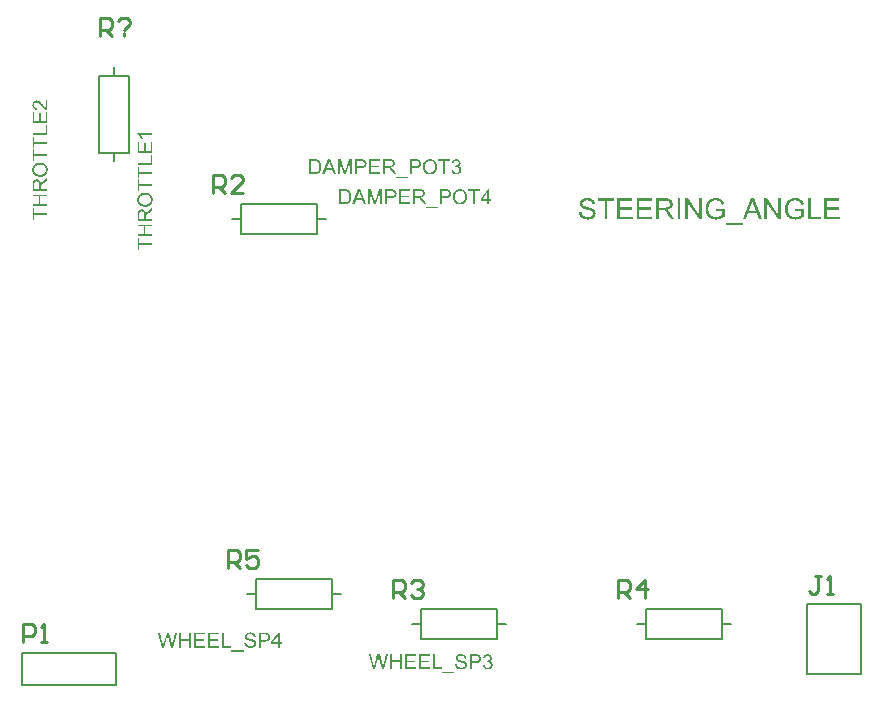
<source format=gbr>
%TF.GenerationSoftware,Altium Limited,Altium Designer,24.1.2 (44)*%
G04 Layer_Color=65535*
%FSLAX45Y45*%
%MOMM*%
%TF.SameCoordinates,BBF04D0A-6D19-432F-97EC-52E110E972BA*%
%TF.FilePolarity,Positive*%
%TF.FileFunction,Legend,Top*%
%TF.Part,Single*%
G01*
G75*
%TA.AperFunction,NonConductor*%
%ADD26C,0.20000*%
%ADD27C,0.25400*%
G36*
X4583392Y2723979D02*
X4584622D01*
X4586097Y2723856D01*
X4587695Y2723733D01*
X4589416Y2723488D01*
X4591260Y2723242D01*
X4593227Y2722996D01*
X4597407Y2722135D01*
X4601587Y2721029D01*
X4605767Y2719554D01*
X4605890D01*
X4606259Y2719308D01*
X4606750Y2719062D01*
X4607488Y2718693D01*
X4608471Y2718201D01*
X4609455Y2717710D01*
X4611791Y2716234D01*
X4614495Y2714267D01*
X4617200Y2712055D01*
X4619904Y2709350D01*
X4622240Y2706277D01*
X4622363Y2706154D01*
X4622486Y2705908D01*
X4622732Y2705416D01*
X4623101Y2704801D01*
X4623592Y2703941D01*
X4624084Y2702957D01*
X4624576Y2701851D01*
X4625191Y2700499D01*
X4625805Y2699146D01*
X4626297Y2697671D01*
X4627281Y2694229D01*
X4628141Y2690541D01*
X4628387Y2688574D01*
X4628510Y2686484D01*
X4612528Y2685254D01*
Y2685377D01*
X4612405Y2685746D01*
Y2686361D01*
X4612159Y2687221D01*
X4612036Y2688205D01*
X4611668Y2689311D01*
X4611299Y2690541D01*
X4610930Y2691893D01*
X4609824Y2694843D01*
X4608225Y2697794D01*
X4607242Y2699269D01*
X4606259Y2700621D01*
X4605029Y2701974D01*
X4603677Y2703203D01*
X4603554Y2703326D01*
X4603308Y2703449D01*
X4602939Y2703818D01*
X4602325Y2704187D01*
X4601587Y2704678D01*
X4600603Y2705170D01*
X4599497Y2705662D01*
X4598145Y2706277D01*
X4596669Y2706891D01*
X4595071Y2707383D01*
X4593350Y2707875D01*
X4591383Y2708366D01*
X4589170Y2708735D01*
X4586958Y2709104D01*
X4584376Y2709227D01*
X4581794Y2709350D01*
X4580319D01*
X4579336Y2709227D01*
X4578106D01*
X4576631Y2709104D01*
X4575033Y2708858D01*
X4573435Y2708612D01*
X4569747Y2707998D01*
X4566181Y2707014D01*
X4564337Y2706277D01*
X4562739Y2705539D01*
X4561141Y2704678D01*
X4559789Y2703695D01*
X4559666D01*
X4559543Y2703449D01*
X4558682Y2702711D01*
X4557576Y2701482D01*
X4556346Y2700007D01*
X4555117Y2698040D01*
X4554011Y2695704D01*
X4553150Y2693245D01*
X4553027Y2691893D01*
X4552904Y2690418D01*
Y2690295D01*
Y2690172D01*
Y2689803D01*
X4553027Y2689311D01*
X4553150Y2687959D01*
X4553519Y2686484D01*
X4554134Y2684640D01*
X4554871Y2682796D01*
X4556101Y2680952D01*
X4557699Y2679231D01*
X4557822D01*
X4557945Y2678985D01*
X4558313Y2678739D01*
X4558805Y2678493D01*
X4559420Y2678124D01*
X4560280Y2677632D01*
X4561387Y2677018D01*
X4562616Y2676403D01*
X4564214Y2675788D01*
X4565935Y2675051D01*
X4568025Y2674313D01*
X4570361Y2673576D01*
X4572943Y2672715D01*
X4575893Y2671854D01*
X4579213Y2670994D01*
X4582778Y2670133D01*
X4583024D01*
X4583638Y2669887D01*
X4584745Y2669642D01*
X4586097Y2669396D01*
X4587695Y2669027D01*
X4589662Y2668535D01*
X4591752Y2668043D01*
X4593965Y2667429D01*
X4598636Y2666199D01*
X4603185Y2664847D01*
X4605398Y2664109D01*
X4607365Y2663495D01*
X4609209Y2662757D01*
X4610807Y2662143D01*
X4610930D01*
X4611299Y2661897D01*
X4611914Y2661651D01*
X4612651Y2661282D01*
X4613512Y2660790D01*
X4614495Y2660176D01*
X4616954Y2658700D01*
X4619536Y2656856D01*
X4622240Y2654643D01*
X4624822Y2652185D01*
X4625928Y2650832D01*
X4627035Y2649357D01*
X4627158Y2649234D01*
X4627281Y2648988D01*
X4627526Y2648620D01*
X4627895Y2648005D01*
X4628264Y2647267D01*
X4628756Y2646407D01*
X4629248Y2645300D01*
X4629739Y2644194D01*
X4630600Y2641612D01*
X4631460Y2638539D01*
X4632075Y2635097D01*
X4632321Y2633253D01*
Y2631409D01*
Y2631286D01*
Y2630917D01*
Y2630425D01*
X4632198Y2629687D01*
Y2628827D01*
X4632075Y2627720D01*
X4631829Y2626614D01*
X4631583Y2625262D01*
X4630969Y2622311D01*
X4629862Y2619115D01*
X4628510Y2615796D01*
X4627526Y2614197D01*
X4626543Y2612476D01*
X4626420Y2612353D01*
X4626297Y2612108D01*
X4625928Y2611616D01*
X4625437Y2611001D01*
X4624822Y2610264D01*
X4624207Y2609403D01*
X4623347Y2608419D01*
X4622363Y2607436D01*
X4621134Y2606330D01*
X4619904Y2605223D01*
X4618552Y2604117D01*
X4617077Y2602887D01*
X4613758Y2600675D01*
X4609947Y2598708D01*
X4609824D01*
X4609455Y2598462D01*
X4608840Y2598216D01*
X4608103Y2597970D01*
X4606996Y2597601D01*
X4605890Y2597109D01*
X4604414Y2596741D01*
X4602939Y2596249D01*
X4601218Y2595757D01*
X4599374Y2595388D01*
X4597284Y2594897D01*
X4595194Y2594528D01*
X4590646Y2594036D01*
X4585728Y2593790D01*
X4584130D01*
X4582901Y2593913D01*
X4581425D01*
X4579704Y2594036D01*
X4577860Y2594159D01*
X4575770Y2594405D01*
X4573558Y2594651D01*
X4571222Y2595019D01*
X4566427Y2595880D01*
X4561633Y2597109D01*
X4559297Y2597847D01*
X4557084Y2598708D01*
X4556961Y2598830D01*
X4556592Y2598953D01*
X4555978Y2599199D01*
X4555240Y2599691D01*
X4554257Y2600183D01*
X4553027Y2600797D01*
X4551798Y2601535D01*
X4550446Y2602519D01*
X4547618Y2604608D01*
X4544545Y2607190D01*
X4541594Y2610264D01*
X4538890Y2613706D01*
X4538767Y2613829D01*
X4538644Y2614197D01*
X4538275Y2614689D01*
X4537906Y2615427D01*
X4537414Y2616410D01*
X4536800Y2617517D01*
X4536185Y2618869D01*
X4535570Y2620344D01*
X4534956Y2621942D01*
X4534341Y2623664D01*
X4533849Y2625508D01*
X4533235Y2627597D01*
X4532497Y2631900D01*
X4532251Y2634113D01*
X4532128Y2636449D01*
X4547864Y2637801D01*
Y2637678D01*
Y2637432D01*
X4547987Y2636941D01*
X4548110Y2636203D01*
X4548233Y2635342D01*
X4548479Y2634482D01*
X4548970Y2632269D01*
X4549585Y2629810D01*
X4550568Y2627229D01*
X4551675Y2624647D01*
X4553027Y2622188D01*
Y2622065D01*
X4553273Y2621942D01*
X4553765Y2621205D01*
X4554748Y2620098D01*
X4556101Y2618746D01*
X4557822Y2617148D01*
X4560035Y2615550D01*
X4562616Y2613829D01*
X4565567Y2612353D01*
X4565690D01*
X4565935Y2612230D01*
X4566427Y2611985D01*
X4567042Y2611739D01*
X4567902Y2611493D01*
X4568886Y2611247D01*
X4569992Y2610878D01*
X4571222Y2610509D01*
X4572574Y2610141D01*
X4574049Y2609895D01*
X4577369Y2609280D01*
X4581057Y2608788D01*
X4584991Y2608665D01*
X4586589D01*
X4587449Y2608788D01*
X4588433D01*
X4590646Y2609034D01*
X4593227Y2609403D01*
X4596055Y2609895D01*
X4598882Y2610509D01*
X4601710Y2611493D01*
X4601833D01*
X4602079Y2611616D01*
X4602447Y2611739D01*
X4602939Y2611985D01*
X4604292Y2612599D01*
X4605890Y2613583D01*
X4607611Y2614689D01*
X4609455Y2615919D01*
X4611176Y2617517D01*
X4612651Y2619238D01*
X4612774Y2619484D01*
X4613266Y2620098D01*
X4613758Y2621082D01*
X4614495Y2622434D01*
X4615110Y2624032D01*
X4615725Y2625876D01*
X4616093Y2627843D01*
X4616216Y2630056D01*
Y2630179D01*
Y2630302D01*
Y2631040D01*
X4616093Y2632146D01*
X4615848Y2633621D01*
X4615356Y2635220D01*
X4614741Y2636941D01*
X4613881Y2638662D01*
X4612774Y2640383D01*
X4612651Y2640629D01*
X4612159Y2641120D01*
X4611299Y2641981D01*
X4610070Y2642964D01*
X4608471Y2644194D01*
X4606504Y2645423D01*
X4604169Y2646653D01*
X4601341Y2647759D01*
X4601095Y2647882D01*
X4600726Y2648005D01*
X4600235Y2648128D01*
X4599620Y2648374D01*
X4598882Y2648620D01*
X4597899Y2648988D01*
X4596669Y2649357D01*
X4595317Y2649726D01*
X4593719Y2650218D01*
X4591875Y2650709D01*
X4589785Y2651201D01*
X4587449Y2651816D01*
X4584868Y2652431D01*
X4582040Y2653168D01*
X4578967Y2653906D01*
X4578721D01*
X4578229Y2654152D01*
X4577369Y2654275D01*
X4576139Y2654643D01*
X4574787Y2655012D01*
X4573066Y2655381D01*
X4571345Y2655873D01*
X4569378Y2656487D01*
X4565444Y2657717D01*
X4561387Y2658946D01*
X4559420Y2659684D01*
X4557699Y2660421D01*
X4556101Y2661036D01*
X4554625Y2661774D01*
X4554502D01*
X4554257Y2662020D01*
X4553765Y2662265D01*
X4553150Y2662634D01*
X4552413Y2663126D01*
X4551552Y2663618D01*
X4549585Y2665093D01*
X4547372Y2666814D01*
X4545159Y2668781D01*
X4543069Y2671117D01*
X4541225Y2673576D01*
Y2673698D01*
X4540979Y2673944D01*
X4540857Y2674313D01*
X4540488Y2674805D01*
X4540242Y2675420D01*
X4539873Y2676280D01*
X4539013Y2678124D01*
X4538152Y2680460D01*
X4537537Y2683165D01*
X4537046Y2686115D01*
X4536800Y2689311D01*
Y2689434D01*
Y2689680D01*
Y2690295D01*
X4536923Y2690910D01*
Y2691770D01*
X4537046Y2692754D01*
X4537291Y2693860D01*
X4537537Y2695089D01*
X4538152Y2697794D01*
X4539135Y2700867D01*
X4540488Y2703941D01*
X4541225Y2705539D01*
X4542209Y2707137D01*
X4542332Y2707260D01*
X4542455Y2707506D01*
X4542824Y2707998D01*
X4543192Y2708489D01*
X4543807Y2709227D01*
X4544422Y2709965D01*
X4546266Y2711809D01*
X4548479Y2713899D01*
X4551183Y2715988D01*
X4554257Y2718078D01*
X4557945Y2719799D01*
X4558068D01*
X4558436Y2720045D01*
X4559051Y2720168D01*
X4559789Y2720537D01*
X4560772Y2720783D01*
X4561879Y2721152D01*
X4563231Y2721521D01*
X4564706Y2722012D01*
X4566427Y2722381D01*
X4568148Y2722750D01*
X4570115Y2723119D01*
X4572082Y2723488D01*
X4576385Y2723979D01*
X4581057Y2724102D01*
X4582409D01*
X4583392Y2723979D01*
D02*
G37*
G36*
X4079478Y2595880D02*
X4062758D01*
Y2655258D01*
X3997356D01*
Y2595880D01*
X3980637D01*
Y2721889D01*
X3997356D01*
Y2670133D01*
X4062758D01*
Y2721889D01*
X4079478D01*
Y2595880D01*
D02*
G37*
G36*
X3929988D02*
X3913760D01*
X3887329Y2691893D01*
Y2692016D01*
X3887206Y2692385D01*
X3886960Y2692999D01*
X3886837Y2693860D01*
X3886468Y2694721D01*
X3886222Y2695827D01*
X3885485Y2698286D01*
X3884870Y2700744D01*
X3884132Y2703203D01*
X3883887Y2704310D01*
X3883641Y2705293D01*
X3883395Y2706031D01*
X3883272Y2706645D01*
Y2706522D01*
X3883149Y2706277D01*
X3883026Y2705785D01*
X3882903Y2705170D01*
X3882780Y2704432D01*
X3882534Y2703572D01*
X3882043Y2701482D01*
X3881428Y2699269D01*
X3880813Y2696688D01*
X3880076Y2694229D01*
X3879461Y2691893D01*
X3852907Y2595880D01*
X3835696D01*
X3802380Y2721889D01*
X3819468D01*
X3838646Y2639276D01*
Y2639153D01*
X3838769Y2638662D01*
X3838892Y2638047D01*
X3839138Y2637064D01*
X3839384Y2635834D01*
X3839753Y2634482D01*
X3840121Y2632884D01*
X3840490Y2631163D01*
X3840859Y2629319D01*
X3841351Y2627229D01*
X3842211Y2622926D01*
X3843072Y2618254D01*
X3843932Y2613460D01*
Y2613706D01*
X3844178Y2614320D01*
X3844424Y2615304D01*
X3844670Y2616656D01*
X3845162Y2618254D01*
X3845531Y2619975D01*
X3846022Y2621942D01*
X3846514Y2623909D01*
X3847498Y2627966D01*
X3847989Y2629933D01*
X3848481Y2631777D01*
X3848850Y2633375D01*
X3849219Y2634851D01*
X3849464Y2635957D01*
X3849710Y2636695D01*
X3873683Y2721889D01*
X3893721D01*
X3911793Y2658086D01*
Y2657963D01*
X3911916Y2657840D01*
Y2657471D01*
X3912039Y2656979D01*
X3912408Y2655750D01*
X3912899Y2654029D01*
X3913514Y2651939D01*
X3914129Y2649480D01*
X3914744Y2646653D01*
X3915604Y2643579D01*
X3916342Y2640260D01*
X3917202Y2636818D01*
X3917940Y2633130D01*
X3918800Y2629196D01*
X3920276Y2621328D01*
X3921628Y2613460D01*
Y2613583D01*
X3921751Y2613952D01*
X3921874Y2614689D01*
X3922120Y2615550D01*
X3922366Y2616656D01*
X3922611Y2618008D01*
X3922980Y2619607D01*
X3923349Y2621328D01*
X3923841Y2623295D01*
X3924333Y2625385D01*
X3924824Y2627597D01*
X3925316Y2630056D01*
X3925931Y2632638D01*
X3926668Y2635220D01*
X3928021Y2640875D01*
X3947690Y2721889D01*
X3964533D01*
X3929988Y2595880D01*
D02*
G37*
G36*
X4831354Y2640137D02*
X4848319D01*
Y2625999D01*
X4831354D01*
Y2595880D01*
X4815864D01*
Y2625999D01*
X4761158D01*
Y2640137D01*
X4818692Y2721889D01*
X4831354D01*
Y2640137D01*
D02*
G37*
G36*
X4708172Y2721766D02*
X4709648D01*
X4712721Y2721644D01*
X4715917Y2721398D01*
X4718991Y2721029D01*
X4720466Y2720906D01*
X4721695Y2720660D01*
X4721818D01*
X4722064Y2720537D01*
X4722556D01*
X4723294Y2720291D01*
X4724031Y2720168D01*
X4725015Y2719922D01*
X4727105Y2719308D01*
X4729563Y2718570D01*
X4732268Y2717464D01*
X4734850Y2716234D01*
X4737308Y2714759D01*
X4737431D01*
X4737554Y2714513D01*
X4738292Y2714021D01*
X4739521Y2713038D01*
X4740873Y2711686D01*
X4742472Y2709842D01*
X4744193Y2707875D01*
X4745914Y2705416D01*
X4747389Y2702588D01*
Y2702466D01*
X4747512Y2702220D01*
X4747758Y2701851D01*
X4748004Y2701236D01*
X4748250Y2700499D01*
X4748618Y2699638D01*
X4748987Y2698654D01*
X4749356Y2697548D01*
X4750094Y2694966D01*
X4750708Y2692016D01*
X4751200Y2688820D01*
X4751323Y2685377D01*
Y2685254D01*
Y2684640D01*
X4751200Y2683779D01*
Y2682673D01*
X4750954Y2681321D01*
X4750831Y2679722D01*
X4750462Y2678001D01*
X4750094Y2676034D01*
X4749479Y2673944D01*
X4748864Y2671732D01*
X4748004Y2669519D01*
X4747020Y2667183D01*
X4745791Y2664847D01*
X4744439Y2662634D01*
X4742840Y2660421D01*
X4740996Y2658209D01*
X4740873Y2658086D01*
X4740505Y2657717D01*
X4739890Y2657225D01*
X4739029Y2656487D01*
X4737800Y2655627D01*
X4736325Y2654766D01*
X4734604Y2653660D01*
X4732514Y2652676D01*
X4730178Y2651693D01*
X4727473Y2650709D01*
X4724523Y2649726D01*
X4721081Y2648865D01*
X4717393Y2648128D01*
X4713336Y2647636D01*
X4708910Y2647267D01*
X4704116Y2647144D01*
X4671783D01*
Y2595880D01*
X4655064D01*
Y2721889D01*
X4706820D01*
X4708172Y2721766D01*
D02*
G37*
G36*
X4358051Y2610755D02*
X4420010D01*
Y2595880D01*
X4341331D01*
Y2721889D01*
X4358051D01*
Y2610755D01*
D02*
G37*
G36*
X4316007Y2707014D02*
X4241630D01*
Y2668535D01*
X4311335D01*
Y2653660D01*
X4241630D01*
Y2610755D01*
X4318957D01*
Y2595880D01*
X4224911D01*
Y2721889D01*
X4316007D01*
Y2707014D01*
D02*
G37*
G36*
X4198603D02*
X4124226D01*
Y2668535D01*
X4193931D01*
Y2653660D01*
X4124226D01*
Y2610755D01*
X4201553D01*
Y2595880D01*
X4107507D01*
Y2721889D01*
X4198603D01*
Y2707014D01*
D02*
G37*
G36*
X4525981Y2560843D02*
X4423576D01*
Y2572030D01*
X4525981D01*
Y2560843D01*
D02*
G37*
G36*
X6369012Y2541099D02*
X6370242D01*
X6371717Y2540976D01*
X6373315Y2540853D01*
X6375036Y2540608D01*
X6376880Y2540362D01*
X6378847Y2540116D01*
X6383027Y2539255D01*
X6387207Y2538149D01*
X6391387Y2536674D01*
X6391510D01*
X6391879Y2536428D01*
X6392370Y2536182D01*
X6393108Y2535813D01*
X6394091Y2535321D01*
X6395075Y2534830D01*
X6397411Y2533354D01*
X6400115Y2531387D01*
X6402820Y2529175D01*
X6405524Y2526470D01*
X6407860Y2523397D01*
X6407983Y2523274D01*
X6408106Y2523028D01*
X6408352Y2522536D01*
X6408721Y2521921D01*
X6409212Y2521061D01*
X6409704Y2520077D01*
X6410196Y2518971D01*
X6410811Y2517619D01*
X6411425Y2516266D01*
X6411917Y2514791D01*
X6412901Y2511349D01*
X6413761Y2507661D01*
X6414007Y2505694D01*
X6414130Y2503604D01*
X6398148Y2502374D01*
Y2502497D01*
X6398025Y2502866D01*
Y2503481D01*
X6397779Y2504341D01*
X6397656Y2505325D01*
X6397288Y2506431D01*
X6396919Y2507661D01*
X6396550Y2509013D01*
X6395444Y2511963D01*
X6393845Y2514914D01*
X6392862Y2516389D01*
X6391879Y2517741D01*
X6390649Y2519094D01*
X6389297Y2520323D01*
X6389174Y2520446D01*
X6388928Y2520569D01*
X6388559Y2520938D01*
X6387945Y2521307D01*
X6387207Y2521798D01*
X6386223Y2522290D01*
X6385117Y2522782D01*
X6383765Y2523397D01*
X6382289Y2524011D01*
X6380691Y2524503D01*
X6378970Y2524995D01*
X6377003Y2525486D01*
X6374790Y2525855D01*
X6372578Y2526224D01*
X6369996Y2526347D01*
X6367414Y2526470D01*
X6365939D01*
X6364956Y2526347D01*
X6363726D01*
X6362251Y2526224D01*
X6360653Y2525978D01*
X6359055Y2525732D01*
X6355367Y2525118D01*
X6351801Y2524134D01*
X6349957Y2523397D01*
X6348359Y2522659D01*
X6346761Y2521798D01*
X6345409Y2520815D01*
X6345286D01*
X6345163Y2520569D01*
X6344302Y2519831D01*
X6343196Y2518602D01*
X6341966Y2517127D01*
X6340737Y2515160D01*
X6339631Y2512824D01*
X6338770Y2510365D01*
X6338647Y2509013D01*
X6338524Y2507538D01*
Y2507415D01*
Y2507292D01*
Y2506923D01*
X6338647Y2506431D01*
X6338770Y2505079D01*
X6339139Y2503604D01*
X6339754Y2501760D01*
X6340491Y2499916D01*
X6341721Y2498072D01*
X6343319Y2496351D01*
X6343442D01*
X6343565Y2496105D01*
X6343933Y2495859D01*
X6344425Y2495613D01*
X6345040Y2495244D01*
X6345900Y2494752D01*
X6347007Y2494138D01*
X6348236Y2493523D01*
X6349834Y2492908D01*
X6351555Y2492171D01*
X6353645Y2491433D01*
X6355981Y2490696D01*
X6358563Y2489835D01*
X6361513Y2488974D01*
X6364833Y2488114D01*
X6368398Y2487253D01*
X6368644D01*
X6369258Y2487007D01*
X6370365Y2486762D01*
X6371717Y2486516D01*
X6373315Y2486147D01*
X6375282Y2485655D01*
X6377372Y2485163D01*
X6379585Y2484549D01*
X6384256Y2483319D01*
X6388805Y2481967D01*
X6391018Y2481229D01*
X6392985Y2480615D01*
X6394829Y2479877D01*
X6396427Y2479263D01*
X6396550D01*
X6396919Y2479017D01*
X6397534Y2478771D01*
X6398271Y2478402D01*
X6399132Y2477910D01*
X6400115Y2477296D01*
X6402574Y2475820D01*
X6405156Y2473976D01*
X6407860Y2471763D01*
X6410442Y2469305D01*
X6411548Y2467952D01*
X6412655Y2466477D01*
X6412778Y2466354D01*
X6412901Y2466108D01*
X6413146Y2465740D01*
X6413515Y2465125D01*
X6413884Y2464387D01*
X6414376Y2463527D01*
X6414868Y2462420D01*
X6415359Y2461314D01*
X6416220Y2458732D01*
X6417080Y2455659D01*
X6417695Y2452217D01*
X6417941Y2450373D01*
Y2448529D01*
Y2448406D01*
Y2448037D01*
Y2447545D01*
X6417818Y2446807D01*
Y2445947D01*
X6417695Y2444840D01*
X6417449Y2443734D01*
X6417203Y2442382D01*
X6416589Y2439431D01*
X6415482Y2436235D01*
X6414130Y2432916D01*
X6413146Y2431317D01*
X6412163Y2429596D01*
X6412040Y2429473D01*
X6411917Y2429228D01*
X6411548Y2428736D01*
X6411057Y2428121D01*
X6410442Y2427384D01*
X6409827Y2426523D01*
X6408967Y2425539D01*
X6407983Y2424556D01*
X6406754Y2423450D01*
X6405524Y2422343D01*
X6404172Y2421237D01*
X6402697Y2420007D01*
X6399378Y2417795D01*
X6395567Y2415828D01*
X6395444D01*
X6395075Y2415582D01*
X6394460Y2415336D01*
X6393723Y2415090D01*
X6392616Y2414721D01*
X6391510Y2414229D01*
X6390034Y2413861D01*
X6388559Y2413369D01*
X6386838Y2412877D01*
X6384994Y2412508D01*
X6382904Y2412017D01*
X6380814Y2411648D01*
X6376266Y2411156D01*
X6371348Y2410910D01*
X6369750D01*
X6368521Y2411033D01*
X6367045D01*
X6365324Y2411156D01*
X6363480Y2411279D01*
X6361390Y2411525D01*
X6359178Y2411771D01*
X6356842Y2412139D01*
X6352047Y2413000D01*
X6347253Y2414229D01*
X6344917Y2414967D01*
X6342704Y2415828D01*
X6342581Y2415950D01*
X6342212Y2416073D01*
X6341598Y2416319D01*
X6340860Y2416811D01*
X6339877Y2417303D01*
X6338647Y2417917D01*
X6337418Y2418655D01*
X6336066Y2419639D01*
X6333238Y2421728D01*
X6330165Y2424310D01*
X6327214Y2427384D01*
X6324510Y2430826D01*
X6324387Y2430949D01*
X6324264Y2431317D01*
X6323895Y2431809D01*
X6323526Y2432547D01*
X6323034Y2433530D01*
X6322420Y2434637D01*
X6321805Y2435989D01*
X6321190Y2437464D01*
X6320576Y2439062D01*
X6319961Y2440784D01*
X6319469Y2442628D01*
X6318855Y2444717D01*
X6318117Y2449020D01*
X6317871Y2451233D01*
X6317748Y2453569D01*
X6333484Y2454921D01*
Y2454798D01*
Y2454552D01*
X6333607Y2454061D01*
X6333730Y2453323D01*
X6333853Y2452462D01*
X6334099Y2451602D01*
X6334590Y2449389D01*
X6335205Y2446930D01*
X6336188Y2444349D01*
X6337295Y2441767D01*
X6338647Y2439308D01*
Y2439185D01*
X6338893Y2439062D01*
X6339385Y2438325D01*
X6340368Y2437218D01*
X6341721Y2435866D01*
X6343442Y2434268D01*
X6345655Y2432670D01*
X6348236Y2430949D01*
X6351187Y2429473D01*
X6351310D01*
X6351555Y2429350D01*
X6352047Y2429105D01*
X6352662Y2428859D01*
X6353522Y2428613D01*
X6354506Y2428367D01*
X6355612Y2427998D01*
X6356842Y2427629D01*
X6358194Y2427261D01*
X6359669Y2427015D01*
X6362989Y2426400D01*
X6366677Y2425908D01*
X6370611Y2425785D01*
X6372209D01*
X6373069Y2425908D01*
X6374053D01*
X6376266Y2426154D01*
X6378847Y2426523D01*
X6381675Y2427015D01*
X6384502Y2427629D01*
X6387330Y2428613D01*
X6387453D01*
X6387699Y2428736D01*
X6388067Y2428859D01*
X6388559Y2429105D01*
X6389912Y2429719D01*
X6391510Y2430703D01*
X6393231Y2431809D01*
X6395075Y2433039D01*
X6396796Y2434637D01*
X6398271Y2436358D01*
X6398394Y2436604D01*
X6398886Y2437218D01*
X6399378Y2438202D01*
X6400115Y2439554D01*
X6400730Y2441152D01*
X6401345Y2442996D01*
X6401713Y2444963D01*
X6401836Y2447176D01*
Y2447299D01*
Y2447422D01*
Y2448160D01*
X6401713Y2449266D01*
X6401468Y2450741D01*
X6400976Y2452340D01*
X6400361Y2454061D01*
X6399501Y2455782D01*
X6398394Y2457503D01*
X6398271Y2457749D01*
X6397779Y2458240D01*
X6396919Y2459101D01*
X6395690Y2460084D01*
X6394091Y2461314D01*
X6392124Y2462543D01*
X6389789Y2463773D01*
X6386961Y2464879D01*
X6386715Y2465002D01*
X6386346Y2465125D01*
X6385855Y2465248D01*
X6385240Y2465494D01*
X6384502Y2465740D01*
X6383519Y2466108D01*
X6382289Y2466477D01*
X6380937Y2466846D01*
X6379339Y2467338D01*
X6377495Y2467829D01*
X6375405Y2468321D01*
X6373069Y2468936D01*
X6370488Y2469551D01*
X6367660Y2470288D01*
X6364587Y2471026D01*
X6364341D01*
X6363849Y2471272D01*
X6362989Y2471395D01*
X6361759Y2471763D01*
X6360407Y2472132D01*
X6358686Y2472501D01*
X6356965Y2472993D01*
X6354998Y2473607D01*
X6351064Y2474837D01*
X6347007Y2476066D01*
X6345040Y2476804D01*
X6343319Y2477541D01*
X6341721Y2478156D01*
X6340245Y2478894D01*
X6340122D01*
X6339877Y2479140D01*
X6339385Y2479385D01*
X6338770Y2479754D01*
X6338033Y2480246D01*
X6337172Y2480738D01*
X6335205Y2482213D01*
X6332992Y2483934D01*
X6330779Y2485901D01*
X6328689Y2488237D01*
X6326845Y2490696D01*
Y2490818D01*
X6326599Y2491064D01*
X6326477Y2491433D01*
X6326108Y2491925D01*
X6325862Y2492540D01*
X6325493Y2493400D01*
X6324633Y2495244D01*
X6323772Y2497580D01*
X6323157Y2500285D01*
X6322666Y2503235D01*
X6322420Y2506431D01*
Y2506554D01*
Y2506800D01*
Y2507415D01*
X6322543Y2508030D01*
Y2508890D01*
X6322666Y2509874D01*
X6322911Y2510980D01*
X6323157Y2512209D01*
X6323772Y2514914D01*
X6324755Y2517987D01*
X6326108Y2521061D01*
X6326845Y2522659D01*
X6327829Y2524257D01*
X6327952Y2524380D01*
X6328075Y2524626D01*
X6328444Y2525118D01*
X6328812Y2525609D01*
X6329427Y2526347D01*
X6330042Y2527085D01*
X6331886Y2528929D01*
X6334099Y2531019D01*
X6336803Y2533108D01*
X6339877Y2535198D01*
X6343565Y2536919D01*
X6343688D01*
X6344056Y2537165D01*
X6344671Y2537288D01*
X6345409Y2537657D01*
X6346392Y2537903D01*
X6347499Y2538272D01*
X6348851Y2538641D01*
X6350326Y2539132D01*
X6352047Y2539501D01*
X6353768Y2539870D01*
X6355735Y2540239D01*
X6357702Y2540608D01*
X6362005Y2541099D01*
X6366677Y2541222D01*
X6368029D01*
X6369012Y2541099D01*
D02*
G37*
G36*
X5865098Y2413000D02*
X5848378D01*
Y2472378D01*
X5782976D01*
Y2413000D01*
X5766257D01*
Y2539009D01*
X5782976D01*
Y2487253D01*
X5848378D01*
Y2539009D01*
X5865098D01*
Y2413000D01*
D02*
G37*
G36*
X6593125Y2539378D02*
X6594108D01*
X6595092Y2539255D01*
X6596321Y2539132D01*
X6597673Y2539009D01*
X6600624Y2538395D01*
X6603697Y2537657D01*
X6607017Y2536551D01*
X6610336Y2535075D01*
X6610459D01*
X6610705Y2534830D01*
X6611196Y2534584D01*
X6611811Y2534215D01*
X6612549Y2533846D01*
X6613286Y2533231D01*
X6615253Y2531879D01*
X6617466Y2530158D01*
X6619679Y2528068D01*
X6621769Y2525609D01*
X6623613Y2522905D01*
Y2522782D01*
X6623859Y2522536D01*
X6624105Y2522167D01*
X6624350Y2521552D01*
X6624719Y2520938D01*
X6625088Y2520077D01*
X6625949Y2517987D01*
X6626809Y2515652D01*
X6627547Y2512824D01*
X6628039Y2509874D01*
X6628284Y2506677D01*
Y2506554D01*
Y2506308D01*
Y2505940D01*
X6628161Y2505325D01*
Y2504587D01*
X6628039Y2503727D01*
X6627793Y2501760D01*
X6627178Y2499424D01*
X6626440Y2496965D01*
X6625334Y2494384D01*
X6623859Y2491802D01*
Y2491679D01*
X6623613Y2491556D01*
X6623367Y2491187D01*
X6622998Y2490696D01*
X6622015Y2489466D01*
X6620539Y2487991D01*
X6618695Y2486270D01*
X6616483Y2484549D01*
X6613901Y2482828D01*
X6610828Y2481229D01*
X6610950D01*
X6611319Y2481107D01*
X6611934Y2480984D01*
X6612672Y2480738D01*
X6613655Y2480369D01*
X6614639Y2480000D01*
X6617220Y2478894D01*
X6619925Y2477541D01*
X6622875Y2475574D01*
X6625703Y2473362D01*
X6626932Y2472009D01*
X6628161Y2470534D01*
X6628284Y2470411D01*
X6628407Y2470165D01*
X6628776Y2469673D01*
X6629145Y2469059D01*
X6629637Y2468321D01*
X6630128Y2467338D01*
X6630743Y2466231D01*
X6631358Y2465002D01*
X6631850Y2463527D01*
X6632464Y2462051D01*
X6632956Y2460330D01*
X6633448Y2458609D01*
X6634185Y2454675D01*
X6634308Y2452462D01*
X6634431Y2450250D01*
Y2450127D01*
Y2449512D01*
X6634308Y2448651D01*
Y2447545D01*
X6634062Y2446070D01*
X6633817Y2444472D01*
X6633448Y2442628D01*
X6632956Y2440538D01*
X6632341Y2438448D01*
X6631481Y2436235D01*
X6630497Y2433899D01*
X6629391Y2431563D01*
X6627916Y2429228D01*
X6626317Y2426769D01*
X6624473Y2424556D01*
X6622384Y2422343D01*
X6622261Y2422220D01*
X6621892Y2421851D01*
X6621154Y2421237D01*
X6620171Y2420622D01*
X6619064Y2419639D01*
X6617589Y2418778D01*
X6615991Y2417672D01*
X6614024Y2416688D01*
X6611934Y2415582D01*
X6609598Y2414475D01*
X6607139Y2413615D01*
X6604435Y2412754D01*
X6601607Y2412017D01*
X6598534Y2411402D01*
X6595338Y2411033D01*
X6591895Y2410910D01*
X6591158D01*
X6590297Y2411033D01*
X6589191D01*
X6587716Y2411156D01*
X6586117Y2411402D01*
X6584273Y2411771D01*
X6582183Y2412139D01*
X6580094Y2412631D01*
X6577881Y2413369D01*
X6575545Y2414106D01*
X6573332Y2415090D01*
X6570996Y2416196D01*
X6568660Y2417549D01*
X6566448Y2419024D01*
X6564358Y2420745D01*
X6564235Y2420868D01*
X6563866Y2421237D01*
X6563374Y2421728D01*
X6562637Y2422589D01*
X6561776Y2423572D01*
X6560793Y2424679D01*
X6559809Y2426031D01*
X6558703Y2427629D01*
X6557596Y2429350D01*
X6556490Y2431317D01*
X6555506Y2433407D01*
X6554523Y2435743D01*
X6553662Y2438202D01*
X6552925Y2440784D01*
X6552310Y2443488D01*
X6551941Y2446439D01*
X6567431Y2448529D01*
Y2448406D01*
X6567554Y2447914D01*
X6567677Y2447299D01*
X6567923Y2446316D01*
X6568169Y2445332D01*
X6568538Y2443980D01*
X6569029Y2442628D01*
X6569521Y2441152D01*
X6570750Y2438079D01*
X6572349Y2434883D01*
X6574193Y2431932D01*
X6575299Y2430703D01*
X6576405Y2429473D01*
X6576528D01*
X6576651Y2429228D01*
X6577020Y2428982D01*
X6577512Y2428613D01*
X6578127Y2428121D01*
X6578864Y2427629D01*
X6580708Y2426646D01*
X6583044Y2425539D01*
X6585749Y2424556D01*
X6588699Y2423941D01*
X6590297Y2423818D01*
X6592018Y2423695D01*
X6593125D01*
X6593862Y2423818D01*
X6594846Y2423941D01*
X6595829Y2424064D01*
X6597059Y2424310D01*
X6598411Y2424679D01*
X6601361Y2425539D01*
X6602837Y2426154D01*
X6604435Y2426892D01*
X6606033Y2427752D01*
X6607508Y2428736D01*
X6608983Y2429842D01*
X6610459Y2431195D01*
X6610582Y2431317D01*
X6610828Y2431563D01*
X6611196Y2431932D01*
X6611688Y2432547D01*
X6612180Y2433284D01*
X6612794Y2434145D01*
X6613532Y2435128D01*
X6614270Y2436358D01*
X6614884Y2437587D01*
X6615622Y2439062D01*
X6616851Y2442259D01*
X6617220Y2443980D01*
X6617589Y2445824D01*
X6617835Y2447791D01*
X6617958Y2449881D01*
Y2450004D01*
Y2450373D01*
Y2450864D01*
X6617835Y2451725D01*
X6617712Y2452585D01*
X6617589Y2453692D01*
X6617343Y2454798D01*
X6617097Y2456151D01*
X6616237Y2458855D01*
X6615745Y2460330D01*
X6615007Y2461806D01*
X6614147Y2463281D01*
X6613286Y2464756D01*
X6612180Y2466108D01*
X6610950Y2467461D01*
X6610828Y2467584D01*
X6610582Y2467707D01*
X6610213Y2468075D01*
X6609721Y2468567D01*
X6608983Y2469059D01*
X6608123Y2469673D01*
X6607262Y2470288D01*
X6606156Y2470903D01*
X6604927Y2471518D01*
X6603574Y2472132D01*
X6600501Y2473239D01*
X6597059Y2474099D01*
X6595215Y2474222D01*
X6593248Y2474345D01*
X6592510D01*
X6591527Y2474222D01*
X6590297Y2474099D01*
X6588699Y2473976D01*
X6586855Y2473730D01*
X6584765Y2473239D01*
X6582429Y2472747D01*
X6584150Y2486270D01*
X6584396D01*
X6585011Y2486147D01*
X6585872Y2486024D01*
X6587593D01*
X6588330Y2486147D01*
X6589191D01*
X6590174Y2486270D01*
X6591281Y2486516D01*
X6592510Y2486639D01*
X6595338Y2487253D01*
X6598288Y2488237D01*
X6601361Y2489466D01*
X6604435Y2491187D01*
X6604558Y2491310D01*
X6604804Y2491433D01*
X6605172Y2491679D01*
X6605664Y2492171D01*
X6606279Y2492663D01*
X6607017Y2493400D01*
X6607631Y2494138D01*
X6608492Y2495121D01*
X6609229Y2496105D01*
X6609844Y2497334D01*
X6610582Y2498686D01*
X6611196Y2500039D01*
X6611688Y2501637D01*
X6612057Y2503358D01*
X6612303Y2505079D01*
X6612426Y2507046D01*
Y2507169D01*
Y2507415D01*
Y2507907D01*
X6612303Y2508521D01*
Y2509259D01*
X6612180Y2510119D01*
X6611688Y2512086D01*
X6611073Y2514299D01*
X6609967Y2516635D01*
X6608615Y2518971D01*
X6607631Y2520077D01*
X6606648Y2521184D01*
X6606525Y2521307D01*
X6606402Y2521430D01*
X6606033Y2521675D01*
X6605664Y2522044D01*
X6604312Y2523028D01*
X6602591Y2524011D01*
X6600501Y2524995D01*
X6597919Y2525978D01*
X6594969Y2526593D01*
X6593494Y2526839D01*
X6590912D01*
X6590297Y2526716D01*
X6589437D01*
X6588576Y2526593D01*
X6586486Y2526101D01*
X6584027Y2525486D01*
X6581569Y2524380D01*
X6578987Y2523028D01*
X6577758Y2522044D01*
X6576651Y2521061D01*
X6576528Y2520938D01*
X6576405Y2520815D01*
X6576037Y2520446D01*
X6575668Y2519954D01*
X6575176Y2519463D01*
X6574684Y2518725D01*
X6574070Y2517864D01*
X6573455Y2516881D01*
X6572840Y2515652D01*
X6572103Y2514422D01*
X6571488Y2513070D01*
X6570873Y2511472D01*
X6570382Y2509874D01*
X6569767Y2508030D01*
X6569398Y2506185D01*
X6569029Y2504096D01*
X6553539Y2506800D01*
Y2506923D01*
X6553662Y2507538D01*
X6553908Y2508275D01*
X6554154Y2509382D01*
X6554523Y2510611D01*
X6555015Y2512209D01*
X6555506Y2513808D01*
X6556244Y2515652D01*
X6556982Y2517496D01*
X6557965Y2519463D01*
X6558949Y2521552D01*
X6560178Y2523519D01*
X6561407Y2525486D01*
X6562882Y2527453D01*
X6564604Y2529175D01*
X6566325Y2530896D01*
X6566448Y2531019D01*
X6566816Y2531264D01*
X6567308Y2531633D01*
X6568169Y2532248D01*
X6569152Y2532863D01*
X6570259Y2533600D01*
X6571734Y2534461D01*
X6573209Y2535198D01*
X6574930Y2536059D01*
X6576897Y2536797D01*
X6578987Y2537534D01*
X6581200Y2538149D01*
X6583536Y2538764D01*
X6585994Y2539132D01*
X6588699Y2539378D01*
X6591404Y2539501D01*
X6592387D01*
X6593125Y2539378D01*
D02*
G37*
G36*
X5715608Y2413000D02*
X5699380D01*
X5672949Y2509013D01*
Y2509136D01*
X5672826Y2509505D01*
X5672580Y2510119D01*
X5672457Y2510980D01*
X5672088Y2511841D01*
X5671842Y2512947D01*
X5671105Y2515406D01*
X5670490Y2517864D01*
X5669752Y2520323D01*
X5669507Y2521430D01*
X5669261Y2522413D01*
X5669015Y2523151D01*
X5668892Y2523765D01*
Y2523642D01*
X5668769Y2523397D01*
X5668646Y2522905D01*
X5668523Y2522290D01*
X5668400Y2521552D01*
X5668154Y2520692D01*
X5667663Y2518602D01*
X5667048Y2516389D01*
X5666433Y2513808D01*
X5665696Y2511349D01*
X5665081Y2509013D01*
X5638527Y2413000D01*
X5621316D01*
X5588000Y2539009D01*
X5605088D01*
X5624266Y2456396D01*
Y2456273D01*
X5624389Y2455782D01*
X5624512Y2455167D01*
X5624758Y2454184D01*
X5625004Y2452954D01*
X5625373Y2451602D01*
X5625741Y2450004D01*
X5626110Y2448283D01*
X5626479Y2446439D01*
X5626971Y2444349D01*
X5627831Y2440046D01*
X5628692Y2435374D01*
X5629552Y2430580D01*
Y2430826D01*
X5629798Y2431440D01*
X5630044Y2432424D01*
X5630290Y2433776D01*
X5630782Y2435374D01*
X5631151Y2437095D01*
X5631642Y2439062D01*
X5632134Y2441029D01*
X5633118Y2445086D01*
X5633609Y2447053D01*
X5634101Y2448897D01*
X5634470Y2450495D01*
X5634839Y2451971D01*
X5635084Y2453077D01*
X5635330Y2453815D01*
X5659303Y2539009D01*
X5679341D01*
X5697413Y2475206D01*
Y2475083D01*
X5697536Y2474960D01*
Y2474591D01*
X5697659Y2474099D01*
X5698028Y2472870D01*
X5698519Y2471149D01*
X5699134Y2469059D01*
X5699749Y2466600D01*
X5700364Y2463773D01*
X5701224Y2460699D01*
X5701962Y2457380D01*
X5702822Y2453938D01*
X5703560Y2450250D01*
X5704420Y2446316D01*
X5705896Y2438448D01*
X5707248Y2430580D01*
Y2430703D01*
X5707371Y2431072D01*
X5707494Y2431809D01*
X5707740Y2432670D01*
X5707986Y2433776D01*
X5708231Y2435128D01*
X5708600Y2436727D01*
X5708969Y2438448D01*
X5709461Y2440415D01*
X5709953Y2442505D01*
X5710444Y2444717D01*
X5710936Y2447176D01*
X5711551Y2449758D01*
X5712288Y2452340D01*
X5713641Y2457995D01*
X5733310Y2539009D01*
X5750153D01*
X5715608Y2413000D01*
D02*
G37*
G36*
X6493792Y2538886D02*
X6495268D01*
X6498341Y2538764D01*
X6501537Y2538518D01*
X6504611Y2538149D01*
X6506086Y2538026D01*
X6507315Y2537780D01*
X6507438D01*
X6507684Y2537657D01*
X6508176D01*
X6508914Y2537411D01*
X6509651Y2537288D01*
X6510635Y2537042D01*
X6512725Y2536428D01*
X6515183Y2535690D01*
X6517888Y2534584D01*
X6520470Y2533354D01*
X6522928Y2531879D01*
X6523051D01*
X6523174Y2531633D01*
X6523912Y2531141D01*
X6525141Y2530158D01*
X6526493Y2528806D01*
X6528092Y2526962D01*
X6529813Y2524995D01*
X6531534Y2522536D01*
X6533009Y2519708D01*
Y2519586D01*
X6533132Y2519340D01*
X6533378Y2518971D01*
X6533624Y2518356D01*
X6533870Y2517619D01*
X6534238Y2516758D01*
X6534607Y2515774D01*
X6534976Y2514668D01*
X6535714Y2512086D01*
X6536328Y2509136D01*
X6536820Y2505940D01*
X6536943Y2502497D01*
Y2502374D01*
Y2501760D01*
X6536820Y2500899D01*
Y2499793D01*
X6536574Y2498441D01*
X6536451Y2496842D01*
X6536082Y2495121D01*
X6535714Y2493154D01*
X6535099Y2491064D01*
X6534484Y2488852D01*
X6533624Y2486639D01*
X6532640Y2484303D01*
X6531411Y2481967D01*
X6530059Y2479754D01*
X6528460Y2477541D01*
X6526616Y2475329D01*
X6526493Y2475206D01*
X6526125Y2474837D01*
X6525510Y2474345D01*
X6524649Y2473607D01*
X6523420Y2472747D01*
X6521945Y2471886D01*
X6520224Y2470780D01*
X6518134Y2469796D01*
X6515798Y2468813D01*
X6513093Y2467829D01*
X6510143Y2466846D01*
X6506701Y2465985D01*
X6503013Y2465248D01*
X6498956Y2464756D01*
X6494530Y2464387D01*
X6489736Y2464264D01*
X6457403D01*
Y2413000D01*
X6440684D01*
Y2539009D01*
X6492440D01*
X6493792Y2538886D01*
D02*
G37*
G36*
X6143671Y2427875D02*
X6205630D01*
Y2413000D01*
X6126951D01*
Y2539009D01*
X6143671D01*
Y2427875D01*
D02*
G37*
G36*
X6101627Y2524134D02*
X6027250D01*
Y2485655D01*
X6096955D01*
Y2470780D01*
X6027250D01*
Y2427875D01*
X6104577D01*
Y2413000D01*
X6010531D01*
Y2539009D01*
X6101627D01*
Y2524134D01*
D02*
G37*
G36*
X5984223D02*
X5909846D01*
Y2485655D01*
X5979551D01*
Y2470780D01*
X5909846D01*
Y2427875D01*
X5987173D01*
Y2413000D01*
X5893127D01*
Y2539009D01*
X5984223D01*
Y2524134D01*
D02*
G37*
G36*
X6311601Y2377963D02*
X6209196D01*
Y2389150D01*
X6311601D01*
Y2377963D01*
D02*
G37*
G36*
X2865120Y7145760D02*
X2864997D01*
X2864874D01*
X2864137D01*
X2863153D01*
X2861678Y7145883D01*
X2860080Y7146128D01*
X2858236Y7146374D01*
X2856392Y7146866D01*
X2854425Y7147481D01*
X2854302D01*
X2854056Y7147604D01*
X2853564Y7147850D01*
X2852949Y7148095D01*
X2852212Y7148464D01*
X2851351Y7148833D01*
X2849138Y7149939D01*
X2846557Y7151415D01*
X2843729Y7153136D01*
X2840779Y7155226D01*
X2837705Y7157684D01*
X2837582Y7157807D01*
X2837336Y7158053D01*
X2836845Y7158422D01*
X2836230Y7159037D01*
X2835492Y7159774D01*
X2834509Y7160635D01*
X2833403Y7161618D01*
X2832173Y7162848D01*
X2830944Y7164200D01*
X2829469Y7165675D01*
X2827870Y7167396D01*
X2826149Y7169117D01*
X2824428Y7171084D01*
X2822584Y7173174D01*
X2820617Y7175510D01*
X2818650Y7177846D01*
X2818404Y7178092D01*
X2817913Y7178706D01*
X2817052Y7179813D01*
X2815823Y7181165D01*
X2814470Y7182886D01*
X2812749Y7184730D01*
X2810905Y7186820D01*
X2808938Y7189033D01*
X2804635Y7193705D01*
X2800210Y7198253D01*
X2797997Y7200343D01*
X2795784Y7202310D01*
X2793817Y7204154D01*
X2791850Y7205629D01*
X2791727Y7205752D01*
X2791358Y7205998D01*
X2790867Y7206367D01*
X2790129Y7206736D01*
X2789268Y7207351D01*
X2788285Y7207965D01*
X2787056Y7208580D01*
X2785826Y7209318D01*
X2782999Y7210670D01*
X2779925Y7211899D01*
X2778204Y7212268D01*
X2776606Y7212637D01*
X2774885Y7212883D01*
X2773287Y7213006D01*
X2773164D01*
X2772918D01*
X2772426D01*
X2771689Y7212883D01*
X2770951Y7212760D01*
X2770090Y7212637D01*
X2767878Y7212145D01*
X2765419Y7211407D01*
X2762837Y7210178D01*
X2761608Y7209440D01*
X2760256Y7208580D01*
X2759026Y7207596D01*
X2757797Y7206367D01*
X2757674Y7206244D01*
X2757551Y7206121D01*
X2757182Y7205629D01*
X2756813Y7205138D01*
X2756322Y7204523D01*
X2755830Y7203663D01*
X2755215Y7202802D01*
X2754601Y7201696D01*
X2753986Y7200589D01*
X2753371Y7199237D01*
X2752388Y7196286D01*
X2751650Y7192967D01*
X2751527Y7191123D01*
X2751404Y7189156D01*
Y7188050D01*
X2751527Y7187312D01*
X2751650Y7186329D01*
X2751773Y7185222D01*
X2752019Y7183993D01*
X2752265Y7182763D01*
X2753002Y7179813D01*
X2754232Y7176862D01*
X2754969Y7175387D01*
X2755953Y7173912D01*
X2756936Y7172560D01*
X2758166Y7171207D01*
X2758289Y7171084D01*
X2758412Y7170962D01*
X2758903Y7170593D01*
X2759395Y7170224D01*
X2760010Y7169732D01*
X2760870Y7169117D01*
X2761854Y7168503D01*
X2762960Y7167888D01*
X2764190Y7167273D01*
X2765542Y7166659D01*
X2767140Y7166167D01*
X2768738Y7165552D01*
X2770459Y7165184D01*
X2772426Y7164815D01*
X2774393Y7164692D01*
X2776606Y7164569D01*
X2775008Y7148710D01*
X2774762D01*
X2774270Y7148833D01*
X2773287Y7148956D01*
X2772057Y7149079D01*
X2770582Y7149448D01*
X2768861Y7149817D01*
X2767017Y7150308D01*
X2764927Y7150800D01*
X2762837Y7151538D01*
X2760624Y7152398D01*
X2758412Y7153382D01*
X2756076Y7154488D01*
X2753863Y7155840D01*
X2751773Y7157316D01*
X2749806Y7159037D01*
X2747962Y7160881D01*
X2747839Y7161004D01*
X2747593Y7161373D01*
X2747101Y7161987D01*
X2746487Y7162848D01*
X2745749Y7163954D01*
X2745012Y7165184D01*
X2744151Y7166782D01*
X2743290Y7168503D01*
X2742430Y7170470D01*
X2741569Y7172560D01*
X2740832Y7174895D01*
X2740094Y7177477D01*
X2739479Y7180182D01*
X2738988Y7183132D01*
X2738742Y7186206D01*
X2738619Y7189525D01*
Y7190385D01*
X2738742Y7191246D01*
Y7192598D01*
X2738865Y7194073D01*
X2739111Y7195795D01*
X2739479Y7197762D01*
X2739848Y7199974D01*
X2740463Y7202187D01*
X2741078Y7204523D01*
X2741938Y7206982D01*
X2742922Y7209318D01*
X2744028Y7211776D01*
X2745380Y7213989D01*
X2746979Y7216202D01*
X2748700Y7218292D01*
X2748823Y7218415D01*
X2749191Y7218784D01*
X2749683Y7219275D01*
X2750544Y7219890D01*
X2751527Y7220751D01*
X2752634Y7221611D01*
X2753986Y7222595D01*
X2755584Y7223578D01*
X2757305Y7224562D01*
X2759272Y7225545D01*
X2761239Y7226406D01*
X2763452Y7227266D01*
X2765788Y7227881D01*
X2768369Y7228373D01*
X2770951Y7228741D01*
X2773656Y7228864D01*
X2773779D01*
X2774024D01*
X2774393D01*
X2774885D01*
X2775623Y7228741D01*
X2776360D01*
X2778327Y7228496D01*
X2780540Y7228127D01*
X2783122Y7227512D01*
X2785826Y7226774D01*
X2788531Y7225668D01*
X2788654D01*
X2788900Y7225545D01*
X2789268Y7225299D01*
X2789760Y7225053D01*
X2790498Y7224685D01*
X2791235Y7224316D01*
X2793202Y7223209D01*
X2795415Y7221857D01*
X2798120Y7220013D01*
X2800947Y7217923D01*
X2803898Y7215341D01*
X2804021Y7215218D01*
X2804267Y7214973D01*
X2804758Y7214604D01*
X2805373Y7213989D01*
X2806234Y7213129D01*
X2807217Y7212268D01*
X2808324Y7211039D01*
X2809676Y7209686D01*
X2811151Y7208211D01*
X2812872Y7206367D01*
X2814716Y7204523D01*
X2816683Y7202310D01*
X2818773Y7199974D01*
X2821109Y7197393D01*
X2823445Y7194565D01*
X2826026Y7191615D01*
X2826149Y7191492D01*
X2826518Y7191000D01*
X2827133Y7190262D01*
X2827870Y7189402D01*
X2828854Y7188296D01*
X2829960Y7187066D01*
X2832419Y7184116D01*
X2835001Y7181165D01*
X2837582Y7178215D01*
X2838812Y7176862D01*
X2840041Y7175633D01*
X2841025Y7174527D01*
X2841885Y7173666D01*
X2842008Y7173543D01*
X2842623Y7173051D01*
X2843483Y7172314D01*
X2844467Y7171330D01*
X2845819Y7170347D01*
X2847171Y7169240D01*
X2848647Y7168134D01*
X2850245Y7167151D01*
Y7228987D01*
X2865120D01*
Y7145760D01*
D02*
G37*
G36*
Y7036961D02*
X2739111D01*
Y7128057D01*
X2753986D01*
Y7053681D01*
X2792465D01*
Y7123385D01*
X2807340D01*
Y7053681D01*
X2850245D01*
Y7131007D01*
X2865120D01*
Y7036961D01*
D02*
G37*
G36*
Y6938121D02*
X2739111D01*
Y6954840D01*
X2850245D01*
Y7016800D01*
X2865120D01*
Y6938121D01*
D02*
G37*
G36*
X2753986Y6879972D02*
X2865120D01*
Y6863253D01*
X2753986D01*
Y6821700D01*
X2739111D01*
Y6921647D01*
X2753986D01*
Y6879972D01*
D02*
G37*
G36*
Y6772403D02*
X2865120D01*
Y6755684D01*
X2753986D01*
Y6714131D01*
X2739111D01*
Y6814078D01*
X2753986D01*
Y6772403D01*
D02*
G37*
G36*
X2805496Y6702084D02*
X2807217Y6701961D01*
X2809184Y6701838D01*
X2811397Y6701592D01*
X2813733Y6701223D01*
X2816314Y6700854D01*
X2819142Y6700363D01*
X2821969Y6699748D01*
X2824797Y6698887D01*
X2827870Y6698027D01*
X2830821Y6697043D01*
X2833771Y6695814D01*
X2836599Y6694462D01*
X2836722Y6694339D01*
X2837214Y6694093D01*
X2838074Y6693601D01*
X2839058Y6692986D01*
X2840287Y6692249D01*
X2841762Y6691265D01*
X2843360Y6690159D01*
X2845081Y6688807D01*
X2846925Y6687331D01*
X2848770Y6685733D01*
X2850736Y6683889D01*
X2852581Y6681922D01*
X2854425Y6679832D01*
X2856269Y6677496D01*
X2857867Y6675038D01*
X2859465Y6672456D01*
X2859588Y6672333D01*
X2859834Y6671841D01*
X2860203Y6671104D01*
X2860694Y6669997D01*
X2861309Y6668645D01*
X2861924Y6667170D01*
X2862661Y6665326D01*
X2863276Y6663359D01*
X2864014Y6661146D01*
X2864751Y6658810D01*
X2865366Y6656228D01*
X2865981Y6653524D01*
X2866472Y6650819D01*
X2866841Y6647869D01*
X2867087Y6644918D01*
X2867210Y6641845D01*
Y6640124D01*
X2867087Y6638895D01*
X2866964Y6637296D01*
X2866718Y6635452D01*
X2866472Y6633485D01*
X2866103Y6631150D01*
X2865735Y6628814D01*
X2865120Y6626232D01*
X2864505Y6623650D01*
X2863645Y6620946D01*
X2862661Y6618118D01*
X2861555Y6615414D01*
X2860203Y6612709D01*
X2858727Y6610005D01*
X2858604Y6609882D01*
X2858359Y6609390D01*
X2857867Y6608652D01*
X2857129Y6607669D01*
X2856269Y6606562D01*
X2855162Y6605210D01*
X2853933Y6603735D01*
X2852581Y6602137D01*
X2850982Y6600416D01*
X2849261Y6598694D01*
X2847294Y6596850D01*
X2845204Y6595129D01*
X2842992Y6593408D01*
X2840533Y6591687D01*
X2837951Y6590212D01*
X2835247Y6588737D01*
X2835124Y6588614D01*
X2834632Y6588491D01*
X2833771Y6588122D01*
X2832665Y6587630D01*
X2831313Y6587138D01*
X2829714Y6586524D01*
X2827747Y6585786D01*
X2825780Y6585171D01*
X2823445Y6584557D01*
X2820986Y6583819D01*
X2818404Y6583205D01*
X2815700Y6582713D01*
X2812872Y6582221D01*
X2809922Y6581975D01*
X2806848Y6581729D01*
X2803775Y6581606D01*
X2803652D01*
X2803406D01*
X2803037D01*
X2802423D01*
X2801685Y6581729D01*
X2800702D01*
X2799718D01*
X2798612Y6581852D01*
X2795907Y6582098D01*
X2792957Y6582467D01*
X2789514Y6583082D01*
X2785826Y6583696D01*
X2782015Y6584557D01*
X2777958Y6585663D01*
X2773901Y6587138D01*
X2769845Y6588737D01*
X2765788Y6590704D01*
X2761854Y6592916D01*
X2758166Y6595498D01*
X2754723Y6598449D01*
X2754478Y6598694D01*
X2753986Y6599186D01*
X2753125Y6600170D01*
X2751896Y6601522D01*
X2750544Y6603120D01*
X2749068Y6605210D01*
X2747470Y6607546D01*
X2745749Y6610250D01*
X2744151Y6613201D01*
X2742553Y6616520D01*
X2741078Y6620085D01*
X2739725Y6623896D01*
X2738496Y6628076D01*
X2737635Y6632502D01*
X2737144Y6637050D01*
X2736898Y6641968D01*
Y6643689D01*
X2737021Y6644918D01*
X2737144Y6646394D01*
X2737389Y6648238D01*
X2737635Y6650205D01*
X2737881Y6652417D01*
X2738373Y6654876D01*
X2738988Y6657335D01*
X2739602Y6659917D01*
X2740463Y6662621D01*
X2741323Y6665326D01*
X2742553Y6668030D01*
X2743782Y6670735D01*
X2745257Y6673440D01*
X2745380Y6673562D01*
X2745626Y6674054D01*
X2746118Y6674792D01*
X2746733Y6675775D01*
X2747593Y6676882D01*
X2748700Y6678234D01*
X2749929Y6679709D01*
X2751281Y6681430D01*
X2752879Y6683029D01*
X2754601Y6684873D01*
X2756568Y6686594D01*
X2758657Y6688438D01*
X2760870Y6690159D01*
X2763329Y6691757D01*
X2765911Y6693355D01*
X2768615Y6694830D01*
X2768738Y6694953D01*
X2769230Y6695199D01*
X2770090Y6695568D01*
X2771197Y6695937D01*
X2772672Y6696552D01*
X2774270Y6697166D01*
X2776237Y6697781D01*
X2778450Y6698518D01*
X2780786Y6699256D01*
X2783368Y6699871D01*
X2786195Y6700485D01*
X2789146Y6701100D01*
X2792219Y6701469D01*
X2795415Y6701838D01*
X2798857Y6702084D01*
X2802300Y6702207D01*
X2802546D01*
X2803160D01*
X2804144D01*
X2805496Y6702084D01*
D02*
G37*
G36*
X2865120Y6549889D02*
X2838935Y6533170D01*
X2838812Y6533047D01*
X2838443Y6532801D01*
X2837828Y6532432D01*
X2837091Y6531940D01*
X2836107Y6531326D01*
X2835001Y6530588D01*
X2832542Y6528990D01*
X2829714Y6527023D01*
X2826887Y6525056D01*
X2824059Y6522966D01*
X2822830Y6522105D01*
X2821601Y6521122D01*
X2821478D01*
X2821355Y6520876D01*
X2820617Y6520384D01*
X2819511Y6519401D01*
X2818281Y6518294D01*
X2816929Y6516942D01*
X2815577Y6515590D01*
X2814224Y6514114D01*
X2813241Y6512639D01*
X2813118Y6512516D01*
X2812872Y6512025D01*
X2812380Y6511287D01*
X2811889Y6510303D01*
X2811274Y6509197D01*
X2810782Y6507968D01*
X2810168Y6506615D01*
X2809799Y6505140D01*
Y6505017D01*
X2809676Y6504648D01*
X2809553Y6503911D01*
X2809430Y6502927D01*
Y6501698D01*
X2809307Y6500100D01*
X2809184Y6498133D01*
Y6476619D01*
X2865120D01*
Y6459900D01*
X2739111D01*
Y6518540D01*
X2739234Y6519892D01*
Y6521491D01*
X2739356Y6523335D01*
X2739479Y6525179D01*
X2739971Y6529359D01*
X2740586Y6533661D01*
X2741446Y6537718D01*
X2741938Y6539562D01*
X2742553Y6541283D01*
Y6541406D01*
X2742676Y6541652D01*
X2742922Y6542144D01*
X2743167Y6542759D01*
X2743659Y6543496D01*
X2744151Y6544357D01*
X2745380Y6546324D01*
X2746979Y6548537D01*
X2749068Y6550872D01*
X2751650Y6553208D01*
X2754601Y6555298D01*
X2754723Y6555421D01*
X2754969Y6555544D01*
X2755461Y6555790D01*
X2756076Y6556159D01*
X2756936Y6556527D01*
X2757920Y6557019D01*
X2758903Y6557511D01*
X2760133Y6558003D01*
X2762960Y6558863D01*
X2766157Y6559724D01*
X2769722Y6560338D01*
X2771566Y6560584D01*
X2773533D01*
X2773656D01*
X2774147D01*
X2774885D01*
X2775746Y6560461D01*
X2776975Y6560338D01*
X2778204Y6560093D01*
X2779802Y6559847D01*
X2781401Y6559478D01*
X2783122Y6558986D01*
X2784966Y6558494D01*
X2786810Y6557757D01*
X2788777Y6556896D01*
X2790621Y6555913D01*
X2792588Y6554683D01*
X2794432Y6553454D01*
X2796153Y6551856D01*
X2796276Y6551733D01*
X2796522Y6551487D01*
X2797013Y6550995D01*
X2797628Y6550258D01*
X2798366Y6549274D01*
X2799226Y6548168D01*
X2800087Y6546815D01*
X2801070Y6545217D01*
X2802054Y6543496D01*
X2803037Y6541529D01*
X2804021Y6539316D01*
X2805004Y6536858D01*
X2805865Y6534276D01*
X2806602Y6531448D01*
X2807340Y6528375D01*
X2807832Y6525056D01*
Y6525179D01*
X2807955Y6525302D01*
X2808201Y6525670D01*
X2808324Y6526162D01*
X2809061Y6527392D01*
X2809799Y6528867D01*
X2810782Y6530465D01*
X2811766Y6532063D01*
X2812995Y6533661D01*
X2814102Y6535137D01*
X2814224Y6535259D01*
X2814347Y6535505D01*
X2814839Y6535874D01*
X2815331Y6536366D01*
X2815946Y6536981D01*
X2816806Y6537718D01*
X2817667Y6538579D01*
X2818773Y6539562D01*
X2821232Y6541652D01*
X2824059Y6543988D01*
X2827379Y6546447D01*
X2830944Y6548905D01*
X2865120Y6570665D01*
Y6549889D01*
D02*
G37*
G36*
Y6415151D02*
X2805742D01*
Y6349749D01*
X2865120D01*
Y6333030D01*
X2739111D01*
Y6349749D01*
X2790867D01*
Y6415151D01*
X2739111D01*
Y6431870D01*
X2865120D01*
Y6415151D01*
D02*
G37*
G36*
X2753986Y6273652D02*
X2865120D01*
Y6256932D01*
X2753986D01*
Y6215380D01*
X2739111D01*
Y6315327D01*
X2753986D01*
Y6273652D01*
D02*
G37*
G36*
X3754120Y6936508D02*
X3655648D01*
Y6936385D01*
X3655894Y6936262D01*
X3656140Y6935894D01*
X3656509Y6935525D01*
X3657615Y6934296D01*
X3658968Y6932574D01*
X3660566Y6930484D01*
X3662410Y6927903D01*
X3664377Y6924952D01*
X3666344Y6921756D01*
Y6921633D01*
X3666590Y6921387D01*
X3666835Y6920895D01*
X3667204Y6920281D01*
X3667696Y6919420D01*
X3668188Y6918560D01*
X3669294Y6916347D01*
X3670524Y6913888D01*
X3671876Y6911184D01*
X3673105Y6908356D01*
X3674212Y6905651D01*
X3659336D01*
X3659213Y6905774D01*
X3659090Y6906266D01*
X3658722Y6906881D01*
X3658230Y6907864D01*
X3657615Y6908971D01*
X3656878Y6910200D01*
X3656140Y6911675D01*
X3655157Y6913273D01*
X3653067Y6916839D01*
X3650485Y6920650D01*
X3647657Y6924461D01*
X3644584Y6928272D01*
X3644461Y6928395D01*
X3644215Y6928640D01*
X3643723Y6929255D01*
X3643109Y6929870D01*
X3642248Y6930607D01*
X3641388Y6931591D01*
X3640281Y6932574D01*
X3639175Y6933681D01*
X3636593Y6935894D01*
X3633766Y6938107D01*
X3630692Y6940196D01*
X3629217Y6941180D01*
X3627619Y6941918D01*
Y6951998D01*
X3754120D01*
Y6936508D01*
D02*
G37*
G36*
Y6782961D02*
X3628111D01*
Y6874057D01*
X3642986D01*
Y6799681D01*
X3681465D01*
Y6869385D01*
X3696340D01*
Y6799681D01*
X3739245D01*
Y6877007D01*
X3754120D01*
Y6782961D01*
D02*
G37*
G36*
Y6684121D02*
X3628111D01*
Y6700840D01*
X3739245D01*
Y6762800D01*
X3754120D01*
Y6684121D01*
D02*
G37*
G36*
X3642986Y6625972D02*
X3754120D01*
Y6609253D01*
X3642986D01*
Y6567700D01*
X3628111D01*
Y6667647D01*
X3642986D01*
Y6625972D01*
D02*
G37*
G36*
Y6518403D02*
X3754120D01*
Y6501684D01*
X3642986D01*
Y6460131D01*
X3628111D01*
Y6560078D01*
X3642986D01*
Y6518403D01*
D02*
G37*
G36*
X3694496Y6448084D02*
X3696217Y6447961D01*
X3698184Y6447838D01*
X3700397Y6447592D01*
X3702733Y6447223D01*
X3705314Y6446854D01*
X3708142Y6446363D01*
X3710969Y6445748D01*
X3713797Y6444887D01*
X3716870Y6444027D01*
X3719821Y6443043D01*
X3722771Y6441814D01*
X3725599Y6440462D01*
X3725722Y6440339D01*
X3726214Y6440093D01*
X3727074Y6439601D01*
X3728058Y6438986D01*
X3729287Y6438249D01*
X3730762Y6437265D01*
X3732360Y6436159D01*
X3734081Y6434807D01*
X3735925Y6433331D01*
X3737770Y6431733D01*
X3739736Y6429889D01*
X3741581Y6427922D01*
X3743425Y6425832D01*
X3745269Y6423496D01*
X3746867Y6421038D01*
X3748465Y6418456D01*
X3748588Y6418333D01*
X3748834Y6417841D01*
X3749203Y6417104D01*
X3749694Y6415997D01*
X3750309Y6414645D01*
X3750924Y6413170D01*
X3751661Y6411326D01*
X3752276Y6409359D01*
X3753014Y6407146D01*
X3753751Y6404810D01*
X3754366Y6402228D01*
X3754981Y6399524D01*
X3755472Y6396819D01*
X3755841Y6393869D01*
X3756087Y6390918D01*
X3756210Y6387845D01*
Y6386124D01*
X3756087Y6384895D01*
X3755964Y6383296D01*
X3755718Y6381452D01*
X3755472Y6379485D01*
X3755103Y6377150D01*
X3754735Y6374814D01*
X3754120Y6372232D01*
X3753505Y6369650D01*
X3752645Y6366946D01*
X3751661Y6364118D01*
X3750555Y6361414D01*
X3749203Y6358709D01*
X3747727Y6356005D01*
X3747604Y6355882D01*
X3747359Y6355390D01*
X3746867Y6354652D01*
X3746129Y6353669D01*
X3745269Y6352562D01*
X3744162Y6351210D01*
X3742933Y6349735D01*
X3741581Y6348137D01*
X3739982Y6346416D01*
X3738261Y6344694D01*
X3736294Y6342850D01*
X3734204Y6341129D01*
X3731992Y6339408D01*
X3729533Y6337687D01*
X3726951Y6336212D01*
X3724247Y6334737D01*
X3724124Y6334614D01*
X3723632Y6334491D01*
X3722771Y6334122D01*
X3721665Y6333630D01*
X3720313Y6333138D01*
X3718714Y6332524D01*
X3716747Y6331786D01*
X3714780Y6331171D01*
X3712445Y6330557D01*
X3709986Y6329819D01*
X3707404Y6329205D01*
X3704700Y6328713D01*
X3701872Y6328221D01*
X3698922Y6327975D01*
X3695848Y6327729D01*
X3692775Y6327606D01*
X3692652D01*
X3692406D01*
X3692037D01*
X3691423D01*
X3690685Y6327729D01*
X3689702D01*
X3688718D01*
X3687612Y6327852D01*
X3684907Y6328098D01*
X3681957Y6328467D01*
X3678514Y6329082D01*
X3674826Y6329696D01*
X3671015Y6330557D01*
X3666958Y6331663D01*
X3662901Y6333138D01*
X3658845Y6334737D01*
X3654788Y6336704D01*
X3650854Y6338916D01*
X3647166Y6341498D01*
X3643723Y6344449D01*
X3643478Y6344694D01*
X3642986Y6345186D01*
X3642125Y6346170D01*
X3640896Y6347522D01*
X3639544Y6349120D01*
X3638068Y6351210D01*
X3636470Y6353546D01*
X3634749Y6356250D01*
X3633151Y6359201D01*
X3631553Y6362520D01*
X3630078Y6366085D01*
X3628725Y6369896D01*
X3627496Y6374076D01*
X3626635Y6378502D01*
X3626144Y6383050D01*
X3625898Y6387968D01*
Y6389689D01*
X3626021Y6390918D01*
X3626144Y6392394D01*
X3626389Y6394238D01*
X3626635Y6396205D01*
X3626881Y6398417D01*
X3627373Y6400876D01*
X3627988Y6403335D01*
X3628602Y6405917D01*
X3629463Y6408621D01*
X3630323Y6411326D01*
X3631553Y6414030D01*
X3632782Y6416735D01*
X3634257Y6419440D01*
X3634380Y6419562D01*
X3634626Y6420054D01*
X3635118Y6420792D01*
X3635733Y6421775D01*
X3636593Y6422882D01*
X3637700Y6424234D01*
X3638929Y6425709D01*
X3640281Y6427430D01*
X3641879Y6429029D01*
X3643601Y6430873D01*
X3645568Y6432594D01*
X3647657Y6434438D01*
X3649870Y6436159D01*
X3652329Y6437757D01*
X3654911Y6439355D01*
X3657615Y6440830D01*
X3657738Y6440953D01*
X3658230Y6441199D01*
X3659090Y6441568D01*
X3660197Y6441937D01*
X3661672Y6442552D01*
X3663270Y6443166D01*
X3665237Y6443781D01*
X3667450Y6444518D01*
X3669786Y6445256D01*
X3672368Y6445871D01*
X3675195Y6446485D01*
X3678146Y6447100D01*
X3681219Y6447469D01*
X3684415Y6447838D01*
X3687857Y6448084D01*
X3691300Y6448207D01*
X3691546D01*
X3692160D01*
X3693144D01*
X3694496Y6448084D01*
D02*
G37*
G36*
X3754120Y6295889D02*
X3727935Y6279170D01*
X3727812Y6279047D01*
X3727443Y6278801D01*
X3726828Y6278432D01*
X3726091Y6277940D01*
X3725107Y6277326D01*
X3724001Y6276588D01*
X3721542Y6274990D01*
X3718714Y6273023D01*
X3715887Y6271056D01*
X3713059Y6268966D01*
X3711830Y6268105D01*
X3710601Y6267122D01*
X3710478D01*
X3710355Y6266876D01*
X3709617Y6266384D01*
X3708511Y6265401D01*
X3707281Y6264294D01*
X3705929Y6262942D01*
X3704577Y6261590D01*
X3703224Y6260114D01*
X3702241Y6258639D01*
X3702118Y6258516D01*
X3701872Y6258025D01*
X3701380Y6257287D01*
X3700889Y6256303D01*
X3700274Y6255197D01*
X3699782Y6253968D01*
X3699168Y6252615D01*
X3698799Y6251140D01*
Y6251017D01*
X3698676Y6250648D01*
X3698553Y6249911D01*
X3698430Y6248927D01*
Y6247698D01*
X3698307Y6246100D01*
X3698184Y6244133D01*
Y6222619D01*
X3754120D01*
Y6205900D01*
X3628111D01*
Y6264540D01*
X3628234Y6265892D01*
Y6267491D01*
X3628356Y6269335D01*
X3628479Y6271179D01*
X3628971Y6275359D01*
X3629586Y6279661D01*
X3630446Y6283718D01*
X3630938Y6285562D01*
X3631553Y6287283D01*
Y6287406D01*
X3631676Y6287652D01*
X3631922Y6288144D01*
X3632167Y6288759D01*
X3632659Y6289496D01*
X3633151Y6290357D01*
X3634380Y6292324D01*
X3635979Y6294537D01*
X3638068Y6296872D01*
X3640650Y6299208D01*
X3643601Y6301298D01*
X3643723Y6301421D01*
X3643969Y6301544D01*
X3644461Y6301790D01*
X3645076Y6302159D01*
X3645936Y6302527D01*
X3646920Y6303019D01*
X3647903Y6303511D01*
X3649133Y6304003D01*
X3651960Y6304863D01*
X3655157Y6305724D01*
X3658722Y6306338D01*
X3660566Y6306584D01*
X3662533D01*
X3662656D01*
X3663147D01*
X3663885D01*
X3664746Y6306461D01*
X3665975Y6306338D01*
X3667204Y6306093D01*
X3668802Y6305847D01*
X3670401Y6305478D01*
X3672122Y6304986D01*
X3673966Y6304494D01*
X3675810Y6303757D01*
X3677777Y6302896D01*
X3679621Y6301913D01*
X3681588Y6300683D01*
X3683432Y6299454D01*
X3685153Y6297856D01*
X3685276Y6297733D01*
X3685522Y6297487D01*
X3686013Y6296995D01*
X3686628Y6296258D01*
X3687366Y6295274D01*
X3688226Y6294168D01*
X3689087Y6292815D01*
X3690070Y6291217D01*
X3691054Y6289496D01*
X3692037Y6287529D01*
X3693021Y6285316D01*
X3694004Y6282858D01*
X3694865Y6280276D01*
X3695602Y6277448D01*
X3696340Y6274375D01*
X3696832Y6271056D01*
Y6271179D01*
X3696955Y6271302D01*
X3697201Y6271670D01*
X3697324Y6272162D01*
X3698061Y6273392D01*
X3698799Y6274867D01*
X3699782Y6276465D01*
X3700766Y6278063D01*
X3701995Y6279661D01*
X3703102Y6281137D01*
X3703224Y6281259D01*
X3703347Y6281505D01*
X3703839Y6281874D01*
X3704331Y6282366D01*
X3704946Y6282981D01*
X3705806Y6283718D01*
X3706667Y6284579D01*
X3707773Y6285562D01*
X3710232Y6287652D01*
X3713059Y6289988D01*
X3716379Y6292447D01*
X3719944Y6294905D01*
X3754120Y6316665D01*
Y6295889D01*
D02*
G37*
G36*
Y6161151D02*
X3694742D01*
Y6095749D01*
X3754120D01*
Y6079030D01*
X3628111D01*
Y6095749D01*
X3679867D01*
Y6161151D01*
X3628111D01*
Y6177870D01*
X3754120D01*
Y6161151D01*
D02*
G37*
G36*
X3642986Y6019652D02*
X3754120D01*
Y6002932D01*
X3642986D01*
Y5961380D01*
X3628111D01*
Y6061327D01*
X3642986D01*
Y6019652D01*
D02*
G37*
G36*
X7437812Y6402445D02*
X7439535D01*
X7441601Y6402273D01*
X7443840Y6402100D01*
X7446251Y6401756D01*
X7448834Y6401412D01*
X7451589Y6401067D01*
X7457445Y6399862D01*
X7463300Y6398312D01*
X7469155Y6396245D01*
X7469327D01*
X7469844Y6395901D01*
X7470533Y6395556D01*
X7471566Y6395040D01*
X7472944Y6394351D01*
X7474321Y6393662D01*
X7477593Y6391596D01*
X7481382Y6388840D01*
X7485171Y6385740D01*
X7488959Y6381952D01*
X7492231Y6377646D01*
X7492404Y6377474D01*
X7492576Y6377130D01*
X7492920Y6376441D01*
X7493437Y6375580D01*
X7494126Y6374374D01*
X7494815Y6372997D01*
X7495503Y6371447D01*
X7496364Y6369552D01*
X7497226Y6367658D01*
X7497914Y6365592D01*
X7499292Y6360770D01*
X7500498Y6355603D01*
X7500842Y6352848D01*
X7501014Y6349920D01*
X7478627Y6348198D01*
Y6348370D01*
X7478454Y6348887D01*
Y6349748D01*
X7478110Y6350954D01*
X7477938Y6352331D01*
X7477421Y6353881D01*
X7476905Y6355603D01*
X7476388Y6357498D01*
X7474838Y6361631D01*
X7472599Y6365764D01*
X7471222Y6367830D01*
X7469844Y6369725D01*
X7468122Y6371619D01*
X7466227Y6373341D01*
X7466055Y6373513D01*
X7465711Y6373685D01*
X7465194Y6374202D01*
X7464333Y6374719D01*
X7463300Y6375408D01*
X7461922Y6376096D01*
X7460372Y6376785D01*
X7458478Y6377646D01*
X7456411Y6378507D01*
X7454173Y6379196D01*
X7451762Y6379885D01*
X7449006Y6380574D01*
X7445906Y6381091D01*
X7442807Y6381607D01*
X7439190Y6381779D01*
X7435574Y6381952D01*
X7433507D01*
X7432129Y6381779D01*
X7430407D01*
X7428341Y6381607D01*
X7426102Y6381263D01*
X7423863Y6380918D01*
X7418697Y6380057D01*
X7413703Y6378680D01*
X7411120Y6377646D01*
X7408881Y6376613D01*
X7406642Y6375408D01*
X7404748Y6374030D01*
X7404575D01*
X7404403Y6373685D01*
X7403198Y6372652D01*
X7401648Y6370930D01*
X7399926Y6368864D01*
X7398204Y6366108D01*
X7396654Y6362836D01*
X7395448Y6359392D01*
X7395276Y6357498D01*
X7395104Y6355431D01*
Y6355259D01*
Y6355087D01*
Y6354570D01*
X7395276Y6353881D01*
X7395448Y6351987D01*
X7395965Y6349920D01*
X7396826Y6347337D01*
X7397859Y6344754D01*
X7399581Y6342171D01*
X7401820Y6339760D01*
X7401992D01*
X7402165Y6339415D01*
X7402681Y6339071D01*
X7403370Y6338726D01*
X7404231Y6338210D01*
X7405437Y6337521D01*
X7406986Y6336660D01*
X7408709Y6335799D01*
X7410947Y6334938D01*
X7413358Y6333905D01*
X7416286Y6332871D01*
X7419558Y6331838D01*
X7423174Y6330633D01*
X7427307Y6329427D01*
X7431957Y6328222D01*
X7436951Y6327016D01*
X7437296D01*
X7438157Y6326672D01*
X7439707Y6326327D01*
X7441601Y6325983D01*
X7443840Y6325466D01*
X7446595Y6324777D01*
X7449523Y6324088D01*
X7452623Y6323227D01*
X7459167Y6321505D01*
X7465539Y6319611D01*
X7468638Y6318578D01*
X7471394Y6317717D01*
X7473977Y6316683D01*
X7476216Y6315822D01*
X7476388D01*
X7476905Y6315478D01*
X7477766Y6315133D01*
X7478799Y6314617D01*
X7480004Y6313928D01*
X7481382Y6313067D01*
X7484826Y6311000D01*
X7488443Y6308417D01*
X7492231Y6305317D01*
X7495848Y6301873D01*
X7497398Y6299979D01*
X7498948Y6297912D01*
X7499120Y6297740D01*
X7499292Y6297396D01*
X7499637Y6296879D01*
X7500153Y6296018D01*
X7500670Y6294985D01*
X7501359Y6293779D01*
X7502047Y6292229D01*
X7502736Y6290679D01*
X7503942Y6287063D01*
X7505147Y6282758D01*
X7506008Y6277936D01*
X7506353Y6275352D01*
Y6272769D01*
Y6272597D01*
Y6272080D01*
Y6271392D01*
X7506181Y6270358D01*
Y6269153D01*
X7506008Y6267603D01*
X7505664Y6266053D01*
X7505320Y6264159D01*
X7504458Y6260026D01*
X7502909Y6255548D01*
X7501014Y6250898D01*
X7499637Y6248660D01*
X7498259Y6246249D01*
X7498087Y6246076D01*
X7497914Y6245732D01*
X7497398Y6245043D01*
X7496709Y6244182D01*
X7495848Y6243149D01*
X7494987Y6241943D01*
X7493781Y6240566D01*
X7492404Y6239188D01*
X7490681Y6237638D01*
X7488959Y6236088D01*
X7487065Y6234538D01*
X7484998Y6232816D01*
X7480349Y6229716D01*
X7475010Y6226961D01*
X7474838D01*
X7474321Y6226616D01*
X7473460Y6226272D01*
X7472427Y6225928D01*
X7470877Y6225411D01*
X7469327Y6224722D01*
X7467261Y6224205D01*
X7465194Y6223517D01*
X7462783Y6222828D01*
X7460200Y6222311D01*
X7457272Y6221622D01*
X7454345Y6221106D01*
X7447973Y6220417D01*
X7441084Y6220072D01*
X7438846D01*
X7437124Y6220245D01*
X7435057D01*
X7432646Y6220417D01*
X7430063Y6220589D01*
X7427135Y6220933D01*
X7424035Y6221278D01*
X7420763Y6221795D01*
X7414047Y6223000D01*
X7407331Y6224722D01*
X7404059Y6225755D01*
X7400959Y6226961D01*
X7400787Y6227133D01*
X7400270Y6227305D01*
X7399409Y6227650D01*
X7398376Y6228339D01*
X7396998Y6229027D01*
X7395276Y6229888D01*
X7393554Y6230922D01*
X7391660Y6232299D01*
X7387699Y6235227D01*
X7383393Y6238844D01*
X7379260Y6243149D01*
X7375472Y6247971D01*
X7375299Y6248143D01*
X7375127Y6248660D01*
X7374611Y6249348D01*
X7374094Y6250382D01*
X7373405Y6251759D01*
X7372544Y6253309D01*
X7371683Y6255204D01*
X7370822Y6257270D01*
X7369961Y6259509D01*
X7369100Y6261920D01*
X7368411Y6264503D01*
X7367550Y6267431D01*
X7366517Y6273458D01*
X7366172Y6276558D01*
X7366000Y6279830D01*
X7388043Y6281724D01*
Y6281552D01*
Y6281208D01*
X7388215Y6280519D01*
X7388388Y6279486D01*
X7388560Y6278280D01*
X7388904Y6277075D01*
X7389593Y6273975D01*
X7390454Y6270531D01*
X7391832Y6266914D01*
X7393382Y6263298D01*
X7395276Y6259853D01*
Y6259681D01*
X7395620Y6259509D01*
X7396309Y6258476D01*
X7397687Y6256926D01*
X7399581Y6255031D01*
X7401992Y6252793D01*
X7405092Y6250554D01*
X7408709Y6248143D01*
X7412842Y6246076D01*
X7413014D01*
X7413358Y6245904D01*
X7414047Y6245560D01*
X7414908Y6245215D01*
X7416114Y6244871D01*
X7417491Y6244526D01*
X7419041Y6244010D01*
X7420763Y6243493D01*
X7422658Y6242977D01*
X7424724Y6242632D01*
X7429374Y6241771D01*
X7434540Y6241082D01*
X7440051Y6240910D01*
X7442290D01*
X7443495Y6241082D01*
X7444873D01*
X7447973Y6241427D01*
X7451589Y6241943D01*
X7455550Y6242632D01*
X7459511Y6243493D01*
X7463472Y6244871D01*
X7463644D01*
X7463989Y6245043D01*
X7464505Y6245215D01*
X7465194Y6245560D01*
X7467088Y6246421D01*
X7469327Y6247799D01*
X7471738Y6249348D01*
X7474321Y6251071D01*
X7476732Y6253309D01*
X7478799Y6255720D01*
X7478971Y6256065D01*
X7479660Y6256926D01*
X7480349Y6258303D01*
X7481382Y6260198D01*
X7482243Y6262437D01*
X7483104Y6265020D01*
X7483621Y6267775D01*
X7483793Y6270875D01*
Y6271047D01*
Y6271219D01*
Y6272253D01*
X7483621Y6273803D01*
X7483276Y6275869D01*
X7482588Y6278108D01*
X7481726Y6280519D01*
X7480521Y6282930D01*
X7478971Y6285341D01*
X7478799Y6285685D01*
X7478110Y6286374D01*
X7476905Y6287579D01*
X7475182Y6288957D01*
X7472944Y6290679D01*
X7470188Y6292401D01*
X7466916Y6294124D01*
X7462955Y6295673D01*
X7462611Y6295846D01*
X7462094Y6296018D01*
X7461405Y6296190D01*
X7460544Y6296535D01*
X7459511Y6296879D01*
X7458133Y6297396D01*
X7456411Y6297912D01*
X7454517Y6298429D01*
X7452278Y6299118D01*
X7449695Y6299807D01*
X7446767Y6300495D01*
X7443495Y6301356D01*
X7439879Y6302218D01*
X7435918Y6303251D01*
X7431613Y6304284D01*
X7431268D01*
X7430579Y6304628D01*
X7429374Y6304801D01*
X7427652Y6305317D01*
X7425758Y6305834D01*
X7423347Y6306351D01*
X7420936Y6307039D01*
X7418180Y6307901D01*
X7412669Y6309623D01*
X7406986Y6311345D01*
X7404231Y6312378D01*
X7401820Y6313411D01*
X7399581Y6314272D01*
X7397515Y6315306D01*
X7397343D01*
X7396998Y6315650D01*
X7396309Y6315994D01*
X7395448Y6316511D01*
X7394415Y6317200D01*
X7393209Y6317889D01*
X7390454Y6319955D01*
X7387354Y6322366D01*
X7384254Y6325122D01*
X7381327Y6328394D01*
X7378744Y6331838D01*
Y6332010D01*
X7378399Y6332355D01*
X7378227Y6332871D01*
X7377710Y6333560D01*
X7377366Y6334421D01*
X7376849Y6335627D01*
X7375644Y6338210D01*
X7374438Y6341482D01*
X7373577Y6345271D01*
X7372888Y6349404D01*
X7372544Y6353881D01*
Y6354053D01*
Y6354398D01*
Y6355259D01*
X7372716Y6356120D01*
Y6357325D01*
X7372888Y6358703D01*
X7373233Y6360253D01*
X7373577Y6361975D01*
X7374438Y6365764D01*
X7375816Y6370069D01*
X7377710Y6374374D01*
X7378744Y6376613D01*
X7380121Y6378852D01*
X7380294Y6379024D01*
X7380466Y6379368D01*
X7380982Y6380057D01*
X7381499Y6380746D01*
X7382360Y6381779D01*
X7383221Y6382813D01*
X7385804Y6385396D01*
X7388904Y6388324D01*
X7392693Y6391251D01*
X7396998Y6394179D01*
X7402165Y6396590D01*
X7402337D01*
X7402853Y6396934D01*
X7403714Y6397106D01*
X7404748Y6397623D01*
X7406125Y6397967D01*
X7407675Y6398484D01*
X7409570Y6399001D01*
X7411636Y6399690D01*
X7414047Y6400206D01*
X7416458Y6400723D01*
X7419214Y6401239D01*
X7421969Y6401756D01*
X7427996Y6402445D01*
X7434540Y6402617D01*
X7436435D01*
X7437812Y6402445D01*
D02*
G37*
G36*
X9199713D02*
X9201263D01*
X9203330Y6402273D01*
X9205569Y6402100D01*
X9207980Y6401756D01*
X9210563Y6401412D01*
X9213318Y6401067D01*
X9219001Y6399862D01*
X9225029Y6398312D01*
X9230884Y6396245D01*
X9231056D01*
X9231573Y6395901D01*
X9232434Y6395556D01*
X9233467Y6395040D01*
X9234672Y6394523D01*
X9236222Y6393662D01*
X9239667Y6391768D01*
X9243627Y6389357D01*
X9247588Y6386429D01*
X9251549Y6382985D01*
X9255166Y6379024D01*
X9255338Y6378852D01*
X9255510Y6378507D01*
X9256027Y6377819D01*
X9256716Y6376958D01*
X9257404Y6375924D01*
X9258265Y6374547D01*
X9259127Y6372997D01*
X9260160Y6371275D01*
X9261365Y6369380D01*
X9262399Y6367141D01*
X9263432Y6364730D01*
X9264637Y6362147D01*
X9265671Y6359392D01*
X9266704Y6356464D01*
X9267737Y6353364D01*
X9268598Y6350092D01*
X9247588Y6344409D01*
Y6344582D01*
X9247416Y6344926D01*
X9247244Y6345787D01*
X9246899Y6346648D01*
X9246555Y6347681D01*
X9246038Y6349059D01*
X9244833Y6352159D01*
X9243455Y6355431D01*
X9241733Y6359047D01*
X9239839Y6362492D01*
X9237600Y6365592D01*
Y6365764D01*
X9237256Y6365936D01*
X9236567Y6366797D01*
X9235189Y6368347D01*
X9233295Y6370069D01*
X9230884Y6371963D01*
X9227956Y6374030D01*
X9224684Y6376096D01*
X9220723Y6377991D01*
X9220551D01*
X9220207Y6378163D01*
X9219690Y6378507D01*
X9218829Y6378680D01*
X9217796Y6379024D01*
X9216590Y6379541D01*
X9215212Y6379885D01*
X9213663Y6380402D01*
X9210046Y6381091D01*
X9205913Y6381952D01*
X9201263Y6382468D01*
X9196441Y6382641D01*
X9193686D01*
X9192308Y6382468D01*
X9190758D01*
X9189036Y6382296D01*
X9186970Y6381952D01*
X9182664Y6381435D01*
X9178015Y6380574D01*
X9173193Y6379368D01*
X9168715Y6377646D01*
X9168543D01*
X9168199Y6377474D01*
X9167682Y6377130D01*
X9166821Y6376785D01*
X9165788Y6376269D01*
X9164754Y6375752D01*
X9161999Y6374202D01*
X9159071Y6372308D01*
X9155972Y6370241D01*
X9152872Y6367658D01*
X9149944Y6364730D01*
X9149600Y6364386D01*
X9148739Y6363353D01*
X9147533Y6361803D01*
X9145983Y6359564D01*
X9144089Y6356981D01*
X9142367Y6354053D01*
X9140472Y6350781D01*
X9138923Y6347337D01*
Y6347165D01*
X9138578Y6346648D01*
X9138234Y6345787D01*
X9137889Y6344409D01*
X9137373Y6343032D01*
X9136856Y6341137D01*
X9136167Y6339071D01*
X9135651Y6336832D01*
X9134962Y6334249D01*
X9134273Y6331494D01*
X9133756Y6328566D01*
X9133240Y6325466D01*
X9132551Y6318922D01*
X9132206Y6311861D01*
Y6311517D01*
Y6310828D01*
Y6309623D01*
X9132378Y6307901D01*
Y6305834D01*
X9132723Y6303595D01*
X9132895Y6301012D01*
X9133240Y6298084D01*
X9133584Y6294985D01*
X9134273Y6291885D01*
X9135651Y6285169D01*
X9137717Y6278624D01*
X9138923Y6275352D01*
X9140300Y6272253D01*
X9140472Y6272080D01*
X9140645Y6271564D01*
X9141161Y6270703D01*
X9141850Y6269669D01*
X9142711Y6268292D01*
X9143744Y6266914D01*
X9144950Y6265192D01*
X9146328Y6263298D01*
X9147878Y6261403D01*
X9149600Y6259509D01*
X9151494Y6257615D01*
X9153733Y6255548D01*
X9155972Y6253654D01*
X9158382Y6251932D01*
X9161138Y6250209D01*
X9163893Y6248660D01*
X9164065D01*
X9164582Y6248315D01*
X9165443Y6247971D01*
X9166649Y6247454D01*
X9168026Y6246937D01*
X9169748Y6246249D01*
X9171643Y6245560D01*
X9173882Y6244871D01*
X9176120Y6244182D01*
X9178704Y6243493D01*
X9184387Y6242288D01*
X9190414Y6241427D01*
X9193514Y6241254D01*
X9196786Y6241082D01*
X9198336D01*
X9199369Y6241254D01*
X9200747D01*
X9202297Y6241427D01*
X9204191Y6241599D01*
X9206257Y6241771D01*
X9210735Y6242460D01*
X9215729Y6243493D01*
X9221068Y6244871D01*
X9226406Y6246765D01*
X9226578D01*
X9227095Y6247110D01*
X9227784Y6247282D01*
X9228817Y6247799D01*
X9230023Y6248315D01*
X9231400Y6249004D01*
X9234672Y6250554D01*
X9238117Y6252448D01*
X9241733Y6254515D01*
X9245350Y6256926D01*
X9248449Y6259337D01*
Y6292229D01*
X9196614D01*
Y6313067D01*
X9271354D01*
Y6247454D01*
X9271181Y6247282D01*
X9270665Y6246937D01*
X9269631Y6246076D01*
X9268426Y6245215D01*
X9266876Y6244010D01*
X9264982Y6242804D01*
X9262743Y6241427D01*
X9260504Y6239877D01*
X9257921Y6238155D01*
X9255166Y6236433D01*
X9249138Y6233161D01*
X9242594Y6229888D01*
X9235706Y6226961D01*
X9235533D01*
X9234845Y6226616D01*
X9233984Y6226272D01*
X9232606Y6225928D01*
X9230884Y6225411D01*
X9228989Y6224722D01*
X9226751Y6224205D01*
X9224167Y6223517D01*
X9221412Y6222828D01*
X9218484Y6222311D01*
X9215385Y6221622D01*
X9212113Y6221106D01*
X9205396Y6220417D01*
X9198163Y6220072D01*
X9195580D01*
X9193858Y6220245D01*
X9191447Y6220417D01*
X9188864Y6220589D01*
X9185764Y6220933D01*
X9182492Y6221450D01*
X9178876Y6221967D01*
X9175259Y6222828D01*
X9171298Y6223689D01*
X9167165Y6224722D01*
X9163032Y6225928D01*
X9158899Y6227478D01*
X9154938Y6229200D01*
X9150805Y6231094D01*
X9150633Y6231266D01*
X9149944Y6231611D01*
X9148739Y6232299D01*
X9147361Y6233161D01*
X9145639Y6234366D01*
X9143572Y6235744D01*
X9141334Y6237466D01*
X9138923Y6239360D01*
X9136339Y6241427D01*
X9133756Y6243838D01*
X9131001Y6246593D01*
X9128418Y6249348D01*
X9125834Y6252448D01*
X9123251Y6255892D01*
X9121012Y6259509D01*
X9118774Y6263298D01*
X9118602Y6263470D01*
X9118257Y6264331D01*
X9117740Y6265364D01*
X9117052Y6267086D01*
X9116363Y6268981D01*
X9115329Y6271392D01*
X9114468Y6274147D01*
X9113435Y6277075D01*
X9112402Y6280519D01*
X9111541Y6284135D01*
X9110508Y6288096D01*
X9109819Y6292229D01*
X9109130Y6296535D01*
X9108613Y6301012D01*
X9108269Y6305662D01*
X9108097Y6310484D01*
Y6310828D01*
Y6311689D01*
Y6313067D01*
X9108269Y6314789D01*
X9108441Y6317200D01*
X9108613Y6319783D01*
X9108958Y6322883D01*
X9109474Y6326155D01*
X9109991Y6329771D01*
X9110680Y6333560D01*
X9111541Y6337521D01*
X9112574Y6341654D01*
X9113780Y6345787D01*
X9115329Y6350092D01*
X9116879Y6354226D01*
X9118774Y6358531D01*
X9118946Y6358875D01*
X9119290Y6359564D01*
X9119979Y6360597D01*
X9120840Y6362147D01*
X9121874Y6364042D01*
X9123251Y6366108D01*
X9124801Y6368519D01*
X9126695Y6371102D01*
X9128762Y6373685D01*
X9131173Y6376441D01*
X9133584Y6379196D01*
X9136512Y6381952D01*
X9139439Y6384707D01*
X9142711Y6387290D01*
X9146155Y6389529D01*
X9149772Y6391768D01*
X9149944Y6391940D01*
X9150633Y6392284D01*
X9151838Y6392801D01*
X9153388Y6393490D01*
X9155283Y6394351D01*
X9157521Y6395212D01*
X9160277Y6396245D01*
X9163204Y6397279D01*
X9166476Y6398140D01*
X9170093Y6399173D01*
X9173882Y6400034D01*
X9178015Y6400895D01*
X9182320Y6401584D01*
X9186797Y6402100D01*
X9191619Y6402445D01*
X9196441Y6402617D01*
X9198336D01*
X9199713Y6402445D01*
D02*
G37*
G36*
X8528259D02*
X8529809D01*
X8531875Y6402273D01*
X8534114Y6402100D01*
X8536525Y6401756D01*
X8539108Y6401412D01*
X8541864Y6401067D01*
X8547547Y6399862D01*
X8553574Y6398312D01*
X8559429Y6396245D01*
X8559601D01*
X8560118Y6395901D01*
X8560979Y6395556D01*
X8562012Y6395040D01*
X8563218Y6394523D01*
X8564768Y6393662D01*
X8568212Y6391768D01*
X8572173Y6389357D01*
X8576134Y6386429D01*
X8580095Y6382985D01*
X8583711Y6379024D01*
X8583883Y6378852D01*
X8584055Y6378507D01*
X8584572Y6377819D01*
X8585261Y6376958D01*
X8585950Y6375924D01*
X8586811Y6374547D01*
X8587672Y6372997D01*
X8588705Y6371275D01*
X8589911Y6369380D01*
X8590944Y6367141D01*
X8591977Y6364730D01*
X8593183Y6362147D01*
X8594216Y6359392D01*
X8595249Y6356464D01*
X8596283Y6353364D01*
X8597144Y6350092D01*
X8576134Y6344409D01*
Y6344582D01*
X8575962Y6344926D01*
X8575789Y6345787D01*
X8575445Y6346648D01*
X8575100Y6347681D01*
X8574584Y6349059D01*
X8573378Y6352159D01*
X8572001Y6355431D01*
X8570279Y6359047D01*
X8568384Y6362492D01*
X8566145Y6365592D01*
Y6365764D01*
X8565801Y6365936D01*
X8565112Y6366797D01*
X8563734Y6368347D01*
X8561840Y6370069D01*
X8559429Y6371963D01*
X8556502Y6374030D01*
X8553230Y6376096D01*
X8549269Y6377991D01*
X8549096D01*
X8548752Y6378163D01*
X8548235Y6378507D01*
X8547374Y6378680D01*
X8546341Y6379024D01*
X8545136Y6379541D01*
X8543758Y6379885D01*
X8542208Y6380402D01*
X8538592Y6381091D01*
X8534458Y6381952D01*
X8529809Y6382468D01*
X8524987Y6382641D01*
X8522231D01*
X8520854Y6382468D01*
X8519304D01*
X8517582Y6382296D01*
X8515515Y6381952D01*
X8511210Y6381435D01*
X8506560Y6380574D01*
X8501738Y6379368D01*
X8497261Y6377646D01*
X8497088D01*
X8496744Y6377474D01*
X8496227Y6377130D01*
X8495366Y6376785D01*
X8494333Y6376269D01*
X8493300Y6375752D01*
X8490544Y6374202D01*
X8487617Y6372308D01*
X8484517Y6370241D01*
X8481417Y6367658D01*
X8478490Y6364730D01*
X8478145Y6364386D01*
X8477284Y6363353D01*
X8476079Y6361803D01*
X8474529Y6359564D01*
X8472634Y6356981D01*
X8470912Y6354053D01*
X8469018Y6350781D01*
X8467468Y6347337D01*
Y6347165D01*
X8467124Y6346648D01*
X8466779Y6345787D01*
X8466435Y6344409D01*
X8465918Y6343032D01*
X8465401Y6341137D01*
X8464713Y6339071D01*
X8464196Y6336832D01*
X8463507Y6334249D01*
X8462818Y6331494D01*
X8462302Y6328566D01*
X8461785Y6325466D01*
X8461096Y6318922D01*
X8460752Y6311861D01*
Y6311517D01*
Y6310828D01*
Y6309623D01*
X8460924Y6307901D01*
Y6305834D01*
X8461268Y6303595D01*
X8461441Y6301012D01*
X8461785Y6298084D01*
X8462129Y6294985D01*
X8462818Y6291885D01*
X8464196Y6285169D01*
X8466262Y6278624D01*
X8467468Y6275352D01*
X8468846Y6272253D01*
X8469018Y6272080D01*
X8469190Y6271564D01*
X8469707Y6270703D01*
X8470396Y6269669D01*
X8471257Y6268292D01*
X8472290Y6266914D01*
X8473495Y6265192D01*
X8474873Y6263298D01*
X8476423Y6261403D01*
X8478145Y6259509D01*
X8480039Y6257615D01*
X8482278Y6255548D01*
X8484517Y6253654D01*
X8486928Y6251932D01*
X8489683Y6250209D01*
X8492439Y6248660D01*
X8492611D01*
X8493128Y6248315D01*
X8493989Y6247971D01*
X8495194Y6247454D01*
X8496572Y6246937D01*
X8498294Y6246249D01*
X8500188Y6245560D01*
X8502427Y6244871D01*
X8504666Y6244182D01*
X8507249Y6243493D01*
X8512932Y6242288D01*
X8518959Y6241427D01*
X8522059Y6241254D01*
X8525331Y6241082D01*
X8526881D01*
X8527914Y6241254D01*
X8529292D01*
X8530842Y6241427D01*
X8532736Y6241599D01*
X8534803Y6241771D01*
X8539280Y6242460D01*
X8544275Y6243493D01*
X8549613Y6244871D01*
X8554952Y6246765D01*
X8555124D01*
X8555640Y6247110D01*
X8556329Y6247282D01*
X8557363Y6247799D01*
X8558568Y6248315D01*
X8559946Y6249004D01*
X8563218Y6250554D01*
X8566662Y6252448D01*
X8570279Y6254515D01*
X8573895Y6256926D01*
X8576995Y6259337D01*
Y6292229D01*
X8525159D01*
Y6313067D01*
X8599899D01*
Y6247454D01*
X8599727Y6247282D01*
X8599210Y6246937D01*
X8598177Y6246076D01*
X8596971Y6245215D01*
X8595421Y6244010D01*
X8593527Y6242804D01*
X8591288Y6241427D01*
X8589050Y6239877D01*
X8586466Y6238155D01*
X8583711Y6236433D01*
X8577684Y6233161D01*
X8571140Y6229888D01*
X8564251Y6226961D01*
X8564079D01*
X8563390Y6226616D01*
X8562529Y6226272D01*
X8561151Y6225928D01*
X8559429Y6225411D01*
X8557535Y6224722D01*
X8555296Y6224205D01*
X8552713Y6223517D01*
X8549957Y6222828D01*
X8547030Y6222311D01*
X8543930Y6221622D01*
X8540658Y6221106D01*
X8533942Y6220417D01*
X8526709Y6220072D01*
X8524126D01*
X8522404Y6220245D01*
X8519993Y6220417D01*
X8517409Y6220589D01*
X8514310Y6220933D01*
X8511038Y6221450D01*
X8507421Y6221967D01*
X8503805Y6222828D01*
X8499844Y6223689D01*
X8495711Y6224722D01*
X8491578Y6225928D01*
X8487445Y6227478D01*
X8483484Y6229200D01*
X8479351Y6231094D01*
X8479178Y6231266D01*
X8478490Y6231611D01*
X8477284Y6232299D01*
X8475906Y6233161D01*
X8474184Y6234366D01*
X8472118Y6235744D01*
X8469879Y6237466D01*
X8467468Y6239360D01*
X8464885Y6241427D01*
X8462302Y6243838D01*
X8459546Y6246593D01*
X8456963Y6249348D01*
X8454380Y6252448D01*
X8451797Y6255892D01*
X8449558Y6259509D01*
X8447319Y6263298D01*
X8447147Y6263470D01*
X8446803Y6264331D01*
X8446286Y6265364D01*
X8445597Y6267086D01*
X8444908Y6268981D01*
X8443875Y6271392D01*
X8443014Y6274147D01*
X8441981Y6277075D01*
X8440947Y6280519D01*
X8440086Y6284135D01*
X8439053Y6288096D01*
X8438364Y6292229D01*
X8437675Y6296535D01*
X8437159Y6301012D01*
X8436814Y6305662D01*
X8436642Y6310484D01*
Y6310828D01*
Y6311689D01*
Y6313067D01*
X8436814Y6314789D01*
X8436986Y6317200D01*
X8437159Y6319783D01*
X8437503Y6322883D01*
X8438020Y6326155D01*
X8438536Y6329771D01*
X8439225Y6333560D01*
X8440086Y6337521D01*
X8441120Y6341654D01*
X8442325Y6345787D01*
X8443875Y6350092D01*
X8445425Y6354226D01*
X8447319Y6358531D01*
X8447491Y6358875D01*
X8447836Y6359564D01*
X8448525Y6360597D01*
X8449386Y6362147D01*
X8450419Y6364042D01*
X8451797Y6366108D01*
X8453347Y6368519D01*
X8455241Y6371102D01*
X8457307Y6373685D01*
X8459718Y6376441D01*
X8462129Y6379196D01*
X8465057Y6381952D01*
X8467985Y6384707D01*
X8471257Y6387290D01*
X8474701Y6389529D01*
X8478317Y6391768D01*
X8478490Y6391940D01*
X8479178Y6392284D01*
X8480384Y6392801D01*
X8481934Y6393490D01*
X8483828Y6394351D01*
X8486067Y6395212D01*
X8488822Y6396245D01*
X8491750Y6397279D01*
X8495022Y6398140D01*
X8498638Y6399173D01*
X8502427Y6400034D01*
X8506560Y6400895D01*
X8510865Y6401584D01*
X8515343Y6402100D01*
X8520165Y6402445D01*
X8524987Y6402617D01*
X8526881D01*
X8528259Y6402445D01*
D02*
G37*
G36*
X9074860Y6223000D02*
X9050750D01*
X8958100Y6361458D01*
Y6223000D01*
X8935712D01*
Y6399517D01*
X8959650D01*
X9052472Y6260887D01*
Y6399517D01*
X9074860D01*
Y6223000D01*
D02*
G37*
G36*
X8403405D02*
X8379295D01*
X8286645Y6361458D01*
Y6223000D01*
X8264258D01*
Y6399517D01*
X8288195D01*
X8381018Y6260887D01*
Y6399517D01*
X8403405D01*
Y6223000D01*
D02*
G37*
G36*
X9571002Y6378680D02*
X9466814D01*
Y6324777D01*
X9564458D01*
Y6303940D01*
X9466814D01*
Y6243838D01*
X9575136D01*
Y6223000D01*
X9443393D01*
Y6399517D01*
X9571002D01*
Y6378680D01*
D02*
G37*
G36*
X9328356Y6243838D02*
X9415151D01*
Y6223000D01*
X9304935D01*
Y6399517D01*
X9328356D01*
Y6243838D01*
D02*
G37*
G36*
X8917286Y6223000D02*
X8890765D01*
X8870272Y6276386D01*
X8796221D01*
X8776933Y6223000D01*
X8752307D01*
X8819814Y6399517D01*
X8845129D01*
X8917286Y6223000D01*
D02*
G37*
G36*
X8223444D02*
X8200023D01*
Y6399517D01*
X8223444D01*
Y6223000D01*
D02*
G37*
G36*
X8102379Y6399345D02*
X8104617D01*
X8107200Y6399173D01*
X8109784Y6399001D01*
X8115639Y6398312D01*
X8121666Y6397451D01*
X8127349Y6396245D01*
X8129932Y6395556D01*
X8132343Y6394695D01*
X8132516D01*
X8132860Y6394523D01*
X8133549Y6394179D01*
X8134410Y6393834D01*
X8135443Y6393145D01*
X8136649Y6392457D01*
X8139404Y6390734D01*
X8142504Y6388496D01*
X8145776Y6385568D01*
X8149048Y6381952D01*
X8151976Y6377819D01*
X8152148Y6377646D01*
X8152320Y6377302D01*
X8152664Y6376613D01*
X8153181Y6375752D01*
X8153698Y6374547D01*
X8154387Y6373169D01*
X8155075Y6371791D01*
X8155764Y6370069D01*
X8156970Y6366108D01*
X8158175Y6361631D01*
X8159036Y6356637D01*
X8159381Y6354053D01*
Y6351298D01*
Y6351126D01*
Y6350437D01*
Y6349404D01*
X8159208Y6348198D01*
X8159036Y6346476D01*
X8158692Y6344754D01*
X8158347Y6342515D01*
X8157831Y6340276D01*
X8157142Y6337865D01*
X8156453Y6335282D01*
X8155420Y6332699D01*
X8154214Y6329944D01*
X8152837Y6327360D01*
X8151115Y6324605D01*
X8149392Y6322022D01*
X8147154Y6319611D01*
X8146981Y6319439D01*
X8146637Y6319094D01*
X8145948Y6318405D01*
X8144915Y6317544D01*
X8143537Y6316511D01*
X8141987Y6315306D01*
X8140093Y6314100D01*
X8137854Y6312722D01*
X8135443Y6311345D01*
X8132688Y6309967D01*
X8129588Y6308589D01*
X8126144Y6307212D01*
X8122527Y6306006D01*
X8118566Y6304973D01*
X8114261Y6303940D01*
X8109611Y6303251D01*
X8109784D01*
X8109956Y6303079D01*
X8110472Y6302734D01*
X8111161Y6302562D01*
X8112883Y6301529D01*
X8114950Y6300495D01*
X8117189Y6299118D01*
X8119428Y6297740D01*
X8121666Y6296018D01*
X8123733Y6294468D01*
X8123905Y6294296D01*
X8124249Y6294124D01*
X8124766Y6293435D01*
X8125455Y6292746D01*
X8126316Y6291885D01*
X8127349Y6290679D01*
X8128555Y6289474D01*
X8129932Y6287924D01*
X8132860Y6284480D01*
X8136132Y6280519D01*
X8139576Y6275869D01*
X8143021Y6270875D01*
X8173502Y6223000D01*
X8144398D01*
X8120977Y6259681D01*
X8120805Y6259853D01*
X8120461Y6260370D01*
X8119944Y6261231D01*
X8119255Y6262264D01*
X8118394Y6263642D01*
X8117361Y6265192D01*
X8115122Y6268636D01*
X8112367Y6272597D01*
X8109611Y6276558D01*
X8106684Y6280519D01*
X8105478Y6282241D01*
X8104101Y6283963D01*
Y6284135D01*
X8103756Y6284307D01*
X8103067Y6285341D01*
X8101690Y6286891D01*
X8100140Y6288613D01*
X8098245Y6290507D01*
X8096351Y6292401D01*
X8094285Y6294296D01*
X8092218Y6295673D01*
X8092046Y6295846D01*
X8091357Y6296190D01*
X8090324Y6296879D01*
X8088946Y6297568D01*
X8087396Y6298429D01*
X8085674Y6299118D01*
X8083780Y6299979D01*
X8081713Y6300495D01*
X8081541D01*
X8081024Y6300668D01*
X8079991Y6300840D01*
X8078613Y6301012D01*
X8076891D01*
X8074652Y6301184D01*
X8071897Y6301356D01*
X8041760D01*
Y6223000D01*
X8018339D01*
Y6399517D01*
X8100484D01*
X8102379Y6399345D01*
D02*
G37*
G36*
X7981486Y6378680D02*
X7877297D01*
Y6324777D01*
X7974942D01*
Y6303940D01*
X7877297D01*
Y6243838D01*
X7985619D01*
Y6223000D01*
X7853877D01*
Y6399517D01*
X7981486D01*
Y6378680D01*
D02*
G37*
G36*
X7817023D02*
X7712835D01*
Y6324777D01*
X7810479D01*
Y6303940D01*
X7712835D01*
Y6243838D01*
X7821156D01*
Y6223000D01*
X7689414D01*
Y6399517D01*
X7817023D01*
Y6378680D01*
D02*
G37*
G36*
X7664960D02*
X7606580D01*
Y6223000D01*
X7583159D01*
Y6378680D01*
X7524952D01*
Y6399517D01*
X7664960D01*
Y6378680D01*
D02*
G37*
G36*
X8755062Y6173920D02*
X8611609D01*
Y6189591D01*
X8755062D01*
Y6173920D01*
D02*
G37*
G36*
X5698505Y6350000D02*
X5682401D01*
Y6455479D01*
X5645643Y6350000D01*
X5630645D01*
X5594133Y6457323D01*
Y6350000D01*
X5578028D01*
Y6476009D01*
X5603107D01*
X5632980Y6386758D01*
Y6386635D01*
X5633226Y6386266D01*
X5633349Y6385529D01*
X5633718Y6384668D01*
X5633964Y6383684D01*
X5634456Y6382455D01*
X5634824Y6381103D01*
X5635316Y6379751D01*
X5636300Y6376677D01*
X5637283Y6373604D01*
X5638267Y6370653D01*
X5638635Y6369301D01*
X5639004Y6368072D01*
Y6368195D01*
X5639127Y6368440D01*
X5639250Y6368809D01*
X5639373Y6369301D01*
X5639619Y6370039D01*
X5639988Y6370899D01*
X5640234Y6372006D01*
X5640725Y6373235D01*
X5641094Y6374464D01*
X5641586Y6376062D01*
X5642201Y6377661D01*
X5642815Y6379505D01*
X5643430Y6381472D01*
X5644168Y6383562D01*
X5644905Y6385774D01*
X5645766Y6388233D01*
X5676008Y6476009D01*
X5698505D01*
Y6350000D01*
D02*
G37*
G36*
X6605773Y6394257D02*
X6622738D01*
Y6380120D01*
X6605773D01*
Y6350000D01*
X6590283D01*
Y6380120D01*
X6535576D01*
Y6394257D01*
X6593111Y6476010D01*
X6605773D01*
Y6394257D01*
D02*
G37*
G36*
X6529798Y6461134D02*
X6488123D01*
Y6350000D01*
X6471404D01*
Y6461134D01*
X6429852D01*
Y6476010D01*
X6529798D01*
Y6461134D01*
D02*
G37*
G36*
X6238071Y6475887D02*
X6239547D01*
X6242620Y6475764D01*
X6245816Y6475518D01*
X6248890Y6475149D01*
X6250365Y6475026D01*
X6251594Y6474780D01*
X6251717D01*
X6251963Y6474657D01*
X6252455D01*
X6253192Y6474411D01*
X6253930Y6474289D01*
X6254914Y6474043D01*
X6257003Y6473428D01*
X6259462Y6472690D01*
X6262167Y6471584D01*
X6264748Y6470355D01*
X6267207Y6468879D01*
X6267330D01*
X6267453Y6468633D01*
X6268191Y6468142D01*
X6269420Y6467158D01*
X6270772Y6465806D01*
X6272370Y6463962D01*
X6274092Y6461995D01*
X6275813Y6459536D01*
X6277288Y6456709D01*
Y6456586D01*
X6277411Y6456340D01*
X6277657Y6455971D01*
X6277903Y6455356D01*
X6278148Y6454619D01*
X6278517Y6453758D01*
X6278886Y6452775D01*
X6279255Y6451668D01*
X6279993Y6449087D01*
X6280607Y6446136D01*
X6281099Y6442940D01*
X6281222Y6439498D01*
Y6439375D01*
Y6438760D01*
X6281099Y6437899D01*
Y6436793D01*
X6280853Y6435441D01*
X6280730Y6433843D01*
X6280361Y6432122D01*
X6279993Y6430155D01*
X6279378Y6428065D01*
X6278763Y6425852D01*
X6277903Y6423639D01*
X6276919Y6421303D01*
X6275690Y6418967D01*
X6274337Y6416755D01*
X6272739Y6414542D01*
X6270895Y6412329D01*
X6270772Y6412206D01*
X6270404Y6411837D01*
X6269789Y6411345D01*
X6268928Y6410608D01*
X6267699Y6409747D01*
X6266224Y6408887D01*
X6264503Y6407780D01*
X6262413Y6406797D01*
X6260077Y6405813D01*
X6257372Y6404830D01*
X6254422Y6403846D01*
X6250980Y6402986D01*
X6247292Y6402248D01*
X6243235Y6401756D01*
X6238809Y6401388D01*
X6234014Y6401265D01*
X6201682D01*
Y6350000D01*
X6184963D01*
Y6476010D01*
X6236719D01*
X6238071Y6475887D01*
D02*
G37*
G36*
X6020352Y6475886D02*
X6021950D01*
X6023794Y6475764D01*
X6025638Y6475641D01*
X6029818Y6475149D01*
X6034121Y6474534D01*
X6038177Y6473674D01*
X6040021Y6473182D01*
X6041743Y6472567D01*
X6041865D01*
X6042111Y6472444D01*
X6042603Y6472198D01*
X6043218Y6471953D01*
X6043955Y6471461D01*
X6044816Y6470969D01*
X6046783Y6469740D01*
X6048996Y6468141D01*
X6051332Y6466052D01*
X6053667Y6463470D01*
X6055757Y6460519D01*
X6055880Y6460397D01*
X6056003Y6460151D01*
X6056249Y6459659D01*
X6056618Y6459044D01*
X6056987Y6458184D01*
X6057478Y6457200D01*
X6057970Y6456217D01*
X6058462Y6454987D01*
X6059322Y6452160D01*
X6060183Y6448963D01*
X6060798Y6445399D01*
X6061044Y6443555D01*
Y6441588D01*
Y6441465D01*
Y6440973D01*
Y6440235D01*
X6060921Y6439375D01*
X6060798Y6438145D01*
X6060552Y6436916D01*
X6060306Y6435318D01*
X6059937Y6433719D01*
X6059445Y6431998D01*
X6058954Y6430154D01*
X6058216Y6428310D01*
X6057355Y6426343D01*
X6056372Y6424499D01*
X6055143Y6422532D01*
X6053913Y6420688D01*
X6052315Y6418967D01*
X6052192Y6418844D01*
X6051946Y6418598D01*
X6051454Y6418107D01*
X6050717Y6417492D01*
X6049733Y6416754D01*
X6048627Y6415894D01*
X6047275Y6415033D01*
X6045677Y6414050D01*
X6043955Y6413066D01*
X6041988Y6412083D01*
X6039776Y6411099D01*
X6037317Y6410116D01*
X6034735Y6409255D01*
X6031908Y6408518D01*
X6028834Y6407780D01*
X6025515Y6407288D01*
X6025638D01*
X6025761Y6407165D01*
X6026130Y6406919D01*
X6026621Y6406796D01*
X6027851Y6406059D01*
X6029326Y6405321D01*
X6030924Y6404338D01*
X6032522Y6403354D01*
X6034121Y6402125D01*
X6035596Y6401018D01*
X6035719Y6400896D01*
X6035965Y6400773D01*
X6036333Y6400281D01*
X6036825Y6399789D01*
X6037440Y6399174D01*
X6038177Y6398314D01*
X6039038Y6397453D01*
X6040021Y6396347D01*
X6042111Y6393888D01*
X6044447Y6391061D01*
X6046906Y6387741D01*
X6049365Y6384176D01*
X6071124Y6350000D01*
X6050348Y6350000D01*
X6033629Y6376185D01*
X6033506Y6376308D01*
X6033260Y6376677D01*
X6032891Y6377292D01*
X6032399Y6378029D01*
X6031785Y6379013D01*
X6031047Y6380119D01*
X6029449Y6382578D01*
X6027482Y6385406D01*
X6025515Y6388233D01*
X6023425Y6391061D01*
X6022565Y6392290D01*
X6021581Y6393519D01*
Y6393642D01*
X6021335Y6393765D01*
X6020843Y6394503D01*
X6019860Y6395609D01*
X6018754Y6396839D01*
X6017401Y6398191D01*
X6016049Y6399543D01*
X6014574Y6400896D01*
X6013098Y6401879D01*
X6012976Y6402002D01*
X6012484Y6402248D01*
X6011746Y6402740D01*
X6010763Y6403231D01*
X6009656Y6403846D01*
X6008427Y6404338D01*
X6007075Y6404952D01*
X6005599Y6405321D01*
X6005476D01*
X6005108Y6405444D01*
X6004370Y6405567D01*
X6003387Y6405690D01*
X6002157D01*
X6000559Y6405813D01*
X5998592Y6405936D01*
X5977078D01*
Y6350000D01*
X5960359D01*
Y6476009D01*
X6018999D01*
X6020352Y6475886D01*
D02*
G37*
G36*
X5934051Y6461134D02*
X5859674D01*
Y6422655D01*
X5929379D01*
Y6407780D01*
X5859674D01*
Y6364875D01*
X5937001D01*
Y6350000D01*
X5842955D01*
Y6476009D01*
X5934051D01*
Y6461134D01*
D02*
G37*
G36*
X5778291Y6475886D02*
X5779766D01*
X5782839Y6475764D01*
X5786036Y6475518D01*
X5789109Y6475149D01*
X5790584Y6475026D01*
X5791814Y6474780D01*
X5791937D01*
X5792182Y6474657D01*
X5792674D01*
X5793412Y6474411D01*
X5794149Y6474288D01*
X5795133Y6474042D01*
X5797223Y6473428D01*
X5799682Y6472690D01*
X5802386Y6471584D01*
X5804968Y6470354D01*
X5807427Y6468879D01*
X5807549D01*
X5807672Y6468633D01*
X5808410Y6468141D01*
X5809639Y6467158D01*
X5810992Y6465806D01*
X5812590Y6463962D01*
X5814311Y6461995D01*
X5816032Y6459536D01*
X5817507Y6456708D01*
Y6456586D01*
X5817630Y6456340D01*
X5817876Y6455971D01*
X5818122Y6455356D01*
X5818368Y6454619D01*
X5818737Y6453758D01*
X5819105Y6452774D01*
X5819474Y6451668D01*
X5820212Y6449086D01*
X5820827Y6446136D01*
X5821318Y6442940D01*
X5821441Y6439497D01*
Y6439374D01*
Y6438760D01*
X5821318Y6437899D01*
Y6436793D01*
X5821072Y6435441D01*
X5820949Y6433842D01*
X5820581Y6432121D01*
X5820212Y6430154D01*
X5819597Y6428064D01*
X5818983Y6425852D01*
X5818122Y6423639D01*
X5817138Y6421303D01*
X5815909Y6418967D01*
X5814557Y6416754D01*
X5812959Y6414541D01*
X5811115Y6412329D01*
X5810992Y6412206D01*
X5810623Y6411837D01*
X5810008Y6411345D01*
X5809148Y6410607D01*
X5807918Y6409747D01*
X5806443Y6408886D01*
X5804722Y6407780D01*
X5802632Y6406796D01*
X5800296Y6405813D01*
X5797592Y6404829D01*
X5794641Y6403846D01*
X5791199Y6402985D01*
X5787511Y6402248D01*
X5783454Y6401756D01*
X5779028Y6401387D01*
X5774234Y6401264D01*
X5741902D01*
Y6350000D01*
X5725182D01*
Y6476009D01*
X5776938D01*
X5778291Y6475886D01*
D02*
G37*
G36*
X5565243Y6350000D02*
X5546310D01*
X5531681Y6388110D01*
X5478819D01*
X5465050Y6350000D01*
X5447470D01*
X5495661Y6476009D01*
X5513732D01*
X5565243Y6350000D01*
D02*
G37*
G36*
X5382437Y6475886D02*
X5384035D01*
X5385633Y6475764D01*
X5389321Y6475518D01*
X5393009Y6475272D01*
X5396574Y6474780D01*
X5398296Y6474534D01*
X5399771Y6474165D01*
X5399894D01*
X5400263Y6474042D01*
X5400877Y6473919D01*
X5401615Y6473674D01*
X5402598Y6473428D01*
X5403582Y6473059D01*
X5404811Y6472567D01*
X5406163Y6472075D01*
X5409114Y6470846D01*
X5412187Y6469248D01*
X5415384Y6467404D01*
X5418334Y6465068D01*
X5418457Y6464945D01*
X5418826Y6464699D01*
X5419318Y6464208D01*
X5419932Y6463593D01*
X5420793Y6462732D01*
X5421776Y6461749D01*
X5422760Y6460519D01*
X5423989Y6459290D01*
X5425096Y6457815D01*
X5426325Y6456094D01*
X5427554Y6454373D01*
X5428784Y6452529D01*
X5430013Y6450439D01*
X5431119Y6448226D01*
X5433209Y6443554D01*
Y6443431D01*
X5433455Y6442940D01*
X5433701Y6442202D01*
X5433947Y6441219D01*
X5434439Y6439989D01*
X5434808Y6438514D01*
X5435299Y6436793D01*
X5435791Y6434949D01*
X5436160Y6432859D01*
X5436652Y6430523D01*
X5437143Y6428064D01*
X5437512Y6425483D01*
X5437758Y6422655D01*
X5438004Y6419828D01*
X5438250Y6413681D01*
Y6413558D01*
Y6413066D01*
Y6412329D01*
Y6411222D01*
X5438127Y6409993D01*
Y6408518D01*
X5438004Y6406919D01*
X5437881Y6405075D01*
X5437635Y6403108D01*
X5437389Y6401141D01*
X5436774Y6396839D01*
X5435914Y6392413D01*
X5434808Y6388110D01*
Y6387987D01*
X5434685Y6387618D01*
X5434439Y6387004D01*
X5434193Y6386266D01*
X5433824Y6385283D01*
X5433455Y6384176D01*
X5432963Y6382947D01*
X5432472Y6381717D01*
X5431242Y6378767D01*
X5429767Y6375694D01*
X5428046Y6372620D01*
X5426202Y6369793D01*
Y6369670D01*
X5425956Y6369424D01*
X5425710Y6369055D01*
X5425341Y6368563D01*
X5424235Y6367334D01*
X5422883Y6365613D01*
X5421162Y6363769D01*
X5419195Y6361925D01*
X5417105Y6360081D01*
X5414769Y6358360D01*
X5414646D01*
X5414523Y6358237D01*
X5414154Y6357991D01*
X5413663Y6357622D01*
X5413048Y6357376D01*
X5412310Y6356884D01*
X5410589Y6356024D01*
X5408376Y6355040D01*
X5405795Y6353934D01*
X5402844Y6352950D01*
X5399648Y6352090D01*
X5399525D01*
X5399279Y6351967D01*
X5398787Y6351844D01*
X5398050Y6351721D01*
X5397312Y6351598D01*
X5396329Y6351475D01*
X5395099Y6351229D01*
X5393870Y6351106D01*
X5392395Y6350861D01*
X5390919Y6350615D01*
X5387477Y6350369D01*
X5383666Y6350123D01*
X5379486Y6350000D01*
X5334000D01*
Y6476009D01*
X5381084D01*
X5382437Y6475886D01*
D02*
G37*
G36*
X6360639Y6478100D02*
X6362114Y6477977D01*
X6363958Y6477731D01*
X6365925Y6477485D01*
X6368138Y6477239D01*
X6370596Y6476747D01*
X6373055Y6476133D01*
X6375637Y6475518D01*
X6378341Y6474657D01*
X6381046Y6473797D01*
X6383751Y6472567D01*
X6386455Y6471338D01*
X6389160Y6469863D01*
X6389283Y6469740D01*
X6389774Y6469494D01*
X6390512Y6469002D01*
X6391495Y6468388D01*
X6392602Y6467527D01*
X6393954Y6466421D01*
X6395429Y6465191D01*
X6397151Y6463839D01*
X6398749Y6462241D01*
X6400593Y6460520D01*
X6402314Y6458553D01*
X6404158Y6456463D01*
X6405879Y6454250D01*
X6407477Y6451791D01*
X6409075Y6449210D01*
X6410551Y6446505D01*
X6410673Y6446382D01*
X6410919Y6445890D01*
X6411288Y6445030D01*
X6411657Y6443923D01*
X6412272Y6442448D01*
X6412886Y6440850D01*
X6413501Y6438883D01*
X6414239Y6436670D01*
X6414976Y6434334D01*
X6415591Y6431753D01*
X6416206Y6428925D01*
X6416820Y6425975D01*
X6417189Y6422901D01*
X6417558Y6419705D01*
X6417804Y6416263D01*
X6417927Y6412821D01*
Y6412575D01*
Y6411960D01*
Y6410977D01*
X6417804Y6409624D01*
X6417681Y6407903D01*
X6417558Y6405936D01*
X6417312Y6403723D01*
X6416943Y6401388D01*
X6416574Y6398806D01*
X6416083Y6395978D01*
X6415468Y6393151D01*
X6414607Y6390323D01*
X6413747Y6387250D01*
X6412763Y6384299D01*
X6411534Y6381349D01*
X6410182Y6378521D01*
X6410059Y6378398D01*
X6409813Y6377907D01*
X6409321Y6377046D01*
X6408707Y6376063D01*
X6407969Y6374833D01*
X6406985Y6373358D01*
X6405879Y6371760D01*
X6404527Y6370039D01*
X6403051Y6368195D01*
X6401453Y6366351D01*
X6399609Y6364384D01*
X6397642Y6362540D01*
X6395552Y6360696D01*
X6393217Y6358852D01*
X6390758Y6357253D01*
X6388176Y6355655D01*
X6388053Y6355532D01*
X6387562Y6355287D01*
X6386824Y6354918D01*
X6385717Y6354426D01*
X6384365Y6353811D01*
X6382890Y6353197D01*
X6381046Y6352459D01*
X6379079Y6351844D01*
X6376866Y6351107D01*
X6374530Y6350369D01*
X6371949Y6349754D01*
X6369244Y6349140D01*
X6366539Y6348648D01*
X6363589Y6348279D01*
X6360639Y6348033D01*
X6357565Y6347910D01*
X6355844D01*
X6354615Y6348033D01*
X6353017Y6348156D01*
X6351172Y6348402D01*
X6349205Y6348648D01*
X6346870Y6349017D01*
X6344534Y6349386D01*
X6341952Y6350000D01*
X6339371Y6350615D01*
X6336666Y6351475D01*
X6333838Y6352459D01*
X6331134Y6353565D01*
X6328429Y6354918D01*
X6325725Y6356393D01*
X6325602Y6356516D01*
X6325110Y6356762D01*
X6324372Y6357253D01*
X6323389Y6357991D01*
X6322283Y6358852D01*
X6320930Y6359958D01*
X6319455Y6361187D01*
X6317857Y6362540D01*
X6316136Y6364138D01*
X6314415Y6365859D01*
X6312571Y6367826D01*
X6310849Y6369916D01*
X6309128Y6372129D01*
X6307407Y6374587D01*
X6305932Y6377169D01*
X6304457Y6379874D01*
X6304334Y6379997D01*
X6304211Y6380488D01*
X6303842Y6381349D01*
X6303350Y6382455D01*
X6302859Y6383808D01*
X6302244Y6385406D01*
X6301506Y6387373D01*
X6300892Y6389340D01*
X6300277Y6391676D01*
X6299539Y6394134D01*
X6298925Y6396716D01*
X6298433Y6399421D01*
X6297941Y6402248D01*
X6297695Y6405199D01*
X6297449Y6408272D01*
X6297326Y6411345D01*
Y6411468D01*
Y6411714D01*
Y6412083D01*
Y6412698D01*
X6297449Y6413435D01*
Y6414419D01*
Y6415402D01*
X6297572Y6416509D01*
X6297818Y6419213D01*
X6298187Y6422164D01*
X6298802Y6425606D01*
X6299416Y6429294D01*
X6300277Y6433105D01*
X6301383Y6437162D01*
X6302859Y6441219D01*
X6304457Y6445276D01*
X6306424Y6449333D01*
X6308637Y6453266D01*
X6311218Y6456955D01*
X6314169Y6460397D01*
X6314415Y6460643D01*
X6314906Y6461134D01*
X6315890Y6461995D01*
X6317242Y6463224D01*
X6318840Y6464577D01*
X6320930Y6466052D01*
X6323266Y6467650D01*
X6325971Y6469371D01*
X6328921Y6470969D01*
X6332240Y6472567D01*
X6335805Y6474043D01*
X6339616Y6475395D01*
X6343796Y6476624D01*
X6348222Y6477485D01*
X6352771Y6477977D01*
X6357688Y6478223D01*
X6359409D01*
X6360639Y6478100D01*
D02*
G37*
G36*
X6173284Y6314963D02*
X6070878D01*
Y6326151D01*
X6173284D01*
Y6314963D01*
D02*
G37*
G36*
X6327923Y6730378D02*
X6328907D01*
X6329890Y6730256D01*
X6331120Y6730133D01*
X6332472Y6730010D01*
X6335422Y6729395D01*
X6338496Y6728657D01*
X6341815Y6727551D01*
X6345134Y6726076D01*
X6345257D01*
X6345503Y6725830D01*
X6345995Y6725584D01*
X6346610Y6725215D01*
X6347347Y6724846D01*
X6348085Y6724232D01*
X6350052Y6722879D01*
X6352265Y6721158D01*
X6354478Y6719068D01*
X6356567Y6716610D01*
X6358411Y6713905D01*
Y6713782D01*
X6358657Y6713536D01*
X6358903Y6713167D01*
X6359149Y6712553D01*
X6359518Y6711938D01*
X6359887Y6711078D01*
X6360747Y6708988D01*
X6361608Y6706652D01*
X6362345Y6703824D01*
X6362837Y6700874D01*
X6363083Y6697677D01*
Y6697555D01*
Y6697309D01*
Y6696940D01*
X6362960Y6696325D01*
Y6695588D01*
X6362837Y6694727D01*
X6362591Y6692760D01*
X6361977Y6690424D01*
X6361239Y6687966D01*
X6360133Y6685384D01*
X6358657Y6682802D01*
Y6682679D01*
X6358411Y6682556D01*
X6358166Y6682188D01*
X6357797Y6681696D01*
X6356813Y6680466D01*
X6355338Y6678991D01*
X6353494Y6677270D01*
X6351281Y6675549D01*
X6348700Y6673828D01*
X6345626Y6672230D01*
X6345749D01*
X6346118Y6672107D01*
X6346733Y6671984D01*
X6347470Y6671738D01*
X6348454Y6671369D01*
X6349437Y6671000D01*
X6352019Y6669894D01*
X6354723Y6668542D01*
X6357674Y6666575D01*
X6360501Y6664362D01*
X6361731Y6663010D01*
X6362960Y6661534D01*
X6363083Y6661411D01*
X6363206Y6661165D01*
X6363575Y6660674D01*
X6363944Y6660059D01*
X6364435Y6659321D01*
X6364927Y6658338D01*
X6365542Y6657232D01*
X6366156Y6656002D01*
X6366648Y6654527D01*
X6367263Y6653052D01*
X6367755Y6651331D01*
X6368246Y6649610D01*
X6368984Y6645676D01*
X6369107Y6643463D01*
X6369230Y6641250D01*
Y6641127D01*
Y6640512D01*
X6369107Y6639652D01*
Y6638545D01*
X6368861Y6637070D01*
X6368615Y6635472D01*
X6368246Y6633628D01*
X6367755Y6631538D01*
X6367140Y6629448D01*
X6366279Y6627235D01*
X6365296Y6624899D01*
X6364189Y6622564D01*
X6362714Y6620228D01*
X6361116Y6617769D01*
X6359272Y6615556D01*
X6357182Y6613343D01*
X6357059Y6613220D01*
X6356690Y6612852D01*
X6355953Y6612237D01*
X6354969Y6611622D01*
X6353863Y6610639D01*
X6352388Y6609778D01*
X6350789Y6608672D01*
X6348822Y6607688D01*
X6346733Y6606582D01*
X6344397Y6605475D01*
X6341938Y6604615D01*
X6339233Y6603754D01*
X6336406Y6603017D01*
X6333333Y6602402D01*
X6330136Y6602033D01*
X6326694Y6601910D01*
X6325956D01*
X6325096Y6602033D01*
X6323989D01*
X6322514Y6602156D01*
X6320916Y6602402D01*
X6319072Y6602771D01*
X6316982Y6603140D01*
X6314892Y6603631D01*
X6312679Y6604369D01*
X6310343Y6605107D01*
X6308131Y6606090D01*
X6305795Y6607197D01*
X6303459Y6608549D01*
X6301246Y6610024D01*
X6299156Y6611745D01*
X6299033Y6611868D01*
X6298665Y6612237D01*
X6298173Y6612729D01*
X6297435Y6613589D01*
X6296575Y6614573D01*
X6295591Y6615679D01*
X6294608Y6617031D01*
X6293501Y6618630D01*
X6292395Y6620351D01*
X6291288Y6622318D01*
X6290305Y6624408D01*
X6289321Y6626743D01*
X6288461Y6629202D01*
X6287723Y6631784D01*
X6287109Y6634488D01*
X6286740Y6637439D01*
X6302230Y6639529D01*
Y6639406D01*
X6302353Y6638914D01*
X6302476Y6638299D01*
X6302721Y6637316D01*
X6302967Y6636332D01*
X6303336Y6634980D01*
X6303828Y6633628D01*
X6304320Y6632153D01*
X6305549Y6629079D01*
X6307147Y6625883D01*
X6308991Y6622932D01*
X6310098Y6621703D01*
X6311204Y6620474D01*
X6311327D01*
X6311450Y6620228D01*
X6311819Y6619982D01*
X6312310Y6619613D01*
X6312925Y6619121D01*
X6313663Y6618630D01*
X6315507Y6617646D01*
X6317843Y6616540D01*
X6320547Y6615556D01*
X6323498Y6614942D01*
X6325096Y6614819D01*
X6326817Y6614696D01*
X6327923D01*
X6328661Y6614819D01*
X6329644Y6614942D01*
X6330628Y6615064D01*
X6331857Y6615310D01*
X6333210Y6615679D01*
X6336160Y6616540D01*
X6337635Y6617154D01*
X6339233Y6617892D01*
X6340832Y6618753D01*
X6342307Y6619736D01*
X6343782Y6620842D01*
X6345257Y6622195D01*
X6345380Y6622318D01*
X6345626Y6622564D01*
X6345995Y6622932D01*
X6346487Y6623547D01*
X6346978Y6624285D01*
X6347593Y6625145D01*
X6348331Y6626129D01*
X6349068Y6627358D01*
X6349683Y6628587D01*
X6350421Y6630063D01*
X6351650Y6633259D01*
X6352019Y6634980D01*
X6352388Y6636824D01*
X6352633Y6638791D01*
X6352756Y6640881D01*
Y6641004D01*
Y6641373D01*
Y6641865D01*
X6352633Y6642725D01*
X6352511Y6643586D01*
X6352388Y6644692D01*
X6352142Y6645798D01*
X6351896Y6647151D01*
X6351035Y6649855D01*
X6350544Y6651331D01*
X6349806Y6652806D01*
X6348945Y6654281D01*
X6348085Y6655756D01*
X6346978Y6657109D01*
X6345749Y6658461D01*
X6345626Y6658584D01*
X6345380Y6658707D01*
X6345011Y6659076D01*
X6344520Y6659567D01*
X6343782Y6660059D01*
X6342922Y6660674D01*
X6342061Y6661288D01*
X6340955Y6661903D01*
X6339725Y6662518D01*
X6338373Y6663132D01*
X6335299Y6664239D01*
X6331857Y6665099D01*
X6330013Y6665222D01*
X6328046Y6665345D01*
X6327309D01*
X6326325Y6665222D01*
X6325096Y6665099D01*
X6323498Y6664977D01*
X6321654Y6664731D01*
X6319564Y6664239D01*
X6317228Y6663747D01*
X6318949Y6677270D01*
X6319195D01*
X6319810Y6677147D01*
X6320670Y6677024D01*
X6322391D01*
X6323129Y6677147D01*
X6323989D01*
X6324973Y6677270D01*
X6326079Y6677516D01*
X6327309Y6677639D01*
X6330136Y6678254D01*
X6333087Y6679237D01*
X6336160Y6680466D01*
X6339233Y6682188D01*
X6339356Y6682310D01*
X6339602Y6682433D01*
X6339971Y6682679D01*
X6340463Y6683171D01*
X6341077Y6683663D01*
X6341815Y6684400D01*
X6342430Y6685138D01*
X6343290Y6686122D01*
X6344028Y6687105D01*
X6344643Y6688334D01*
X6345380Y6689687D01*
X6345995Y6691039D01*
X6346487Y6692637D01*
X6346855Y6694358D01*
X6347101Y6696079D01*
X6347224Y6698046D01*
Y6698169D01*
Y6698415D01*
Y6698907D01*
X6347101Y6699522D01*
Y6700259D01*
X6346978Y6701120D01*
X6346487Y6703087D01*
X6345872Y6705300D01*
X6344766Y6707635D01*
X6343413Y6709971D01*
X6342430Y6711078D01*
X6341446Y6712184D01*
X6341323Y6712307D01*
X6341200Y6712430D01*
X6340832Y6712676D01*
X6340463Y6713044D01*
X6339111Y6714028D01*
X6337389Y6715011D01*
X6335299Y6715995D01*
X6332718Y6716978D01*
X6329767Y6717593D01*
X6328292Y6717839D01*
X6325710D01*
X6325096Y6717716D01*
X6324235D01*
X6323375Y6717593D01*
X6321285Y6717101D01*
X6318826Y6716487D01*
X6316367Y6715380D01*
X6313786Y6714028D01*
X6312556Y6713044D01*
X6311450Y6712061D01*
X6311327Y6711938D01*
X6311204Y6711815D01*
X6310835Y6711446D01*
X6310466Y6710955D01*
X6309975Y6710463D01*
X6309483Y6709725D01*
X6308868Y6708865D01*
X6308254Y6707881D01*
X6307639Y6706652D01*
X6306901Y6705422D01*
X6306287Y6704070D01*
X6305672Y6702472D01*
X6305180Y6700874D01*
X6304565Y6699030D01*
X6304197Y6697186D01*
X6303828Y6695096D01*
X6288338Y6697800D01*
Y6697923D01*
X6288461Y6698538D01*
X6288707Y6699276D01*
X6288953Y6700382D01*
X6289321Y6701611D01*
X6289813Y6703210D01*
X6290305Y6704808D01*
X6291043Y6706652D01*
X6291780Y6708496D01*
X6292764Y6710463D01*
X6293747Y6712553D01*
X6294976Y6714520D01*
X6296206Y6716487D01*
X6297681Y6718454D01*
X6299402Y6720175D01*
X6301123Y6721896D01*
X6301246Y6722019D01*
X6301615Y6722265D01*
X6302107Y6722633D01*
X6302967Y6723248D01*
X6303951Y6723863D01*
X6305057Y6724600D01*
X6306532Y6725461D01*
X6308008Y6726199D01*
X6309729Y6727059D01*
X6311696Y6727797D01*
X6313786Y6728534D01*
X6315999Y6729149D01*
X6318334Y6729764D01*
X6320793Y6730133D01*
X6323498Y6730378D01*
X6326202Y6730501D01*
X6327186D01*
X6327923Y6730378D01*
D02*
G37*
G36*
X5444505Y6604000D02*
X5428401D01*
Y6709479D01*
X5391643Y6604000D01*
X5376645D01*
X5340133Y6711323D01*
Y6604000D01*
X5324028D01*
Y6730009D01*
X5349107D01*
X5378980Y6640758D01*
Y6640635D01*
X5379226Y6640266D01*
X5379349Y6639529D01*
X5379718Y6638668D01*
X5379964Y6637684D01*
X5380456Y6636455D01*
X5380824Y6635103D01*
X5381316Y6633751D01*
X5382300Y6630677D01*
X5383283Y6627604D01*
X5384267Y6624653D01*
X5384635Y6623301D01*
X5385004Y6622072D01*
Y6622195D01*
X5385127Y6622440D01*
X5385250Y6622809D01*
X5385373Y6623301D01*
X5385619Y6624039D01*
X5385988Y6624899D01*
X5386234Y6626006D01*
X5386725Y6627235D01*
X5387094Y6628464D01*
X5387586Y6630062D01*
X5388201Y6631661D01*
X5388815Y6633505D01*
X5389430Y6635472D01*
X5390168Y6637562D01*
X5390905Y6639774D01*
X5391766Y6642233D01*
X5422008Y6730009D01*
X5444505D01*
Y6604000D01*
D02*
G37*
G36*
X6275798Y6715134D02*
X6234123D01*
Y6604000D01*
X6217404D01*
Y6715134D01*
X6175852D01*
Y6730010D01*
X6275798D01*
Y6715134D01*
D02*
G37*
G36*
X5984071Y6729887D02*
X5985547D01*
X5988620Y6729764D01*
X5991816Y6729518D01*
X5994890Y6729149D01*
X5996365Y6729026D01*
X5997594Y6728780D01*
X5997717D01*
X5997963Y6728657D01*
X5998455D01*
X5999192Y6728411D01*
X5999930Y6728289D01*
X6000914Y6728043D01*
X6003003Y6727428D01*
X6005462Y6726690D01*
X6008167Y6725584D01*
X6010748Y6724355D01*
X6013207Y6722879D01*
X6013330D01*
X6013453Y6722633D01*
X6014191Y6722142D01*
X6015420Y6721158D01*
X6016772Y6719806D01*
X6018370Y6717962D01*
X6020092Y6715995D01*
X6021813Y6713536D01*
X6023288Y6710709D01*
Y6710586D01*
X6023411Y6710340D01*
X6023657Y6709971D01*
X6023903Y6709356D01*
X6024148Y6708619D01*
X6024517Y6707758D01*
X6024886Y6706775D01*
X6025255Y6705668D01*
X6025993Y6703087D01*
X6026607Y6700136D01*
X6027099Y6696940D01*
X6027222Y6693498D01*
Y6693375D01*
Y6692760D01*
X6027099Y6691899D01*
Y6690793D01*
X6026853Y6689441D01*
X6026730Y6687843D01*
X6026361Y6686122D01*
X6025993Y6684155D01*
X6025378Y6682065D01*
X6024763Y6679852D01*
X6023903Y6677639D01*
X6022919Y6675303D01*
X6021690Y6672967D01*
X6020337Y6670755D01*
X6018739Y6668542D01*
X6016895Y6666329D01*
X6016772Y6666206D01*
X6016404Y6665837D01*
X6015789Y6665345D01*
X6014928Y6664608D01*
X6013699Y6663747D01*
X6012224Y6662887D01*
X6010503Y6661780D01*
X6008413Y6660797D01*
X6006077Y6659813D01*
X6003372Y6658830D01*
X6000422Y6657846D01*
X5996980Y6656986D01*
X5993292Y6656248D01*
X5989235Y6655756D01*
X5984809Y6655388D01*
X5980014Y6655265D01*
X5947682D01*
Y6604000D01*
X5930963D01*
Y6730010D01*
X5982719D01*
X5984071Y6729887D01*
D02*
G37*
G36*
X5766352Y6729886D02*
X5767950D01*
X5769794Y6729764D01*
X5771638Y6729641D01*
X5775818Y6729149D01*
X5780121Y6728534D01*
X5784177Y6727674D01*
X5786021Y6727182D01*
X5787743Y6726567D01*
X5787865D01*
X5788111Y6726444D01*
X5788603Y6726198D01*
X5789218Y6725953D01*
X5789955Y6725461D01*
X5790816Y6724969D01*
X5792783Y6723740D01*
X5794996Y6722141D01*
X5797332Y6720052D01*
X5799667Y6717470D01*
X5801757Y6714519D01*
X5801880Y6714397D01*
X5802003Y6714151D01*
X5802249Y6713659D01*
X5802618Y6713044D01*
X5802987Y6712184D01*
X5803478Y6711200D01*
X5803970Y6710217D01*
X5804462Y6708987D01*
X5805322Y6706160D01*
X5806183Y6702963D01*
X5806798Y6699399D01*
X5807044Y6697555D01*
Y6695588D01*
Y6695465D01*
Y6694973D01*
Y6694235D01*
X5806921Y6693375D01*
X5806798Y6692145D01*
X5806552Y6690916D01*
X5806306Y6689318D01*
X5805937Y6687719D01*
X5805445Y6685998D01*
X5804954Y6684154D01*
X5804216Y6682310D01*
X5803355Y6680343D01*
X5802372Y6678499D01*
X5801143Y6676532D01*
X5799913Y6674688D01*
X5798315Y6672967D01*
X5798192Y6672844D01*
X5797946Y6672598D01*
X5797454Y6672107D01*
X5796717Y6671492D01*
X5795733Y6670754D01*
X5794627Y6669894D01*
X5793275Y6669033D01*
X5791677Y6668050D01*
X5789955Y6667066D01*
X5787988Y6666083D01*
X5785776Y6665099D01*
X5783317Y6664116D01*
X5780735Y6663255D01*
X5777908Y6662518D01*
X5774834Y6661780D01*
X5771515Y6661288D01*
X5771638D01*
X5771761Y6661165D01*
X5772130Y6660919D01*
X5772621Y6660796D01*
X5773851Y6660059D01*
X5775326Y6659321D01*
X5776924Y6658338D01*
X5778522Y6657354D01*
X5780121Y6656125D01*
X5781596Y6655018D01*
X5781719Y6654896D01*
X5781965Y6654773D01*
X5782333Y6654281D01*
X5782825Y6653789D01*
X5783440Y6653174D01*
X5784177Y6652314D01*
X5785038Y6651453D01*
X5786021Y6650347D01*
X5788111Y6647888D01*
X5790447Y6645061D01*
X5792906Y6641741D01*
X5795365Y6638176D01*
X5817124Y6604000D01*
X5796348Y6604000D01*
X5779629Y6630185D01*
X5779506Y6630308D01*
X5779260Y6630677D01*
X5778891Y6631292D01*
X5778399Y6632029D01*
X5777785Y6633013D01*
X5777047Y6634119D01*
X5775449Y6636578D01*
X5773482Y6639406D01*
X5771515Y6642233D01*
X5769425Y6645061D01*
X5768565Y6646290D01*
X5767581Y6647519D01*
Y6647642D01*
X5767335Y6647765D01*
X5766843Y6648503D01*
X5765860Y6649609D01*
X5764754Y6650839D01*
X5763401Y6652191D01*
X5762049Y6653543D01*
X5760574Y6654896D01*
X5759098Y6655879D01*
X5758976Y6656002D01*
X5758484Y6656248D01*
X5757746Y6656740D01*
X5756763Y6657231D01*
X5755656Y6657846D01*
X5754427Y6658338D01*
X5753075Y6658952D01*
X5751599Y6659321D01*
X5751476D01*
X5751108Y6659444D01*
X5750370Y6659567D01*
X5749387Y6659690D01*
X5748157D01*
X5746559Y6659813D01*
X5744592Y6659936D01*
X5723078D01*
Y6604000D01*
X5706359D01*
Y6730009D01*
X5764999D01*
X5766352Y6729886D01*
D02*
G37*
G36*
X5680051Y6715134D02*
X5605674D01*
Y6676655D01*
X5675379D01*
Y6661780D01*
X5605674D01*
Y6618875D01*
X5683001D01*
Y6604000D01*
X5588955D01*
Y6730009D01*
X5680051D01*
Y6715134D01*
D02*
G37*
G36*
X5524291Y6729886D02*
X5525766D01*
X5528839Y6729764D01*
X5532036Y6729518D01*
X5535109Y6729149D01*
X5536584Y6729026D01*
X5537814Y6728780D01*
X5537937D01*
X5538182Y6728657D01*
X5538674D01*
X5539412Y6728411D01*
X5540149Y6728288D01*
X5541133Y6728042D01*
X5543223Y6727428D01*
X5545682Y6726690D01*
X5548386Y6725584D01*
X5550968Y6724354D01*
X5553427Y6722879D01*
X5553549D01*
X5553672Y6722633D01*
X5554410Y6722141D01*
X5555639Y6721158D01*
X5556992Y6719806D01*
X5558590Y6717962D01*
X5560311Y6715995D01*
X5562032Y6713536D01*
X5563507Y6710708D01*
Y6710586D01*
X5563630Y6710340D01*
X5563876Y6709971D01*
X5564122Y6709356D01*
X5564368Y6708619D01*
X5564737Y6707758D01*
X5565105Y6706774D01*
X5565474Y6705668D01*
X5566212Y6703086D01*
X5566827Y6700136D01*
X5567318Y6696940D01*
X5567441Y6693497D01*
Y6693374D01*
Y6692760D01*
X5567318Y6691899D01*
Y6690793D01*
X5567072Y6689441D01*
X5566949Y6687842D01*
X5566581Y6686121D01*
X5566212Y6684154D01*
X5565597Y6682064D01*
X5564983Y6679852D01*
X5564122Y6677639D01*
X5563138Y6675303D01*
X5561909Y6672967D01*
X5560557Y6670754D01*
X5558959Y6668541D01*
X5557115Y6666329D01*
X5556992Y6666206D01*
X5556623Y6665837D01*
X5556008Y6665345D01*
X5555148Y6664607D01*
X5553918Y6663747D01*
X5552443Y6662886D01*
X5550722Y6661780D01*
X5548632Y6660796D01*
X5546296Y6659813D01*
X5543592Y6658829D01*
X5540641Y6657846D01*
X5537199Y6656985D01*
X5533511Y6656248D01*
X5529454Y6655756D01*
X5525028Y6655387D01*
X5520234Y6655264D01*
X5487902D01*
Y6604000D01*
X5471182D01*
Y6730009D01*
X5522938D01*
X5524291Y6729886D01*
D02*
G37*
G36*
X5311243Y6604000D02*
X5292310D01*
X5277681Y6642110D01*
X5224819D01*
X5211050Y6604000D01*
X5193470D01*
X5241661Y6730009D01*
X5259732D01*
X5311243Y6604000D01*
D02*
G37*
G36*
X5128437Y6729886D02*
X5130035D01*
X5131633Y6729764D01*
X5135321Y6729518D01*
X5139009Y6729272D01*
X5142574Y6728780D01*
X5144296Y6728534D01*
X5145771Y6728165D01*
X5145894D01*
X5146263Y6728042D01*
X5146877Y6727919D01*
X5147615Y6727674D01*
X5148598Y6727428D01*
X5149582Y6727059D01*
X5150811Y6726567D01*
X5152163Y6726075D01*
X5155114Y6724846D01*
X5158187Y6723248D01*
X5161384Y6721404D01*
X5164334Y6719068D01*
X5164457Y6718945D01*
X5164826Y6718699D01*
X5165318Y6718208D01*
X5165932Y6717593D01*
X5166793Y6716732D01*
X5167776Y6715749D01*
X5168760Y6714519D01*
X5169989Y6713290D01*
X5171096Y6711815D01*
X5172325Y6710094D01*
X5173554Y6708373D01*
X5174784Y6706529D01*
X5176013Y6704439D01*
X5177119Y6702226D01*
X5179209Y6697554D01*
Y6697431D01*
X5179455Y6696940D01*
X5179701Y6696202D01*
X5179947Y6695219D01*
X5180439Y6693989D01*
X5180808Y6692514D01*
X5181299Y6690793D01*
X5181791Y6688949D01*
X5182160Y6686859D01*
X5182652Y6684523D01*
X5183143Y6682064D01*
X5183512Y6679483D01*
X5183758Y6676655D01*
X5184004Y6673828D01*
X5184250Y6667681D01*
Y6667558D01*
Y6667066D01*
Y6666329D01*
Y6665222D01*
X5184127Y6663993D01*
Y6662518D01*
X5184004Y6660919D01*
X5183881Y6659075D01*
X5183635Y6657108D01*
X5183389Y6655141D01*
X5182774Y6650839D01*
X5181914Y6646413D01*
X5180808Y6642110D01*
Y6641987D01*
X5180685Y6641618D01*
X5180439Y6641004D01*
X5180193Y6640266D01*
X5179824Y6639283D01*
X5179455Y6638176D01*
X5178963Y6636947D01*
X5178472Y6635717D01*
X5177242Y6632767D01*
X5175767Y6629694D01*
X5174046Y6626620D01*
X5172202Y6623793D01*
Y6623670D01*
X5171956Y6623424D01*
X5171710Y6623055D01*
X5171341Y6622563D01*
X5170235Y6621334D01*
X5168883Y6619613D01*
X5167162Y6617769D01*
X5165195Y6615925D01*
X5163105Y6614081D01*
X5160769Y6612360D01*
X5160646D01*
X5160523Y6612237D01*
X5160154Y6611991D01*
X5159663Y6611622D01*
X5159048Y6611376D01*
X5158310Y6610884D01*
X5156589Y6610024D01*
X5154376Y6609040D01*
X5151795Y6607934D01*
X5148844Y6606950D01*
X5145648Y6606090D01*
X5145525D01*
X5145279Y6605967D01*
X5144787Y6605844D01*
X5144050Y6605721D01*
X5143312Y6605598D01*
X5142329Y6605475D01*
X5141099Y6605229D01*
X5139870Y6605106D01*
X5138395Y6604861D01*
X5136919Y6604615D01*
X5133477Y6604369D01*
X5129666Y6604123D01*
X5125486Y6604000D01*
X5080000D01*
Y6730009D01*
X5127084D01*
X5128437Y6729886D01*
D02*
G37*
G36*
X6106639Y6732100D02*
X6108114Y6731977D01*
X6109958Y6731731D01*
X6111925Y6731485D01*
X6114138Y6731239D01*
X6116596Y6730747D01*
X6119055Y6730133D01*
X6121637Y6729518D01*
X6124341Y6728657D01*
X6127046Y6727797D01*
X6129751Y6726567D01*
X6132455Y6725338D01*
X6135160Y6723863D01*
X6135283Y6723740D01*
X6135774Y6723494D01*
X6136512Y6723002D01*
X6137495Y6722388D01*
X6138602Y6721527D01*
X6139954Y6720421D01*
X6141429Y6719191D01*
X6143151Y6717839D01*
X6144749Y6716241D01*
X6146593Y6714520D01*
X6148314Y6712553D01*
X6150158Y6710463D01*
X6151879Y6708250D01*
X6153477Y6705791D01*
X6155075Y6703210D01*
X6156551Y6700505D01*
X6156673Y6700382D01*
X6156919Y6699890D01*
X6157288Y6699030D01*
X6157657Y6697923D01*
X6158272Y6696448D01*
X6158886Y6694850D01*
X6159501Y6692883D01*
X6160239Y6690670D01*
X6160976Y6688334D01*
X6161591Y6685753D01*
X6162206Y6682925D01*
X6162820Y6679975D01*
X6163189Y6676901D01*
X6163558Y6673705D01*
X6163804Y6670263D01*
X6163927Y6666821D01*
Y6666575D01*
Y6665960D01*
Y6664977D01*
X6163804Y6663624D01*
X6163681Y6661903D01*
X6163558Y6659936D01*
X6163312Y6657723D01*
X6162943Y6655388D01*
X6162574Y6652806D01*
X6162083Y6649978D01*
X6161468Y6647151D01*
X6160607Y6644323D01*
X6159747Y6641250D01*
X6158763Y6638299D01*
X6157534Y6635349D01*
X6156182Y6632521D01*
X6156059Y6632398D01*
X6155813Y6631907D01*
X6155321Y6631046D01*
X6154707Y6630063D01*
X6153969Y6628833D01*
X6152985Y6627358D01*
X6151879Y6625760D01*
X6150527Y6624039D01*
X6149051Y6622195D01*
X6147453Y6620351D01*
X6145609Y6618384D01*
X6143642Y6616540D01*
X6141552Y6614696D01*
X6139217Y6612852D01*
X6136758Y6611253D01*
X6134176Y6609655D01*
X6134053Y6609532D01*
X6133562Y6609287D01*
X6132824Y6608918D01*
X6131717Y6608426D01*
X6130365Y6607811D01*
X6128890Y6607197D01*
X6127046Y6606459D01*
X6125079Y6605844D01*
X6122866Y6605107D01*
X6120530Y6604369D01*
X6117949Y6603754D01*
X6115244Y6603140D01*
X6112539Y6602648D01*
X6109589Y6602279D01*
X6106639Y6602033D01*
X6103565Y6601910D01*
X6101844D01*
X6100615Y6602033D01*
X6099017Y6602156D01*
X6097172Y6602402D01*
X6095205Y6602648D01*
X6092870Y6603017D01*
X6090534Y6603386D01*
X6087952Y6604000D01*
X6085371Y6604615D01*
X6082666Y6605475D01*
X6079838Y6606459D01*
X6077134Y6607565D01*
X6074429Y6608918D01*
X6071725Y6610393D01*
X6071602Y6610516D01*
X6071110Y6610762D01*
X6070372Y6611253D01*
X6069389Y6611991D01*
X6068283Y6612852D01*
X6066930Y6613958D01*
X6065455Y6615187D01*
X6063857Y6616540D01*
X6062136Y6618138D01*
X6060415Y6619859D01*
X6058571Y6621826D01*
X6056849Y6623916D01*
X6055128Y6626129D01*
X6053407Y6628587D01*
X6051932Y6631169D01*
X6050457Y6633874D01*
X6050334Y6633997D01*
X6050211Y6634488D01*
X6049842Y6635349D01*
X6049350Y6636455D01*
X6048859Y6637808D01*
X6048244Y6639406D01*
X6047506Y6641373D01*
X6046892Y6643340D01*
X6046277Y6645676D01*
X6045539Y6648134D01*
X6044925Y6650716D01*
X6044433Y6653421D01*
X6043941Y6656248D01*
X6043695Y6659199D01*
X6043449Y6662272D01*
X6043326Y6665345D01*
Y6665468D01*
Y6665714D01*
Y6666083D01*
Y6666698D01*
X6043449Y6667435D01*
Y6668419D01*
Y6669402D01*
X6043572Y6670509D01*
X6043818Y6673213D01*
X6044187Y6676164D01*
X6044802Y6679606D01*
X6045416Y6683294D01*
X6046277Y6687105D01*
X6047383Y6691162D01*
X6048859Y6695219D01*
X6050457Y6699276D01*
X6052424Y6703333D01*
X6054637Y6707266D01*
X6057218Y6710955D01*
X6060169Y6714397D01*
X6060415Y6714643D01*
X6060906Y6715134D01*
X6061890Y6715995D01*
X6063242Y6717224D01*
X6064840Y6718577D01*
X6066930Y6720052D01*
X6069266Y6721650D01*
X6071971Y6723371D01*
X6074921Y6724969D01*
X6078240Y6726567D01*
X6081805Y6728043D01*
X6085616Y6729395D01*
X6089796Y6730624D01*
X6094222Y6731485D01*
X6098771Y6731977D01*
X6103688Y6732223D01*
X6105409D01*
X6106639Y6732100D01*
D02*
G37*
G36*
X5919284Y6568963D02*
X5816878D01*
Y6580151D01*
X5919284D01*
Y6568963D01*
D02*
G37*
%LPC*%
G36*
X4815864Y2697056D02*
X4776279Y2640137D01*
X4815864D01*
Y2697056D01*
D02*
G37*
G36*
X4707927Y2707014D02*
X4671783D01*
Y2662020D01*
X4705837D01*
X4706943Y2662143D01*
X4708295D01*
X4709771Y2662388D01*
X4711492Y2662511D01*
X4713213Y2662757D01*
X4717024Y2663495D01*
X4720835Y2664478D01*
X4722556Y2665216D01*
X4724277Y2665954D01*
X4725875Y2666937D01*
X4727228Y2667920D01*
X4727350Y2668043D01*
X4727473Y2668166D01*
X4727842Y2668535D01*
X4728334Y2669027D01*
X4728826Y2669642D01*
X4729440Y2670379D01*
X4730055Y2671240D01*
X4730670Y2672346D01*
X4731284Y2673453D01*
X4731899Y2674682D01*
X4732514Y2676157D01*
X4733006Y2677632D01*
X4733866Y2681075D01*
X4733989Y2682919D01*
X4734112Y2684886D01*
Y2685009D01*
Y2685254D01*
Y2685623D01*
Y2686238D01*
X4733989Y2686853D01*
X4733866Y2687713D01*
X4733620Y2689557D01*
X4733128Y2691647D01*
X4732391Y2693860D01*
X4731407Y2696196D01*
X4730055Y2698409D01*
Y2698532D01*
X4729932Y2698654D01*
X4729317Y2699269D01*
X4728457Y2700253D01*
X4727228Y2701482D01*
X4725752Y2702711D01*
X4723908Y2703941D01*
X4721818Y2704924D01*
X4719483Y2705785D01*
X4719237D01*
X4718622Y2706031D01*
X4718130D01*
X4717516Y2706154D01*
X4716778Y2706277D01*
X4716040Y2706399D01*
X4714934Y2706522D01*
X4713828Y2706645D01*
X4712598Y2706768D01*
X4711246D01*
X4709648Y2706891D01*
X4707927Y2707014D01*
D02*
G37*
G36*
X6493547Y2524134D02*
X6457403D01*
Y2479140D01*
X6491457D01*
X6492563Y2479263D01*
X6493915D01*
X6495391Y2479508D01*
X6497112Y2479631D01*
X6498833Y2479877D01*
X6502644Y2480615D01*
X6506455Y2481598D01*
X6508176Y2482336D01*
X6509897Y2483074D01*
X6511495Y2484057D01*
X6512848Y2485040D01*
X6512970Y2485163D01*
X6513093Y2485286D01*
X6513462Y2485655D01*
X6513954Y2486147D01*
X6514446Y2486762D01*
X6515060Y2487499D01*
X6515675Y2488360D01*
X6516290Y2489466D01*
X6516904Y2490573D01*
X6517519Y2491802D01*
X6518134Y2493277D01*
X6518626Y2494752D01*
X6519486Y2498195D01*
X6519609Y2500039D01*
X6519732Y2502006D01*
Y2502129D01*
Y2502374D01*
Y2502743D01*
Y2503358D01*
X6519609Y2503973D01*
X6519486Y2504833D01*
X6519240Y2506677D01*
X6518748Y2508767D01*
X6518011Y2510980D01*
X6517027Y2513316D01*
X6515675Y2515529D01*
Y2515652D01*
X6515552Y2515774D01*
X6514937Y2516389D01*
X6514077Y2517373D01*
X6512848Y2518602D01*
X6511372Y2519831D01*
X6509528Y2521061D01*
X6507438Y2522044D01*
X6505103Y2522905D01*
X6504857D01*
X6504242Y2523151D01*
X6503750D01*
X6503136Y2523274D01*
X6502398Y2523397D01*
X6501660Y2523519D01*
X6500554Y2523642D01*
X6499448Y2523765D01*
X6498218Y2523888D01*
X6496866D01*
X6495268Y2524011D01*
X6493547Y2524134D01*
D02*
G37*
G36*
X2802300Y6684996D02*
X2802177D01*
X2801562D01*
X2800824D01*
X2799718Y6684873D01*
X2798366D01*
X2796891Y6684750D01*
X2795046Y6684504D01*
X2793202Y6684381D01*
X2791113Y6684012D01*
X2789023Y6683766D01*
X2784474Y6682783D01*
X2779925Y6681430D01*
X2777713Y6680693D01*
X2775500Y6679709D01*
X2775377D01*
X2775008Y6679463D01*
X2774393Y6679218D01*
X2773533Y6678726D01*
X2772672Y6678234D01*
X2771566Y6677496D01*
X2768984Y6675898D01*
X2766034Y6673685D01*
X2763083Y6671104D01*
X2760256Y6668030D01*
X2758903Y6666309D01*
X2757674Y6664465D01*
X2757551Y6664342D01*
X2757428Y6663973D01*
X2757059Y6663482D01*
X2756690Y6662744D01*
X2756199Y6661761D01*
X2755707Y6660654D01*
X2755092Y6659425D01*
X2754478Y6657950D01*
X2753863Y6656351D01*
X2753248Y6654630D01*
X2752756Y6652786D01*
X2752265Y6650819D01*
X2751527Y6646517D01*
X2751404Y6644304D01*
X2751281Y6641968D01*
Y6641230D01*
X2751404Y6640247D01*
X2751527Y6639017D01*
X2751650Y6637419D01*
X2751896Y6635698D01*
X2752265Y6633731D01*
X2752756Y6631518D01*
X2753494Y6629183D01*
X2754232Y6626724D01*
X2755215Y6624265D01*
X2756445Y6621683D01*
X2757797Y6619102D01*
X2759395Y6616520D01*
X2761362Y6613939D01*
X2763452Y6611480D01*
X2763575Y6611357D01*
X2764067Y6610988D01*
X2764804Y6610373D01*
X2765788Y6609513D01*
X2767140Y6608529D01*
X2768738Y6607423D01*
X2770828Y6606316D01*
X2773041Y6605210D01*
X2775746Y6603981D01*
X2778696Y6602874D01*
X2782015Y6601768D01*
X2785703Y6600784D01*
X2789760Y6600047D01*
X2794063Y6599309D01*
X2798857Y6598940D01*
X2804021Y6598817D01*
X2804144D01*
X2804267D01*
X2805004D01*
X2806234Y6598940D01*
X2807832Y6599063D01*
X2809676Y6599186D01*
X2811889Y6599432D01*
X2814347Y6599801D01*
X2817052Y6600293D01*
X2819880Y6601030D01*
X2822830Y6601768D01*
X2825780Y6602751D01*
X2828731Y6603981D01*
X2831681Y6605333D01*
X2834632Y6606931D01*
X2837336Y6608898D01*
X2839918Y6610988D01*
X2840041Y6611111D01*
X2840533Y6611603D01*
X2841147Y6612217D01*
X2842008Y6613201D01*
X2842992Y6614430D01*
X2844098Y6615905D01*
X2845204Y6617504D01*
X2846434Y6619471D01*
X2847663Y6621561D01*
X2848770Y6623896D01*
X2849876Y6626478D01*
X2850859Y6629183D01*
X2851720Y6632010D01*
X2852335Y6635084D01*
X2852826Y6638403D01*
X2852949Y6641722D01*
Y6642583D01*
X2852826Y6643566D01*
X2852703Y6644918D01*
X2852581Y6646517D01*
X2852212Y6648361D01*
X2851843Y6650451D01*
X2851351Y6652663D01*
X2850614Y6655122D01*
X2849753Y6657581D01*
X2848647Y6660162D01*
X2847417Y6662867D01*
X2845942Y6665449D01*
X2844098Y6668030D01*
X2842131Y6670489D01*
X2839795Y6672825D01*
X2839672Y6672948D01*
X2839181Y6673317D01*
X2838443Y6673931D01*
X2837336Y6674792D01*
X2835984Y6675652D01*
X2834263Y6676636D01*
X2832419Y6677742D01*
X2830083Y6678972D01*
X2827625Y6680078D01*
X2824797Y6681185D01*
X2821724Y6682168D01*
X2818404Y6683151D01*
X2814716Y6683889D01*
X2810905Y6684504D01*
X2806725Y6684873D01*
X2802300Y6684996D01*
D02*
G37*
G36*
X2773533Y6543373D02*
X2773410D01*
X2773164D01*
X2772672D01*
X2772057Y6543250D01*
X2771320Y6543127D01*
X2770336Y6543004D01*
X2768369Y6542513D01*
X2766034Y6541775D01*
X2763575Y6540669D01*
X2762223Y6539931D01*
X2761116Y6539070D01*
X2759887Y6537964D01*
X2758780Y6536858D01*
X2758657Y6536735D01*
X2758534Y6536612D01*
X2758289Y6536120D01*
X2757920Y6535628D01*
X2757428Y6534891D01*
X2756936Y6534030D01*
X2756445Y6533047D01*
X2755830Y6531817D01*
X2755338Y6530465D01*
X2754846Y6528990D01*
X2754355Y6527392D01*
X2753863Y6525548D01*
X2753494Y6523458D01*
X2753248Y6521368D01*
X2753002Y6519032D01*
Y6476619D01*
X2794801D01*
Y6514237D01*
X2794678Y6515221D01*
Y6516327D01*
X2794555Y6517557D01*
Y6518909D01*
X2794186Y6521737D01*
X2793817Y6524687D01*
X2793202Y6527637D01*
X2792465Y6530219D01*
Y6530342D01*
X2792342Y6530465D01*
X2791973Y6531326D01*
X2791481Y6532432D01*
X2790621Y6533784D01*
X2789637Y6535382D01*
X2788285Y6536981D01*
X2786810Y6538579D01*
X2784966Y6539931D01*
X2784843D01*
X2784720Y6540054D01*
X2783982Y6540423D01*
X2782999Y6541037D01*
X2781524Y6541652D01*
X2779802Y6542267D01*
X2777958Y6542882D01*
X2775746Y6543250D01*
X2773533Y6543373D01*
D02*
G37*
G36*
X3691300Y6430996D02*
X3691177D01*
X3690562D01*
X3689824D01*
X3688718Y6430873D01*
X3687366D01*
X3685891Y6430750D01*
X3684046Y6430504D01*
X3682202Y6430381D01*
X3680113Y6430012D01*
X3678023Y6429766D01*
X3673474Y6428783D01*
X3668925Y6427430D01*
X3666713Y6426693D01*
X3664500Y6425709D01*
X3664377D01*
X3664008Y6425463D01*
X3663393Y6425218D01*
X3662533Y6424726D01*
X3661672Y6424234D01*
X3660566Y6423496D01*
X3657984Y6421898D01*
X3655034Y6419685D01*
X3652083Y6417104D01*
X3649256Y6414030D01*
X3647903Y6412309D01*
X3646674Y6410465D01*
X3646551Y6410342D01*
X3646428Y6409973D01*
X3646059Y6409482D01*
X3645690Y6408744D01*
X3645199Y6407761D01*
X3644707Y6406654D01*
X3644092Y6405425D01*
X3643478Y6403950D01*
X3642863Y6402351D01*
X3642248Y6400630D01*
X3641756Y6398786D01*
X3641265Y6396819D01*
X3640527Y6392517D01*
X3640404Y6390304D01*
X3640281Y6387968D01*
Y6387230D01*
X3640404Y6386247D01*
X3640527Y6385017D01*
X3640650Y6383419D01*
X3640896Y6381698D01*
X3641265Y6379731D01*
X3641756Y6377518D01*
X3642494Y6375183D01*
X3643232Y6372724D01*
X3644215Y6370265D01*
X3645445Y6367683D01*
X3646797Y6365102D01*
X3648395Y6362520D01*
X3650362Y6359939D01*
X3652452Y6357480D01*
X3652575Y6357357D01*
X3653067Y6356988D01*
X3653804Y6356373D01*
X3654788Y6355513D01*
X3656140Y6354529D01*
X3657738Y6353423D01*
X3659828Y6352316D01*
X3662041Y6351210D01*
X3664746Y6349981D01*
X3667696Y6348874D01*
X3671015Y6347768D01*
X3674703Y6346784D01*
X3678760Y6346047D01*
X3683063Y6345309D01*
X3687857Y6344940D01*
X3693021Y6344817D01*
X3693144D01*
X3693267D01*
X3694004D01*
X3695234Y6344940D01*
X3696832Y6345063D01*
X3698676Y6345186D01*
X3700889Y6345432D01*
X3703347Y6345801D01*
X3706052Y6346293D01*
X3708880Y6347030D01*
X3711830Y6347768D01*
X3714780Y6348751D01*
X3717731Y6349981D01*
X3720681Y6351333D01*
X3723632Y6352931D01*
X3726336Y6354898D01*
X3728918Y6356988D01*
X3729041Y6357111D01*
X3729533Y6357603D01*
X3730147Y6358217D01*
X3731008Y6359201D01*
X3731992Y6360430D01*
X3733098Y6361905D01*
X3734204Y6363504D01*
X3735434Y6365471D01*
X3736663Y6367561D01*
X3737770Y6369896D01*
X3738876Y6372478D01*
X3739859Y6375183D01*
X3740720Y6378010D01*
X3741335Y6381084D01*
X3741826Y6384403D01*
X3741949Y6387722D01*
Y6388583D01*
X3741826Y6389566D01*
X3741703Y6390918D01*
X3741581Y6392517D01*
X3741212Y6394361D01*
X3740843Y6396451D01*
X3740351Y6398663D01*
X3739614Y6401122D01*
X3738753Y6403581D01*
X3737647Y6406162D01*
X3736417Y6408867D01*
X3734942Y6411449D01*
X3733098Y6414030D01*
X3731131Y6416489D01*
X3728795Y6418825D01*
X3728672Y6418948D01*
X3728181Y6419317D01*
X3727443Y6419931D01*
X3726336Y6420792D01*
X3724984Y6421652D01*
X3723263Y6422636D01*
X3721419Y6423742D01*
X3719083Y6424972D01*
X3716625Y6426078D01*
X3713797Y6427185D01*
X3710724Y6428168D01*
X3707404Y6429151D01*
X3703716Y6429889D01*
X3699905Y6430504D01*
X3695725Y6430873D01*
X3691300Y6430996D01*
D02*
G37*
G36*
X3662533Y6289373D02*
X3662410D01*
X3662164D01*
X3661672D01*
X3661057Y6289250D01*
X3660320Y6289127D01*
X3659336Y6289004D01*
X3657369Y6288513D01*
X3655034Y6287775D01*
X3652575Y6286669D01*
X3651223Y6285931D01*
X3650116Y6285070D01*
X3648887Y6283964D01*
X3647780Y6282858D01*
X3647657Y6282735D01*
X3647534Y6282612D01*
X3647289Y6282120D01*
X3646920Y6281628D01*
X3646428Y6280891D01*
X3645936Y6280030D01*
X3645445Y6279047D01*
X3644830Y6277817D01*
X3644338Y6276465D01*
X3643846Y6274990D01*
X3643355Y6273392D01*
X3642863Y6271548D01*
X3642494Y6269458D01*
X3642248Y6267368D01*
X3642002Y6265032D01*
Y6222619D01*
X3683801D01*
Y6260237D01*
X3683678Y6261221D01*
Y6262327D01*
X3683555Y6263557D01*
Y6264909D01*
X3683186Y6267737D01*
X3682817Y6270687D01*
X3682202Y6273637D01*
X3681465Y6276219D01*
Y6276342D01*
X3681342Y6276465D01*
X3680973Y6277326D01*
X3680481Y6278432D01*
X3679621Y6279784D01*
X3678637Y6281382D01*
X3677285Y6282981D01*
X3675810Y6284579D01*
X3673966Y6285931D01*
X3673843D01*
X3673720Y6286054D01*
X3672982Y6286423D01*
X3671999Y6287037D01*
X3670524Y6287652D01*
X3668802Y6288267D01*
X3666958Y6288882D01*
X3664746Y6289250D01*
X3662533Y6289373D01*
D02*
G37*
G36*
X8831869Y6380918D02*
Y6380746D01*
X8831696Y6380230D01*
X8831524Y6379196D01*
X8831180Y6377991D01*
X8830835Y6376441D01*
X8830491Y6374719D01*
X8829974Y6372652D01*
X8829458Y6370413D01*
X8828769Y6367830D01*
X8828080Y6365247D01*
X8826358Y6359564D01*
X8824463Y6353537D01*
X8822397Y6347165D01*
X8802765Y6295329D01*
X8863039D01*
X8844440Y6344237D01*
X8844268Y6344582D01*
X8844096Y6345271D01*
X8843579Y6346476D01*
X8843062Y6348026D01*
X8842373Y6349920D01*
X8841512Y6352159D01*
X8840651Y6354570D01*
X8839790Y6357153D01*
X8837724Y6363008D01*
X8835657Y6369208D01*
X8833591Y6375235D01*
X8832730Y6378163D01*
X8831869Y6380918D01*
D02*
G37*
G36*
X8101173Y6380057D02*
X8041760D01*
Y6321505D01*
X8094457D01*
X8095834Y6321677D01*
X8097384D01*
X8099106Y6321850D01*
X8101001D01*
X8104962Y6322366D01*
X8109095Y6322883D01*
X8113228Y6323744D01*
X8116844Y6324777D01*
X8117017D01*
X8117189Y6324950D01*
X8118394Y6325466D01*
X8119944Y6326155D01*
X8121838Y6327360D01*
X8124077Y6328738D01*
X8126316Y6330633D01*
X8128555Y6332699D01*
X8130449Y6335282D01*
Y6335454D01*
X8130621Y6335627D01*
X8131138Y6336660D01*
X8131999Y6338038D01*
X8132860Y6340104D01*
X8133721Y6342515D01*
X8134582Y6345098D01*
X8135099Y6348198D01*
X8135271Y6351298D01*
Y6351470D01*
Y6351815D01*
Y6352503D01*
X8135099Y6353364D01*
X8134927Y6354398D01*
X8134754Y6355775D01*
X8134066Y6358531D01*
X8133032Y6361803D01*
X8131482Y6365247D01*
X8130449Y6367141D01*
X8129244Y6368691D01*
X8127694Y6370413D01*
X8126144Y6371963D01*
X8125972Y6372136D01*
X8125799Y6372308D01*
X8125110Y6372652D01*
X8124422Y6373169D01*
X8123388Y6373858D01*
X8122183Y6374547D01*
X8120805Y6375235D01*
X8119083Y6376096D01*
X8117189Y6376785D01*
X8115122Y6377474D01*
X8112883Y6378163D01*
X8110300Y6378852D01*
X8107373Y6379368D01*
X8104445Y6379713D01*
X8101173Y6380057D01*
D02*
G37*
G36*
X6590283Y6451177D02*
X6550698Y6394257D01*
X6590283D01*
Y6451177D01*
D02*
G37*
G36*
X6237825Y6461134D02*
X6201682D01*
Y6416140D01*
X6235736D01*
X6236842Y6416263D01*
X6238194D01*
X6239670Y6416509D01*
X6241391Y6416632D01*
X6243112Y6416877D01*
X6246923Y6417615D01*
X6250734Y6418599D01*
X6252455Y6419336D01*
X6254176Y6420074D01*
X6255774Y6421057D01*
X6257126Y6422041D01*
X6257249Y6422164D01*
X6257372Y6422287D01*
X6257741Y6422655D01*
X6258233Y6423147D01*
X6258725Y6423762D01*
X6259339Y6424499D01*
X6259954Y6425360D01*
X6260569Y6426466D01*
X6261183Y6427573D01*
X6261798Y6428802D01*
X6262413Y6430277D01*
X6262904Y6431753D01*
X6263765Y6435195D01*
X6263888Y6437039D01*
X6264011Y6439006D01*
Y6439129D01*
Y6439375D01*
Y6439744D01*
Y6440358D01*
X6263888Y6440973D01*
X6263765Y6441833D01*
X6263519Y6443677D01*
X6263027Y6445767D01*
X6262290Y6447980D01*
X6261306Y6450316D01*
X6259954Y6452529D01*
Y6452652D01*
X6259831Y6452775D01*
X6259216Y6453389D01*
X6258356Y6454373D01*
X6257126Y6455602D01*
X6255651Y6456832D01*
X6253807Y6458061D01*
X6251717Y6459044D01*
X6249381Y6459905D01*
X6249136D01*
X6248521Y6460151D01*
X6248029D01*
X6247414Y6460274D01*
X6246677Y6460397D01*
X6245939Y6460520D01*
X6244833Y6460643D01*
X6243726Y6460766D01*
X6242497Y6460889D01*
X6241145D01*
X6239547Y6461011D01*
X6237825Y6461134D01*
D02*
G37*
G36*
X6019491Y6462118D02*
X5977078D01*
Y6420319D01*
X6014697D01*
X6015680Y6420442D01*
X6016787D01*
X6018016Y6420565D01*
X6019368D01*
X6022196Y6420934D01*
X6025146Y6421303D01*
X6028097Y6421918D01*
X6030678Y6422655D01*
X6030801D01*
X6030924Y6422778D01*
X6031785Y6423147D01*
X6032891Y6423639D01*
X6034243Y6424499D01*
X6035842Y6425483D01*
X6037440Y6426835D01*
X6039038Y6428310D01*
X6040390Y6430154D01*
Y6430277D01*
X6040513Y6430400D01*
X6040882Y6431138D01*
X6041497Y6432121D01*
X6042111Y6433596D01*
X6042726Y6435318D01*
X6043341Y6437162D01*
X6043710Y6439374D01*
X6043832Y6441587D01*
Y6441710D01*
Y6441956D01*
Y6442448D01*
X6043710Y6443063D01*
X6043587Y6443800D01*
X6043464Y6444784D01*
X6042972Y6446751D01*
X6042234Y6449086D01*
X6041128Y6451545D01*
X6040390Y6452897D01*
X6039530Y6454004D01*
X6038423Y6455233D01*
X6037317Y6456340D01*
X6037194Y6456463D01*
X6037071Y6456586D01*
X6036579Y6456831D01*
X6036087Y6457200D01*
X6035350Y6457692D01*
X6034489Y6458184D01*
X6033506Y6458675D01*
X6032276Y6459290D01*
X6030924Y6459782D01*
X6029449Y6460274D01*
X6027851Y6460765D01*
X6026007Y6461257D01*
X6023917Y6461626D01*
X6021827Y6461872D01*
X6019491Y6462118D01*
D02*
G37*
G36*
X5778045Y6461134D02*
X5741902D01*
Y6416140D01*
X5775955D01*
X5777061Y6416263D01*
X5778414D01*
X5779889Y6416508D01*
X5781610Y6416631D01*
X5783331Y6416877D01*
X5787142Y6417615D01*
X5790953Y6418598D01*
X5792674Y6419336D01*
X5794395Y6420074D01*
X5795993Y6421057D01*
X5797346Y6422040D01*
X5797469Y6422163D01*
X5797592Y6422286D01*
X5797960Y6422655D01*
X5798452Y6423147D01*
X5798944Y6423762D01*
X5799559Y6424499D01*
X5800173Y6425360D01*
X5800788Y6426466D01*
X5801403Y6427573D01*
X5802017Y6428802D01*
X5802632Y6430277D01*
X5803124Y6431752D01*
X5803984Y6435195D01*
X5804107Y6437039D01*
X5804230Y6439006D01*
Y6439129D01*
Y6439374D01*
Y6439743D01*
Y6440358D01*
X5804107Y6440973D01*
X5803984Y6441833D01*
X5803738Y6443677D01*
X5803247Y6445767D01*
X5802509Y6447980D01*
X5801526Y6450316D01*
X5800173Y6452529D01*
Y6452652D01*
X5800050Y6452774D01*
X5799436Y6453389D01*
X5798575Y6454373D01*
X5797346Y6455602D01*
X5795871Y6456831D01*
X5794027Y6458061D01*
X5791937Y6459044D01*
X5789601Y6459905D01*
X5789355D01*
X5788740Y6460151D01*
X5788249D01*
X5787634Y6460274D01*
X5786896Y6460397D01*
X5786159Y6460519D01*
X5785052Y6460642D01*
X5783946Y6460765D01*
X5782716Y6460888D01*
X5781364D01*
X5779766Y6461011D01*
X5778045Y6461134D01*
D02*
G37*
G36*
X5504266Y6462732D02*
Y6462609D01*
X5504143Y6462241D01*
X5504020Y6461503D01*
X5503775Y6460642D01*
X5503529Y6459536D01*
X5503283Y6458307D01*
X5502914Y6456831D01*
X5502545Y6455233D01*
X5502054Y6453389D01*
X5501562Y6451545D01*
X5500332Y6447488D01*
X5498980Y6443185D01*
X5497505Y6438637D01*
X5483490Y6401633D01*
X5526518D01*
X5513241Y6436547D01*
X5513118Y6436793D01*
X5512995Y6437285D01*
X5512626Y6438145D01*
X5512257Y6439252D01*
X5511765Y6440604D01*
X5511151Y6442202D01*
X5510536Y6443923D01*
X5509921Y6445767D01*
X5508446Y6449947D01*
X5506971Y6454373D01*
X5505496Y6458675D01*
X5504881Y6460765D01*
X5504266Y6462732D01*
D02*
G37*
G36*
X5379855Y6461134D02*
X5350719D01*
Y6364875D01*
X5379609D01*
X5380593Y6364998D01*
X5381822D01*
X5383174Y6365121D01*
X5384650D01*
X5387846Y6365367D01*
X5391042Y6365859D01*
X5394239Y6366350D01*
X5395714Y6366719D01*
X5397066Y6367088D01*
X5397189D01*
X5397435Y6367211D01*
X5397804Y6367334D01*
X5398296Y6367580D01*
X5399525Y6368072D01*
X5401123Y6368809D01*
X5402967Y6369793D01*
X5404811Y6370899D01*
X5406655Y6372251D01*
X5408376Y6373727D01*
X5408499Y6373850D01*
X5408622Y6373973D01*
X5408991Y6374341D01*
X5409360Y6374833D01*
X5409852Y6375448D01*
X5410466Y6376062D01*
X5411818Y6377906D01*
X5413294Y6380242D01*
X5414892Y6382947D01*
X5416367Y6386020D01*
X5417719Y6389585D01*
Y6389708D01*
X5417842Y6390077D01*
X5418088Y6390569D01*
X5418211Y6391429D01*
X5418457Y6392413D01*
X5418826Y6393519D01*
X5419072Y6394872D01*
X5419441Y6396470D01*
X5419686Y6398068D01*
X5419932Y6399912D01*
X5420301Y6402002D01*
X5420547Y6404092D01*
X5420793Y6406428D01*
X5420916Y6408763D01*
X5421039Y6413927D01*
Y6414173D01*
Y6414787D01*
Y6415771D01*
X5420916Y6417123D01*
X5420793Y6418844D01*
X5420670Y6420688D01*
X5420547Y6422778D01*
X5420178Y6425114D01*
X5419932Y6427450D01*
X5419441Y6429908D01*
X5418334Y6434949D01*
X5417596Y6437407D01*
X5416736Y6439866D01*
X5415630Y6442079D01*
X5414523Y6444169D01*
X5414400Y6444292D01*
X5414277Y6444661D01*
X5413908Y6445152D01*
X5413417Y6445890D01*
X5412679Y6446751D01*
X5411941Y6447734D01*
X5410097Y6449947D01*
X5407762Y6452406D01*
X5405057Y6454741D01*
X5401984Y6456831D01*
X5400385Y6457815D01*
X5398664Y6458552D01*
X5398541D01*
X5398296Y6458675D01*
X5397927Y6458798D01*
X5397435Y6458921D01*
X5396697Y6459167D01*
X5395837Y6459413D01*
X5394730Y6459659D01*
X5393501Y6459905D01*
X5392026Y6460028D01*
X5390551Y6460274D01*
X5388707Y6460519D01*
X5386740Y6460765D01*
X5384650Y6460888D01*
X5382314Y6461011D01*
X5379855Y6461134D01*
D02*
G37*
G36*
X6357688Y6463839D02*
X6356950D01*
X6355967Y6463716D01*
X6354738Y6463593D01*
X6353139Y6463470D01*
X6351418Y6463224D01*
X6349451Y6462856D01*
X6347239Y6462364D01*
X6344903Y6461626D01*
X6342444Y6460889D01*
X6339985Y6459905D01*
X6337404Y6458676D01*
X6334822Y6457323D01*
X6332240Y6455725D01*
X6329659Y6453758D01*
X6327200Y6451668D01*
X6327077Y6451545D01*
X6326708Y6451054D01*
X6326094Y6450316D01*
X6325233Y6449333D01*
X6324249Y6447980D01*
X6323143Y6446382D01*
X6322037Y6444292D01*
X6320930Y6442079D01*
X6319701Y6439375D01*
X6318594Y6436424D01*
X6317488Y6433105D01*
X6316505Y6429417D01*
X6315767Y6425360D01*
X6315029Y6421057D01*
X6314660Y6416263D01*
X6314538Y6411099D01*
Y6410977D01*
Y6410854D01*
Y6410116D01*
X6314660Y6408887D01*
X6314783Y6407288D01*
X6314906Y6405444D01*
X6315152Y6403232D01*
X6315521Y6400773D01*
X6316013Y6398068D01*
X6316750Y6395241D01*
X6317488Y6392290D01*
X6318471Y6389340D01*
X6319701Y6386389D01*
X6321053Y6383439D01*
X6322651Y6380488D01*
X6324618Y6377784D01*
X6326708Y6375202D01*
X6326831Y6375079D01*
X6327323Y6374587D01*
X6327938Y6373973D01*
X6328921Y6373112D01*
X6330150Y6372129D01*
X6331626Y6371022D01*
X6333224Y6369916D01*
X6335191Y6368687D01*
X6337281Y6367457D01*
X6339616Y6366351D01*
X6342198Y6365244D01*
X6344903Y6364261D01*
X6347730Y6363400D01*
X6350804Y6362786D01*
X6354123Y6362294D01*
X6357442Y6362171D01*
X6358303D01*
X6359286Y6362294D01*
X6360639Y6362417D01*
X6362237Y6362540D01*
X6364081Y6362909D01*
X6366171Y6363277D01*
X6368384Y6363769D01*
X6370842Y6364507D01*
X6373301Y6365367D01*
X6375883Y6366474D01*
X6378587Y6367703D01*
X6381169Y6369178D01*
X6383751Y6371022D01*
X6386209Y6372989D01*
X6388545Y6375325D01*
X6388668Y6375448D01*
X6389037Y6375940D01*
X6389651Y6376677D01*
X6390512Y6377784D01*
X6391373Y6379136D01*
X6392356Y6380857D01*
X6393462Y6382701D01*
X6394692Y6385037D01*
X6395798Y6387496D01*
X6396905Y6390323D01*
X6397888Y6393397D01*
X6398872Y6396716D01*
X6399609Y6400404D01*
X6400224Y6404215D01*
X6400593Y6408395D01*
X6400716Y6412821D01*
Y6412943D01*
Y6413558D01*
Y6414296D01*
X6400593Y6415402D01*
Y6416755D01*
X6400470Y6418230D01*
X6400224Y6420074D01*
X6400101Y6421918D01*
X6399732Y6424008D01*
X6399486Y6426098D01*
X6398503Y6430646D01*
X6397151Y6435195D01*
X6396413Y6437408D01*
X6395429Y6439621D01*
Y6439744D01*
X6395184Y6440112D01*
X6394938Y6440727D01*
X6394446Y6441588D01*
X6393954Y6442448D01*
X6393217Y6443555D01*
X6391618Y6446136D01*
X6389406Y6449087D01*
X6386824Y6452037D01*
X6383751Y6454865D01*
X6382029Y6456217D01*
X6380185Y6457446D01*
X6380062Y6457569D01*
X6379694Y6457692D01*
X6379202Y6458061D01*
X6378464Y6458430D01*
X6377481Y6458922D01*
X6376374Y6459413D01*
X6375145Y6460028D01*
X6373670Y6460643D01*
X6372072Y6461257D01*
X6370350Y6461872D01*
X6368506Y6462364D01*
X6366539Y6462856D01*
X6362237Y6463593D01*
X6360024Y6463716D01*
X6357688Y6463839D01*
D02*
G37*
G36*
X5983825Y6715134D02*
X5947682D01*
Y6670140D01*
X5981736D01*
X5982842Y6670263D01*
X5984194D01*
X5985670Y6670509D01*
X5987391Y6670632D01*
X5989112Y6670877D01*
X5992923Y6671615D01*
X5996734Y6672599D01*
X5998455Y6673336D01*
X6000176Y6674074D01*
X6001774Y6675057D01*
X6003126Y6676041D01*
X6003249Y6676164D01*
X6003372Y6676287D01*
X6003741Y6676655D01*
X6004233Y6677147D01*
X6004725Y6677762D01*
X6005339Y6678499D01*
X6005954Y6679360D01*
X6006569Y6680466D01*
X6007183Y6681573D01*
X6007798Y6682802D01*
X6008413Y6684277D01*
X6008904Y6685753D01*
X6009765Y6689195D01*
X6009888Y6691039D01*
X6010011Y6693006D01*
Y6693129D01*
Y6693375D01*
Y6693744D01*
Y6694358D01*
X6009888Y6694973D01*
X6009765Y6695833D01*
X6009519Y6697677D01*
X6009027Y6699767D01*
X6008290Y6701980D01*
X6007306Y6704316D01*
X6005954Y6706529D01*
Y6706652D01*
X6005831Y6706775D01*
X6005216Y6707389D01*
X6004356Y6708373D01*
X6003126Y6709602D01*
X6001651Y6710832D01*
X5999807Y6712061D01*
X5997717Y6713044D01*
X5995381Y6713905D01*
X5995136D01*
X5994521Y6714151D01*
X5994029D01*
X5993414Y6714274D01*
X5992677Y6714397D01*
X5991939Y6714520D01*
X5990833Y6714643D01*
X5989726Y6714766D01*
X5988497Y6714889D01*
X5987145D01*
X5985547Y6715011D01*
X5983825Y6715134D01*
D02*
G37*
G36*
X5765491Y6716118D02*
X5723078D01*
Y6674319D01*
X5760697D01*
X5761680Y6674442D01*
X5762787D01*
X5764016Y6674565D01*
X5765368D01*
X5768196Y6674934D01*
X5771146Y6675303D01*
X5774097Y6675918D01*
X5776678Y6676655D01*
X5776801D01*
X5776924Y6676778D01*
X5777785Y6677147D01*
X5778891Y6677639D01*
X5780243Y6678499D01*
X5781842Y6679483D01*
X5783440Y6680835D01*
X5785038Y6682310D01*
X5786390Y6684154D01*
Y6684277D01*
X5786513Y6684400D01*
X5786882Y6685138D01*
X5787497Y6686121D01*
X5788111Y6687596D01*
X5788726Y6689318D01*
X5789341Y6691162D01*
X5789710Y6693374D01*
X5789832Y6695587D01*
Y6695710D01*
Y6695956D01*
Y6696448D01*
X5789710Y6697063D01*
X5789587Y6697800D01*
X5789464Y6698784D01*
X5788972Y6700751D01*
X5788234Y6703086D01*
X5787128Y6705545D01*
X5786390Y6706897D01*
X5785530Y6708004D01*
X5784423Y6709233D01*
X5783317Y6710340D01*
X5783194Y6710463D01*
X5783071Y6710586D01*
X5782579Y6710831D01*
X5782087Y6711200D01*
X5781350Y6711692D01*
X5780489Y6712184D01*
X5779506Y6712675D01*
X5778276Y6713290D01*
X5776924Y6713782D01*
X5775449Y6714274D01*
X5773851Y6714765D01*
X5772007Y6715257D01*
X5769917Y6715626D01*
X5767827Y6715872D01*
X5765491Y6716118D01*
D02*
G37*
G36*
X5524045Y6715134D02*
X5487902D01*
Y6670140D01*
X5521955D01*
X5523061Y6670263D01*
X5524414D01*
X5525889Y6670508D01*
X5527610Y6670631D01*
X5529331Y6670877D01*
X5533142Y6671615D01*
X5536953Y6672598D01*
X5538674Y6673336D01*
X5540395Y6674074D01*
X5541993Y6675057D01*
X5543346Y6676040D01*
X5543469Y6676163D01*
X5543592Y6676286D01*
X5543960Y6676655D01*
X5544452Y6677147D01*
X5544944Y6677762D01*
X5545559Y6678499D01*
X5546173Y6679360D01*
X5546788Y6680466D01*
X5547403Y6681573D01*
X5548017Y6682802D01*
X5548632Y6684277D01*
X5549124Y6685752D01*
X5549984Y6689195D01*
X5550107Y6691039D01*
X5550230Y6693006D01*
Y6693129D01*
Y6693374D01*
Y6693743D01*
Y6694358D01*
X5550107Y6694973D01*
X5549984Y6695833D01*
X5549738Y6697677D01*
X5549247Y6699767D01*
X5548509Y6701980D01*
X5547526Y6704316D01*
X5546173Y6706529D01*
Y6706652D01*
X5546050Y6706774D01*
X5545436Y6707389D01*
X5544575Y6708373D01*
X5543346Y6709602D01*
X5541871Y6710831D01*
X5540027Y6712061D01*
X5537937Y6713044D01*
X5535601Y6713905D01*
X5535355D01*
X5534740Y6714151D01*
X5534249D01*
X5533634Y6714274D01*
X5532896Y6714397D01*
X5532159Y6714519D01*
X5531052Y6714642D01*
X5529946Y6714765D01*
X5528716Y6714888D01*
X5527364D01*
X5525766Y6715011D01*
X5524045Y6715134D01*
D02*
G37*
G36*
X5250266Y6716732D02*
Y6716609D01*
X5250143Y6716241D01*
X5250020Y6715503D01*
X5249775Y6714642D01*
X5249529Y6713536D01*
X5249283Y6712307D01*
X5248914Y6710831D01*
X5248545Y6709233D01*
X5248054Y6707389D01*
X5247562Y6705545D01*
X5246332Y6701488D01*
X5244980Y6697185D01*
X5243505Y6692637D01*
X5229490Y6655633D01*
X5272518D01*
X5259241Y6690547D01*
X5259118Y6690793D01*
X5258995Y6691285D01*
X5258626Y6692145D01*
X5258257Y6693252D01*
X5257765Y6694604D01*
X5257151Y6696202D01*
X5256536Y6697923D01*
X5255921Y6699767D01*
X5254446Y6703947D01*
X5252971Y6708373D01*
X5251496Y6712675D01*
X5250881Y6714765D01*
X5250266Y6716732D01*
D02*
G37*
G36*
X5125855Y6715134D02*
X5096719D01*
Y6618875D01*
X5125609D01*
X5126593Y6618998D01*
X5127822D01*
X5129174Y6619121D01*
X5130650D01*
X5133846Y6619367D01*
X5137042Y6619859D01*
X5140239Y6620350D01*
X5141714Y6620719D01*
X5143066Y6621088D01*
X5143189D01*
X5143435Y6621211D01*
X5143804Y6621334D01*
X5144296Y6621580D01*
X5145525Y6622072D01*
X5147123Y6622809D01*
X5148967Y6623793D01*
X5150811Y6624899D01*
X5152655Y6626251D01*
X5154376Y6627727D01*
X5154499Y6627850D01*
X5154622Y6627973D01*
X5154991Y6628341D01*
X5155360Y6628833D01*
X5155852Y6629448D01*
X5156466Y6630062D01*
X5157818Y6631906D01*
X5159294Y6634242D01*
X5160892Y6636947D01*
X5162367Y6640020D01*
X5163719Y6643585D01*
Y6643708D01*
X5163842Y6644077D01*
X5164088Y6644569D01*
X5164211Y6645429D01*
X5164457Y6646413D01*
X5164826Y6647519D01*
X5165072Y6648872D01*
X5165441Y6650470D01*
X5165686Y6652068D01*
X5165932Y6653912D01*
X5166301Y6656002D01*
X5166547Y6658092D01*
X5166793Y6660428D01*
X5166916Y6662763D01*
X5167039Y6667927D01*
Y6668173D01*
Y6668787D01*
Y6669771D01*
X5166916Y6671123D01*
X5166793Y6672844D01*
X5166670Y6674688D01*
X5166547Y6676778D01*
X5166178Y6679114D01*
X5165932Y6681450D01*
X5165441Y6683908D01*
X5164334Y6688949D01*
X5163596Y6691407D01*
X5162736Y6693866D01*
X5161630Y6696079D01*
X5160523Y6698169D01*
X5160400Y6698292D01*
X5160277Y6698661D01*
X5159908Y6699152D01*
X5159417Y6699890D01*
X5158679Y6700751D01*
X5157941Y6701734D01*
X5156097Y6703947D01*
X5153762Y6706406D01*
X5151057Y6708741D01*
X5147984Y6710831D01*
X5146385Y6711815D01*
X5144664Y6712552D01*
X5144541D01*
X5144296Y6712675D01*
X5143927Y6712798D01*
X5143435Y6712921D01*
X5142697Y6713167D01*
X5141837Y6713413D01*
X5140730Y6713659D01*
X5139501Y6713905D01*
X5138026Y6714028D01*
X5136551Y6714274D01*
X5134707Y6714519D01*
X5132740Y6714765D01*
X5130650Y6714888D01*
X5128314Y6715011D01*
X5125855Y6715134D01*
D02*
G37*
G36*
X6103688Y6717839D02*
X6102950D01*
X6101967Y6717716D01*
X6100738Y6717593D01*
X6099139Y6717470D01*
X6097418Y6717224D01*
X6095451Y6716856D01*
X6093239Y6716364D01*
X6090903Y6715626D01*
X6088444Y6714889D01*
X6085985Y6713905D01*
X6083404Y6712676D01*
X6080822Y6711323D01*
X6078240Y6709725D01*
X6075659Y6707758D01*
X6073200Y6705668D01*
X6073077Y6705545D01*
X6072708Y6705054D01*
X6072094Y6704316D01*
X6071233Y6703333D01*
X6070249Y6701980D01*
X6069143Y6700382D01*
X6068037Y6698292D01*
X6066930Y6696079D01*
X6065701Y6693375D01*
X6064594Y6690424D01*
X6063488Y6687105D01*
X6062505Y6683417D01*
X6061767Y6679360D01*
X6061029Y6675057D01*
X6060660Y6670263D01*
X6060538Y6665099D01*
Y6664977D01*
Y6664854D01*
Y6664116D01*
X6060660Y6662887D01*
X6060783Y6661288D01*
X6060906Y6659444D01*
X6061152Y6657232D01*
X6061521Y6654773D01*
X6062013Y6652068D01*
X6062750Y6649241D01*
X6063488Y6646290D01*
X6064471Y6643340D01*
X6065701Y6640389D01*
X6067053Y6637439D01*
X6068651Y6634488D01*
X6070618Y6631784D01*
X6072708Y6629202D01*
X6072831Y6629079D01*
X6073323Y6628587D01*
X6073938Y6627973D01*
X6074921Y6627112D01*
X6076150Y6626129D01*
X6077626Y6625022D01*
X6079224Y6623916D01*
X6081191Y6622687D01*
X6083281Y6621457D01*
X6085616Y6620351D01*
X6088198Y6619244D01*
X6090903Y6618261D01*
X6093730Y6617400D01*
X6096804Y6616786D01*
X6100123Y6616294D01*
X6103442Y6616171D01*
X6104303D01*
X6105286Y6616294D01*
X6106639Y6616417D01*
X6108237Y6616540D01*
X6110081Y6616909D01*
X6112171Y6617277D01*
X6114384Y6617769D01*
X6116842Y6618507D01*
X6119301Y6619367D01*
X6121883Y6620474D01*
X6124587Y6621703D01*
X6127169Y6623178D01*
X6129751Y6625022D01*
X6132209Y6626989D01*
X6134545Y6629325D01*
X6134668Y6629448D01*
X6135037Y6629940D01*
X6135651Y6630677D01*
X6136512Y6631784D01*
X6137373Y6633136D01*
X6138356Y6634857D01*
X6139462Y6636701D01*
X6140692Y6639037D01*
X6141798Y6641496D01*
X6142905Y6644323D01*
X6143888Y6647397D01*
X6144872Y6650716D01*
X6145609Y6654404D01*
X6146224Y6658215D01*
X6146593Y6662395D01*
X6146716Y6666821D01*
Y6666943D01*
Y6667558D01*
Y6668296D01*
X6146593Y6669402D01*
Y6670755D01*
X6146470Y6672230D01*
X6146224Y6674074D01*
X6146101Y6675918D01*
X6145732Y6678008D01*
X6145486Y6680098D01*
X6144503Y6684646D01*
X6143151Y6689195D01*
X6142413Y6691408D01*
X6141429Y6693621D01*
Y6693744D01*
X6141184Y6694112D01*
X6140938Y6694727D01*
X6140446Y6695588D01*
X6139954Y6696448D01*
X6139217Y6697555D01*
X6137618Y6700136D01*
X6135406Y6703087D01*
X6132824Y6706037D01*
X6129751Y6708865D01*
X6128029Y6710217D01*
X6126185Y6711446D01*
X6126062Y6711569D01*
X6125694Y6711692D01*
X6125202Y6712061D01*
X6124464Y6712430D01*
X6123481Y6712922D01*
X6122374Y6713413D01*
X6121145Y6714028D01*
X6119670Y6714643D01*
X6118072Y6715257D01*
X6116350Y6715872D01*
X6114506Y6716364D01*
X6112539Y6716856D01*
X6108237Y6717593D01*
X6106024Y6717716D01*
X6103688Y6717839D01*
D02*
G37*
%LPD*%
D26*
X3429000Y6714500D02*
Y6787000D01*
Y7437000D02*
Y7509500D01*
X3304000Y7437000D02*
X3554000D01*
X3304000Y6787000D02*
Y7437000D01*
Y6787000D02*
X3554000D01*
Y7437000D01*
X4555500Y3048000D02*
X4628000D01*
X5278000D02*
X5350500D01*
X5278000Y2923000D02*
Y3173000D01*
X4628000D02*
X5278000D01*
X4628000Y2923000D02*
Y3173000D01*
Y2923000D02*
X5278000D01*
X7857500Y2794000D02*
X7930000D01*
X8580000D02*
X8652500D01*
X8580000Y2669000D02*
Y2919000D01*
X7930000D02*
X8580000D01*
X7930000Y2669000D02*
Y2919000D01*
Y2669000D02*
X8580000D01*
X5952500Y2794000D02*
X6025000D01*
X6675000D02*
X6747500D01*
X6675000Y2669000D02*
Y2919000D01*
X6025000D02*
X6675000D01*
X6025000Y2669000D02*
Y2919000D01*
Y2669000D02*
X6675000D01*
X4428500Y6223000D02*
X4501000D01*
X5151000D02*
X5223500D01*
X5151000Y6098000D02*
Y6348000D01*
X4501000D02*
X5151000D01*
X4501000Y6098000D02*
Y6348000D01*
Y6098000D02*
X5151000D01*
X9750000Y2372000D02*
Y2962000D01*
X9300000D02*
X9750000D01*
X9300000Y2372000D02*
X9750000D01*
X9300000D02*
Y2962000D01*
X3444000Y2278500D02*
Y2547500D01*
X2652000D02*
X3444000D01*
X2652000Y2278500D02*
Y2547500D01*
Y2278500D02*
X3444000D01*
D27*
X4269740Y6443980D02*
Y6596331D01*
X4345915D01*
X4371307Y6570939D01*
Y6520155D01*
X4345915Y6494763D01*
X4269740D01*
X4320523D02*
X4371307Y6443980D01*
X4523658D02*
X4422091D01*
X4523658Y6545547D01*
Y6570939D01*
X4498266Y6596331D01*
X4447483D01*
X4422091Y6570939D01*
X3309620Y7769860D02*
Y7922211D01*
X3385795D01*
X3411187Y7896819D01*
Y7846035D01*
X3385795Y7820643D01*
X3309620D01*
X3360403D02*
X3411187Y7769860D01*
X3461971Y7896819D02*
X3487363Y7922211D01*
X3538146D01*
X3563538Y7896819D01*
Y7871427D01*
X3512754Y7820643D01*
Y7795252D02*
Y7769860D01*
X4396740Y3268980D02*
Y3421331D01*
X4472915D01*
X4498307Y3395939D01*
Y3345155D01*
X4472915Y3319763D01*
X4396740D01*
X4447523D02*
X4498307Y3268980D01*
X4650658Y3421331D02*
X4549091D01*
Y3345155D01*
X4599874Y3370547D01*
X4625266D01*
X4650658Y3345155D01*
Y3294372D01*
X4625266Y3268980D01*
X4574483D01*
X4549091Y3294372D01*
X7698740Y3014980D02*
Y3167331D01*
X7774915D01*
X7800307Y3141939D01*
Y3091155D01*
X7774915Y3065763D01*
X7698740D01*
X7749523D02*
X7800307Y3014980D01*
X7927266D02*
Y3167331D01*
X7851091Y3091155D01*
X7952658D01*
X5793740Y3014980D02*
Y3167331D01*
X5869915D01*
X5895307Y3141939D01*
Y3091155D01*
X5869915Y3065763D01*
X5793740D01*
X5844523D02*
X5895307Y3014980D01*
X5946091Y3141939D02*
X5971483Y3167331D01*
X6022266D01*
X6047658Y3141939D01*
Y3116547D01*
X6022266Y3091155D01*
X5996874D01*
X6022266D01*
X6047658Y3065763D01*
Y3040372D01*
X6022266Y3014980D01*
X5971483D01*
X5946091Y3040372D01*
X9413207Y3202891D02*
X9362423D01*
X9387815D01*
Y3075932D01*
X9362423Y3050540D01*
X9337032D01*
X9311640Y3075932D01*
X9463991Y3050540D02*
X9514774D01*
X9489383D01*
Y3202891D01*
X9463991Y3177499D01*
X2654300Y2646680D02*
Y2799031D01*
X2730475D01*
X2755867Y2773639D01*
Y2722855D01*
X2730475Y2697463D01*
X2654300D01*
X2806651Y2646680D02*
X2857434D01*
X2832043D01*
Y2799031D01*
X2806651Y2773639D01*
%TF.MD5,ee3abc4657169da34953b78d62f83ab1*%
M02*

</source>
